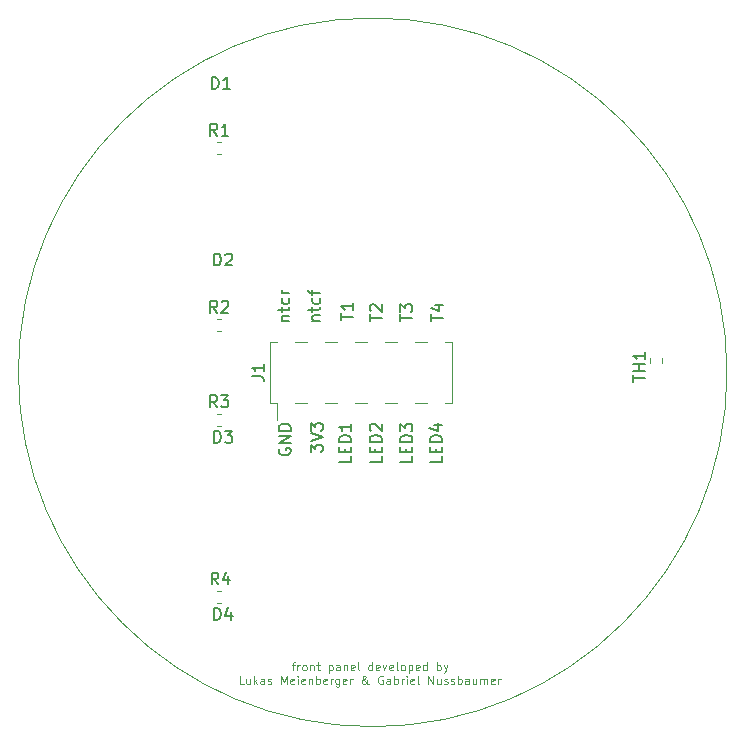
<source format=gbr>
G04 #@! TF.GenerationSoftware,KiCad,Pcbnew,(5.1.4)-1*
G04 #@! TF.CreationDate,2020-04-17T22:20:22+02:00*
G04 #@! TF.ProjectId,Frontplatte,46726f6e-7470-46c6-9174-74652e6b6963,rev?*
G04 #@! TF.SameCoordinates,Original*
G04 #@! TF.FileFunction,Legend,Top*
G04 #@! TF.FilePolarity,Positive*
%FSLAX46Y46*%
G04 Gerber Fmt 4.6, Leading zero omitted, Abs format (unit mm)*
G04 Created by KiCad (PCBNEW (5.1.4)-1) date 2020-04-17 22:20:22*
%MOMM*%
%LPD*%
G04 APERTURE LIST*
%ADD10C,0.100000*%
%ADD11C,0.150000*%
%ADD12C,0.120000*%
%ADD13C,2.402000*%
%ADD14C,0.500000*%
%ADD15R,1.102000X3.252000*%
%ADD16C,1.052000*%
G04 APERTURE END LIST*
D10*
X170000000Y-75000000D02*
G75*
G03X170000000Y-75000000I-30000000J0D01*
G01*
X133133333Y-99775000D02*
X133400000Y-99775000D01*
X133233333Y-100241666D02*
X133233333Y-99641666D01*
X133266666Y-99575000D01*
X133333333Y-99541666D01*
X133400000Y-99541666D01*
X133633333Y-100241666D02*
X133633333Y-99775000D01*
X133633333Y-99908333D02*
X133666666Y-99841666D01*
X133700000Y-99808333D01*
X133766666Y-99775000D01*
X133833333Y-99775000D01*
X134166666Y-100241666D02*
X134100000Y-100208333D01*
X134066666Y-100175000D01*
X134033333Y-100108333D01*
X134033333Y-99908333D01*
X134066666Y-99841666D01*
X134100000Y-99808333D01*
X134166666Y-99775000D01*
X134266666Y-99775000D01*
X134333333Y-99808333D01*
X134366666Y-99841666D01*
X134400000Y-99908333D01*
X134400000Y-100108333D01*
X134366666Y-100175000D01*
X134333333Y-100208333D01*
X134266666Y-100241666D01*
X134166666Y-100241666D01*
X134700000Y-99775000D02*
X134700000Y-100241666D01*
X134700000Y-99841666D02*
X134733333Y-99808333D01*
X134800000Y-99775000D01*
X134900000Y-99775000D01*
X134966666Y-99808333D01*
X135000000Y-99875000D01*
X135000000Y-100241666D01*
X135233333Y-99775000D02*
X135500000Y-99775000D01*
X135333333Y-99541666D02*
X135333333Y-100141666D01*
X135366666Y-100208333D01*
X135433333Y-100241666D01*
X135500000Y-100241666D01*
X136266666Y-99775000D02*
X136266666Y-100475000D01*
X136266666Y-99808333D02*
X136333333Y-99775000D01*
X136466666Y-99775000D01*
X136533333Y-99808333D01*
X136566666Y-99841666D01*
X136600000Y-99908333D01*
X136600000Y-100108333D01*
X136566666Y-100175000D01*
X136533333Y-100208333D01*
X136466666Y-100241666D01*
X136333333Y-100241666D01*
X136266666Y-100208333D01*
X137200000Y-100241666D02*
X137200000Y-99875000D01*
X137166666Y-99808333D01*
X137100000Y-99775000D01*
X136966666Y-99775000D01*
X136900000Y-99808333D01*
X137200000Y-100208333D02*
X137133333Y-100241666D01*
X136966666Y-100241666D01*
X136900000Y-100208333D01*
X136866666Y-100141666D01*
X136866666Y-100075000D01*
X136900000Y-100008333D01*
X136966666Y-99975000D01*
X137133333Y-99975000D01*
X137200000Y-99941666D01*
X137533333Y-99775000D02*
X137533333Y-100241666D01*
X137533333Y-99841666D02*
X137566666Y-99808333D01*
X137633333Y-99775000D01*
X137733333Y-99775000D01*
X137800000Y-99808333D01*
X137833333Y-99875000D01*
X137833333Y-100241666D01*
X138433333Y-100208333D02*
X138366666Y-100241666D01*
X138233333Y-100241666D01*
X138166666Y-100208333D01*
X138133333Y-100141666D01*
X138133333Y-99875000D01*
X138166666Y-99808333D01*
X138233333Y-99775000D01*
X138366666Y-99775000D01*
X138433333Y-99808333D01*
X138466666Y-99875000D01*
X138466666Y-99941666D01*
X138133333Y-100008333D01*
X138866666Y-100241666D02*
X138800000Y-100208333D01*
X138766666Y-100141666D01*
X138766666Y-99541666D01*
X139966666Y-100241666D02*
X139966666Y-99541666D01*
X139966666Y-100208333D02*
X139900000Y-100241666D01*
X139766666Y-100241666D01*
X139700000Y-100208333D01*
X139666666Y-100175000D01*
X139633333Y-100108333D01*
X139633333Y-99908333D01*
X139666666Y-99841666D01*
X139700000Y-99808333D01*
X139766666Y-99775000D01*
X139900000Y-99775000D01*
X139966666Y-99808333D01*
X140566666Y-100208333D02*
X140500000Y-100241666D01*
X140366666Y-100241666D01*
X140300000Y-100208333D01*
X140266666Y-100141666D01*
X140266666Y-99875000D01*
X140300000Y-99808333D01*
X140366666Y-99775000D01*
X140500000Y-99775000D01*
X140566666Y-99808333D01*
X140600000Y-99875000D01*
X140600000Y-99941666D01*
X140266666Y-100008333D01*
X140833333Y-99775000D02*
X141000000Y-100241666D01*
X141166666Y-99775000D01*
X141700000Y-100208333D02*
X141633333Y-100241666D01*
X141500000Y-100241666D01*
X141433333Y-100208333D01*
X141400000Y-100141666D01*
X141400000Y-99875000D01*
X141433333Y-99808333D01*
X141500000Y-99775000D01*
X141633333Y-99775000D01*
X141700000Y-99808333D01*
X141733333Y-99875000D01*
X141733333Y-99941666D01*
X141400000Y-100008333D01*
X142133333Y-100241666D02*
X142066666Y-100208333D01*
X142033333Y-100141666D01*
X142033333Y-99541666D01*
X142500000Y-100241666D02*
X142433333Y-100208333D01*
X142400000Y-100175000D01*
X142366666Y-100108333D01*
X142366666Y-99908333D01*
X142400000Y-99841666D01*
X142433333Y-99808333D01*
X142500000Y-99775000D01*
X142600000Y-99775000D01*
X142666666Y-99808333D01*
X142700000Y-99841666D01*
X142733333Y-99908333D01*
X142733333Y-100108333D01*
X142700000Y-100175000D01*
X142666666Y-100208333D01*
X142600000Y-100241666D01*
X142500000Y-100241666D01*
X143033333Y-99775000D02*
X143033333Y-100475000D01*
X143033333Y-99808333D02*
X143100000Y-99775000D01*
X143233333Y-99775000D01*
X143300000Y-99808333D01*
X143333333Y-99841666D01*
X143366666Y-99908333D01*
X143366666Y-100108333D01*
X143333333Y-100175000D01*
X143300000Y-100208333D01*
X143233333Y-100241666D01*
X143100000Y-100241666D01*
X143033333Y-100208333D01*
X143933333Y-100208333D02*
X143866666Y-100241666D01*
X143733333Y-100241666D01*
X143666666Y-100208333D01*
X143633333Y-100141666D01*
X143633333Y-99875000D01*
X143666666Y-99808333D01*
X143733333Y-99775000D01*
X143866666Y-99775000D01*
X143933333Y-99808333D01*
X143966666Y-99875000D01*
X143966666Y-99941666D01*
X143633333Y-100008333D01*
X144566666Y-100241666D02*
X144566666Y-99541666D01*
X144566666Y-100208333D02*
X144500000Y-100241666D01*
X144366666Y-100241666D01*
X144300000Y-100208333D01*
X144266666Y-100175000D01*
X144233333Y-100108333D01*
X144233333Y-99908333D01*
X144266666Y-99841666D01*
X144300000Y-99808333D01*
X144366666Y-99775000D01*
X144500000Y-99775000D01*
X144566666Y-99808333D01*
X145433333Y-100241666D02*
X145433333Y-99541666D01*
X145433333Y-99808333D02*
X145500000Y-99775000D01*
X145633333Y-99775000D01*
X145700000Y-99808333D01*
X145733333Y-99841666D01*
X145766666Y-99908333D01*
X145766666Y-100108333D01*
X145733333Y-100175000D01*
X145700000Y-100208333D01*
X145633333Y-100241666D01*
X145500000Y-100241666D01*
X145433333Y-100208333D01*
X146000000Y-99775000D02*
X146166666Y-100241666D01*
X146333333Y-99775000D02*
X146166666Y-100241666D01*
X146100000Y-100408333D01*
X146066666Y-100441666D01*
X146000000Y-100475000D01*
X129083333Y-101391666D02*
X128750000Y-101391666D01*
X128750000Y-100691666D01*
X129616666Y-100925000D02*
X129616666Y-101391666D01*
X129316666Y-100925000D02*
X129316666Y-101291666D01*
X129350000Y-101358333D01*
X129416666Y-101391666D01*
X129516666Y-101391666D01*
X129583333Y-101358333D01*
X129616666Y-101325000D01*
X129950000Y-101391666D02*
X129950000Y-100691666D01*
X130016666Y-101125000D02*
X130216666Y-101391666D01*
X130216666Y-100925000D02*
X129950000Y-101191666D01*
X130816666Y-101391666D02*
X130816666Y-101025000D01*
X130783333Y-100958333D01*
X130716666Y-100925000D01*
X130583333Y-100925000D01*
X130516666Y-100958333D01*
X130816666Y-101358333D02*
X130750000Y-101391666D01*
X130583333Y-101391666D01*
X130516666Y-101358333D01*
X130483333Y-101291666D01*
X130483333Y-101225000D01*
X130516666Y-101158333D01*
X130583333Y-101125000D01*
X130750000Y-101125000D01*
X130816666Y-101091666D01*
X131116666Y-101358333D02*
X131183333Y-101391666D01*
X131316666Y-101391666D01*
X131383333Y-101358333D01*
X131416666Y-101291666D01*
X131416666Y-101258333D01*
X131383333Y-101191666D01*
X131316666Y-101158333D01*
X131216666Y-101158333D01*
X131150000Y-101125000D01*
X131116666Y-101058333D01*
X131116666Y-101025000D01*
X131150000Y-100958333D01*
X131216666Y-100925000D01*
X131316666Y-100925000D01*
X131383333Y-100958333D01*
X132250000Y-101391666D02*
X132250000Y-100691666D01*
X132483333Y-101191666D01*
X132716666Y-100691666D01*
X132716666Y-101391666D01*
X133316666Y-101358333D02*
X133250000Y-101391666D01*
X133116666Y-101391666D01*
X133050000Y-101358333D01*
X133016666Y-101291666D01*
X133016666Y-101025000D01*
X133050000Y-100958333D01*
X133116666Y-100925000D01*
X133250000Y-100925000D01*
X133316666Y-100958333D01*
X133350000Y-101025000D01*
X133350000Y-101091666D01*
X133016666Y-101158333D01*
X133650000Y-101391666D02*
X133650000Y-100925000D01*
X133650000Y-100691666D02*
X133616666Y-100725000D01*
X133650000Y-100758333D01*
X133683333Y-100725000D01*
X133650000Y-100691666D01*
X133650000Y-100758333D01*
X134250000Y-101358333D02*
X134183333Y-101391666D01*
X134050000Y-101391666D01*
X133983333Y-101358333D01*
X133950000Y-101291666D01*
X133950000Y-101025000D01*
X133983333Y-100958333D01*
X134050000Y-100925000D01*
X134183333Y-100925000D01*
X134250000Y-100958333D01*
X134283333Y-101025000D01*
X134283333Y-101091666D01*
X133950000Y-101158333D01*
X134583333Y-100925000D02*
X134583333Y-101391666D01*
X134583333Y-100991666D02*
X134616666Y-100958333D01*
X134683333Y-100925000D01*
X134783333Y-100925000D01*
X134850000Y-100958333D01*
X134883333Y-101025000D01*
X134883333Y-101391666D01*
X135216666Y-101391666D02*
X135216666Y-100691666D01*
X135216666Y-100958333D02*
X135283333Y-100925000D01*
X135416666Y-100925000D01*
X135483333Y-100958333D01*
X135516666Y-100991666D01*
X135550000Y-101058333D01*
X135550000Y-101258333D01*
X135516666Y-101325000D01*
X135483333Y-101358333D01*
X135416666Y-101391666D01*
X135283333Y-101391666D01*
X135216666Y-101358333D01*
X136116666Y-101358333D02*
X136050000Y-101391666D01*
X135916666Y-101391666D01*
X135850000Y-101358333D01*
X135816666Y-101291666D01*
X135816666Y-101025000D01*
X135850000Y-100958333D01*
X135916666Y-100925000D01*
X136050000Y-100925000D01*
X136116666Y-100958333D01*
X136150000Y-101025000D01*
X136150000Y-101091666D01*
X135816666Y-101158333D01*
X136450000Y-101391666D02*
X136450000Y-100925000D01*
X136450000Y-101058333D02*
X136483333Y-100991666D01*
X136516666Y-100958333D01*
X136583333Y-100925000D01*
X136650000Y-100925000D01*
X137183333Y-100925000D02*
X137183333Y-101491666D01*
X137150000Y-101558333D01*
X137116666Y-101591666D01*
X137050000Y-101625000D01*
X136950000Y-101625000D01*
X136883333Y-101591666D01*
X137183333Y-101358333D02*
X137116666Y-101391666D01*
X136983333Y-101391666D01*
X136916666Y-101358333D01*
X136883333Y-101325000D01*
X136850000Y-101258333D01*
X136850000Y-101058333D01*
X136883333Y-100991666D01*
X136916666Y-100958333D01*
X136983333Y-100925000D01*
X137116666Y-100925000D01*
X137183333Y-100958333D01*
X137783333Y-101358333D02*
X137716666Y-101391666D01*
X137583333Y-101391666D01*
X137516666Y-101358333D01*
X137483333Y-101291666D01*
X137483333Y-101025000D01*
X137516666Y-100958333D01*
X137583333Y-100925000D01*
X137716666Y-100925000D01*
X137783333Y-100958333D01*
X137816666Y-101025000D01*
X137816666Y-101091666D01*
X137483333Y-101158333D01*
X138116666Y-101391666D02*
X138116666Y-100925000D01*
X138116666Y-101058333D02*
X138150000Y-100991666D01*
X138183333Y-100958333D01*
X138250000Y-100925000D01*
X138316666Y-100925000D01*
X139650000Y-101391666D02*
X139616666Y-101391666D01*
X139550000Y-101358333D01*
X139450000Y-101258333D01*
X139283333Y-101058333D01*
X139216666Y-100958333D01*
X139183333Y-100858333D01*
X139183333Y-100791666D01*
X139216666Y-100725000D01*
X139283333Y-100691666D01*
X139316666Y-100691666D01*
X139383333Y-100725000D01*
X139416666Y-100791666D01*
X139416666Y-100825000D01*
X139383333Y-100891666D01*
X139350000Y-100925000D01*
X139150000Y-101058333D01*
X139116666Y-101091666D01*
X139083333Y-101158333D01*
X139083333Y-101258333D01*
X139116666Y-101325000D01*
X139150000Y-101358333D01*
X139216666Y-101391666D01*
X139316666Y-101391666D01*
X139383333Y-101358333D01*
X139416666Y-101325000D01*
X139516666Y-101191666D01*
X139550000Y-101091666D01*
X139550000Y-101025000D01*
X140850000Y-100725000D02*
X140783333Y-100691666D01*
X140683333Y-100691666D01*
X140583333Y-100725000D01*
X140516666Y-100791666D01*
X140483333Y-100858333D01*
X140450000Y-100991666D01*
X140450000Y-101091666D01*
X140483333Y-101225000D01*
X140516666Y-101291666D01*
X140583333Y-101358333D01*
X140683333Y-101391666D01*
X140750000Y-101391666D01*
X140850000Y-101358333D01*
X140883333Y-101325000D01*
X140883333Y-101091666D01*
X140750000Y-101091666D01*
X141483333Y-101391666D02*
X141483333Y-101025000D01*
X141450000Y-100958333D01*
X141383333Y-100925000D01*
X141250000Y-100925000D01*
X141183333Y-100958333D01*
X141483333Y-101358333D02*
X141416666Y-101391666D01*
X141250000Y-101391666D01*
X141183333Y-101358333D01*
X141150000Y-101291666D01*
X141150000Y-101225000D01*
X141183333Y-101158333D01*
X141250000Y-101125000D01*
X141416666Y-101125000D01*
X141483333Y-101091666D01*
X141816666Y-101391666D02*
X141816666Y-100691666D01*
X141816666Y-100958333D02*
X141883333Y-100925000D01*
X142016666Y-100925000D01*
X142083333Y-100958333D01*
X142116666Y-100991666D01*
X142150000Y-101058333D01*
X142150000Y-101258333D01*
X142116666Y-101325000D01*
X142083333Y-101358333D01*
X142016666Y-101391666D01*
X141883333Y-101391666D01*
X141816666Y-101358333D01*
X142450000Y-101391666D02*
X142450000Y-100925000D01*
X142450000Y-101058333D02*
X142483333Y-100991666D01*
X142516666Y-100958333D01*
X142583333Y-100925000D01*
X142650000Y-100925000D01*
X142883333Y-101391666D02*
X142883333Y-100925000D01*
X142883333Y-100691666D02*
X142850000Y-100725000D01*
X142883333Y-100758333D01*
X142916666Y-100725000D01*
X142883333Y-100691666D01*
X142883333Y-100758333D01*
X143483333Y-101358333D02*
X143416666Y-101391666D01*
X143283333Y-101391666D01*
X143216666Y-101358333D01*
X143183333Y-101291666D01*
X143183333Y-101025000D01*
X143216666Y-100958333D01*
X143283333Y-100925000D01*
X143416666Y-100925000D01*
X143483333Y-100958333D01*
X143516666Y-101025000D01*
X143516666Y-101091666D01*
X143183333Y-101158333D01*
X143916666Y-101391666D02*
X143850000Y-101358333D01*
X143816666Y-101291666D01*
X143816666Y-100691666D01*
X144716666Y-101391666D02*
X144716666Y-100691666D01*
X145116666Y-101391666D01*
X145116666Y-100691666D01*
X145750000Y-100925000D02*
X145750000Y-101391666D01*
X145450000Y-100925000D02*
X145450000Y-101291666D01*
X145483333Y-101358333D01*
X145550000Y-101391666D01*
X145650000Y-101391666D01*
X145716666Y-101358333D01*
X145750000Y-101325000D01*
X146050000Y-101358333D02*
X146116666Y-101391666D01*
X146250000Y-101391666D01*
X146316666Y-101358333D01*
X146350000Y-101291666D01*
X146350000Y-101258333D01*
X146316666Y-101191666D01*
X146250000Y-101158333D01*
X146150000Y-101158333D01*
X146083333Y-101125000D01*
X146050000Y-101058333D01*
X146050000Y-101025000D01*
X146083333Y-100958333D01*
X146150000Y-100925000D01*
X146250000Y-100925000D01*
X146316666Y-100958333D01*
X146616666Y-101358333D02*
X146683333Y-101391666D01*
X146816666Y-101391666D01*
X146883333Y-101358333D01*
X146916666Y-101291666D01*
X146916666Y-101258333D01*
X146883333Y-101191666D01*
X146816666Y-101158333D01*
X146716666Y-101158333D01*
X146650000Y-101125000D01*
X146616666Y-101058333D01*
X146616666Y-101025000D01*
X146650000Y-100958333D01*
X146716666Y-100925000D01*
X146816666Y-100925000D01*
X146883333Y-100958333D01*
X147216666Y-101391666D02*
X147216666Y-100691666D01*
X147216666Y-100958333D02*
X147283333Y-100925000D01*
X147416666Y-100925000D01*
X147483333Y-100958333D01*
X147516666Y-100991666D01*
X147550000Y-101058333D01*
X147550000Y-101258333D01*
X147516666Y-101325000D01*
X147483333Y-101358333D01*
X147416666Y-101391666D01*
X147283333Y-101391666D01*
X147216666Y-101358333D01*
X148150000Y-101391666D02*
X148150000Y-101025000D01*
X148116666Y-100958333D01*
X148050000Y-100925000D01*
X147916666Y-100925000D01*
X147850000Y-100958333D01*
X148150000Y-101358333D02*
X148083333Y-101391666D01*
X147916666Y-101391666D01*
X147850000Y-101358333D01*
X147816666Y-101291666D01*
X147816666Y-101225000D01*
X147850000Y-101158333D01*
X147916666Y-101125000D01*
X148083333Y-101125000D01*
X148150000Y-101091666D01*
X148783333Y-100925000D02*
X148783333Y-101391666D01*
X148483333Y-100925000D02*
X148483333Y-101291666D01*
X148516666Y-101358333D01*
X148583333Y-101391666D01*
X148683333Y-101391666D01*
X148750000Y-101358333D01*
X148783333Y-101325000D01*
X149116666Y-101391666D02*
X149116666Y-100925000D01*
X149116666Y-100991666D02*
X149150000Y-100958333D01*
X149216666Y-100925000D01*
X149316666Y-100925000D01*
X149383333Y-100958333D01*
X149416666Y-101025000D01*
X149416666Y-101391666D01*
X149416666Y-101025000D02*
X149450000Y-100958333D01*
X149516666Y-100925000D01*
X149616666Y-100925000D01*
X149683333Y-100958333D01*
X149716666Y-101025000D01*
X149716666Y-101391666D01*
X150316666Y-101358333D02*
X150250000Y-101391666D01*
X150116666Y-101391666D01*
X150050000Y-101358333D01*
X150016666Y-101291666D01*
X150016666Y-101025000D01*
X150050000Y-100958333D01*
X150116666Y-100925000D01*
X150250000Y-100925000D01*
X150316666Y-100958333D01*
X150350000Y-101025000D01*
X150350000Y-101091666D01*
X150016666Y-101158333D01*
X150650000Y-101391666D02*
X150650000Y-100925000D01*
X150650000Y-101058333D02*
X150683333Y-100991666D01*
X150716666Y-100958333D01*
X150783333Y-100925000D01*
X150850000Y-100925000D01*
D11*
X132285714Y-70638095D02*
X132952380Y-70638095D01*
X132380952Y-70638095D02*
X132333333Y-70590476D01*
X132285714Y-70495238D01*
X132285714Y-70352380D01*
X132333333Y-70257142D01*
X132428571Y-70209523D01*
X132952380Y-70209523D01*
X132285714Y-69876190D02*
X132285714Y-69495238D01*
X131952380Y-69733333D02*
X132809523Y-69733333D01*
X132904761Y-69685714D01*
X132952380Y-69590476D01*
X132952380Y-69495238D01*
X132904761Y-68733333D02*
X132952380Y-68828571D01*
X132952380Y-69019047D01*
X132904761Y-69114285D01*
X132857142Y-69161904D01*
X132761904Y-69209523D01*
X132476190Y-69209523D01*
X132380952Y-69161904D01*
X132333333Y-69114285D01*
X132285714Y-69019047D01*
X132285714Y-68828571D01*
X132333333Y-68733333D01*
X132952380Y-68304761D02*
X132285714Y-68304761D01*
X132476190Y-68304761D02*
X132380952Y-68257142D01*
X132333333Y-68209523D01*
X132285714Y-68114285D01*
X132285714Y-68019047D01*
X134885714Y-70614285D02*
X135552380Y-70614285D01*
X134980952Y-70614285D02*
X134933333Y-70566666D01*
X134885714Y-70471428D01*
X134885714Y-70328571D01*
X134933333Y-70233333D01*
X135028571Y-70185714D01*
X135552380Y-70185714D01*
X134885714Y-69852380D02*
X134885714Y-69471428D01*
X134552380Y-69709523D02*
X135409523Y-69709523D01*
X135504761Y-69661904D01*
X135552380Y-69566666D01*
X135552380Y-69471428D01*
X135504761Y-68709523D02*
X135552380Y-68804761D01*
X135552380Y-68995238D01*
X135504761Y-69090476D01*
X135457142Y-69138095D01*
X135361904Y-69185714D01*
X135076190Y-69185714D01*
X134980952Y-69138095D01*
X134933333Y-69090476D01*
X134885714Y-68995238D01*
X134885714Y-68804761D01*
X134933333Y-68709523D01*
X134885714Y-68423809D02*
X134885714Y-68042857D01*
X135552380Y-68280952D02*
X134695238Y-68280952D01*
X134600000Y-68233333D01*
X134552380Y-68138095D01*
X134552380Y-68042857D01*
X137352380Y-70561904D02*
X137352380Y-69990476D01*
X138352380Y-70276190D02*
X137352380Y-70276190D01*
X138352380Y-69133333D02*
X138352380Y-69704761D01*
X138352380Y-69419047D02*
X137352380Y-69419047D01*
X137495238Y-69514285D01*
X137590476Y-69609523D01*
X137638095Y-69704761D01*
X139752380Y-70661904D02*
X139752380Y-70090476D01*
X140752380Y-70376190D02*
X139752380Y-70376190D01*
X139847619Y-69804761D02*
X139800000Y-69757142D01*
X139752380Y-69661904D01*
X139752380Y-69423809D01*
X139800000Y-69328571D01*
X139847619Y-69280952D01*
X139942857Y-69233333D01*
X140038095Y-69233333D01*
X140180952Y-69280952D01*
X140752380Y-69852380D01*
X140752380Y-69233333D01*
X142352380Y-70661904D02*
X142352380Y-70090476D01*
X143352380Y-70376190D02*
X142352380Y-70376190D01*
X142352380Y-69852380D02*
X142352380Y-69233333D01*
X142733333Y-69566666D01*
X142733333Y-69423809D01*
X142780952Y-69328571D01*
X142828571Y-69280952D01*
X142923809Y-69233333D01*
X143161904Y-69233333D01*
X143257142Y-69280952D01*
X143304761Y-69328571D01*
X143352380Y-69423809D01*
X143352380Y-69709523D01*
X143304761Y-69804761D01*
X143257142Y-69852380D01*
X144952380Y-70661904D02*
X144952380Y-70090476D01*
X145952380Y-70376190D02*
X144952380Y-70376190D01*
X145285714Y-69328571D02*
X145952380Y-69328571D01*
X144904761Y-69566666D02*
X145619047Y-69804761D01*
X145619047Y-69185714D01*
X132100000Y-81461904D02*
X132052380Y-81557142D01*
X132052380Y-81700000D01*
X132100000Y-81842857D01*
X132195238Y-81938095D01*
X132290476Y-81985714D01*
X132480952Y-82033333D01*
X132623809Y-82033333D01*
X132814285Y-81985714D01*
X132909523Y-81938095D01*
X133004761Y-81842857D01*
X133052380Y-81700000D01*
X133052380Y-81604761D01*
X133004761Y-81461904D01*
X132957142Y-81414285D01*
X132623809Y-81414285D01*
X132623809Y-81604761D01*
X133052380Y-80985714D02*
X132052380Y-80985714D01*
X133052380Y-80414285D01*
X132052380Y-80414285D01*
X133052380Y-79938095D02*
X132052380Y-79938095D01*
X132052380Y-79700000D01*
X132100000Y-79557142D01*
X132195238Y-79461904D01*
X132290476Y-79414285D01*
X132480952Y-79366666D01*
X132623809Y-79366666D01*
X132814285Y-79414285D01*
X132909523Y-79461904D01*
X133004761Y-79557142D01*
X133052380Y-79700000D01*
X133052380Y-79938095D01*
X134752380Y-81738095D02*
X134752380Y-81119047D01*
X135133333Y-81452380D01*
X135133333Y-81309523D01*
X135180952Y-81214285D01*
X135228571Y-81166666D01*
X135323809Y-81119047D01*
X135561904Y-81119047D01*
X135657142Y-81166666D01*
X135704761Y-81214285D01*
X135752380Y-81309523D01*
X135752380Y-81595238D01*
X135704761Y-81690476D01*
X135657142Y-81738095D01*
X134752380Y-80833333D02*
X135752380Y-80500000D01*
X134752380Y-80166666D01*
X134752380Y-79928571D02*
X134752380Y-79309523D01*
X135133333Y-79642857D01*
X135133333Y-79500000D01*
X135180952Y-79404761D01*
X135228571Y-79357142D01*
X135323809Y-79309523D01*
X135561904Y-79309523D01*
X135657142Y-79357142D01*
X135704761Y-79404761D01*
X135752380Y-79500000D01*
X135752380Y-79785714D01*
X135704761Y-79880952D01*
X135657142Y-79928571D01*
X145852380Y-82119047D02*
X145852380Y-82595238D01*
X144852380Y-82595238D01*
X145328571Y-81785714D02*
X145328571Y-81452380D01*
X145852380Y-81309523D02*
X145852380Y-81785714D01*
X144852380Y-81785714D01*
X144852380Y-81309523D01*
X145852380Y-80880952D02*
X144852380Y-80880952D01*
X144852380Y-80642857D01*
X144900000Y-80500000D01*
X144995238Y-80404761D01*
X145090476Y-80357142D01*
X145280952Y-80309523D01*
X145423809Y-80309523D01*
X145614285Y-80357142D01*
X145709523Y-80404761D01*
X145804761Y-80500000D01*
X145852380Y-80642857D01*
X145852380Y-80880952D01*
X145185714Y-79452380D02*
X145852380Y-79452380D01*
X144804761Y-79690476D02*
X145519047Y-79928571D01*
X145519047Y-79309523D01*
X143352380Y-82119047D02*
X143352380Y-82595238D01*
X142352380Y-82595238D01*
X142828571Y-81785714D02*
X142828571Y-81452380D01*
X143352380Y-81309523D02*
X143352380Y-81785714D01*
X142352380Y-81785714D01*
X142352380Y-81309523D01*
X143352380Y-80880952D02*
X142352380Y-80880952D01*
X142352380Y-80642857D01*
X142400000Y-80500000D01*
X142495238Y-80404761D01*
X142590476Y-80357142D01*
X142780952Y-80309523D01*
X142923809Y-80309523D01*
X143114285Y-80357142D01*
X143209523Y-80404761D01*
X143304761Y-80500000D01*
X143352380Y-80642857D01*
X143352380Y-80880952D01*
X142352380Y-79976190D02*
X142352380Y-79357142D01*
X142733333Y-79690476D01*
X142733333Y-79547619D01*
X142780952Y-79452380D01*
X142828571Y-79404761D01*
X142923809Y-79357142D01*
X143161904Y-79357142D01*
X143257142Y-79404761D01*
X143304761Y-79452380D01*
X143352380Y-79547619D01*
X143352380Y-79833333D01*
X143304761Y-79928571D01*
X143257142Y-79976190D01*
X140752380Y-82119047D02*
X140752380Y-82595238D01*
X139752380Y-82595238D01*
X140228571Y-81785714D02*
X140228571Y-81452380D01*
X140752380Y-81309523D02*
X140752380Y-81785714D01*
X139752380Y-81785714D01*
X139752380Y-81309523D01*
X140752380Y-80880952D02*
X139752380Y-80880952D01*
X139752380Y-80642857D01*
X139800000Y-80500000D01*
X139895238Y-80404761D01*
X139990476Y-80357142D01*
X140180952Y-80309523D01*
X140323809Y-80309523D01*
X140514285Y-80357142D01*
X140609523Y-80404761D01*
X140704761Y-80500000D01*
X140752380Y-80642857D01*
X140752380Y-80880952D01*
X139847619Y-79928571D02*
X139800000Y-79880952D01*
X139752380Y-79785714D01*
X139752380Y-79547619D01*
X139800000Y-79452380D01*
X139847619Y-79404761D01*
X139942857Y-79357142D01*
X140038095Y-79357142D01*
X140180952Y-79404761D01*
X140752380Y-79976190D01*
X140752380Y-79357142D01*
X138152380Y-82119047D02*
X138152380Y-82595238D01*
X137152380Y-82595238D01*
X137628571Y-81785714D02*
X137628571Y-81452380D01*
X138152380Y-81309523D02*
X138152380Y-81785714D01*
X137152380Y-81785714D01*
X137152380Y-81309523D01*
X138152380Y-80880952D02*
X137152380Y-80880952D01*
X137152380Y-80642857D01*
X137200000Y-80500000D01*
X137295238Y-80404761D01*
X137390476Y-80357142D01*
X137580952Y-80309523D01*
X137723809Y-80309523D01*
X137914285Y-80357142D01*
X138009523Y-80404761D01*
X138104761Y-80500000D01*
X138152380Y-80642857D01*
X138152380Y-80880952D01*
X138152380Y-79357142D02*
X138152380Y-79928571D01*
X138152380Y-79642857D02*
X137152380Y-79642857D01*
X137295238Y-79738095D01*
X137390476Y-79833333D01*
X137438095Y-79928571D01*
D12*
X131320000Y-77600000D02*
X131320000Y-72400000D01*
X146680000Y-77600000D02*
X146680000Y-72400000D01*
X131890000Y-79040000D02*
X131890000Y-77600000D01*
X131320000Y-77600000D02*
X131890000Y-77600000D01*
X131320000Y-72400000D02*
X131890000Y-72400000D01*
X146110000Y-77600000D02*
X146680000Y-77600000D01*
X146110000Y-72400000D02*
X146680000Y-72400000D01*
X133410000Y-77600000D02*
X134430000Y-77600000D01*
X133410000Y-72400000D02*
X134430000Y-72400000D01*
X135950000Y-77600000D02*
X136970000Y-77600000D01*
X135950000Y-72400000D02*
X136970000Y-72400000D01*
X138490000Y-77600000D02*
X139510000Y-77600000D01*
X138490000Y-72400000D02*
X139510000Y-72400000D01*
X141030000Y-77600000D02*
X142050000Y-77600000D01*
X141030000Y-72400000D02*
X142050000Y-72400000D01*
X143570000Y-77600000D02*
X144590000Y-77600000D01*
X143570000Y-72400000D02*
X144590000Y-72400000D01*
X127171267Y-55490000D02*
X126828733Y-55490000D01*
X127171267Y-56510000D02*
X126828733Y-56510000D01*
X127171267Y-70490000D02*
X126828733Y-70490000D01*
X127171267Y-71510000D02*
X126828733Y-71510000D01*
X126828733Y-78490000D02*
X127171267Y-78490000D01*
X126828733Y-79510000D02*
X127171267Y-79510000D01*
X126828733Y-93490000D02*
X127171267Y-93490000D01*
X126828733Y-94510000D02*
X127171267Y-94510000D01*
X163490000Y-74171267D02*
X163490000Y-73828733D01*
X164510000Y-74171267D02*
X164510000Y-73828733D01*
D11*
X126391904Y-51002380D02*
X126391904Y-50002380D01*
X126630000Y-50002380D01*
X126772857Y-50050000D01*
X126868095Y-50145238D01*
X126915714Y-50240476D01*
X126963333Y-50430952D01*
X126963333Y-50573809D01*
X126915714Y-50764285D01*
X126868095Y-50859523D01*
X126772857Y-50954761D01*
X126630000Y-51002380D01*
X126391904Y-51002380D01*
X127915714Y-51002380D02*
X127344285Y-51002380D01*
X127630000Y-51002380D02*
X127630000Y-50002380D01*
X127534761Y-50145238D01*
X127439523Y-50240476D01*
X127344285Y-50288095D01*
X126581904Y-65952380D02*
X126581904Y-64952380D01*
X126820000Y-64952380D01*
X126962857Y-65000000D01*
X127058095Y-65095238D01*
X127105714Y-65190476D01*
X127153333Y-65380952D01*
X127153333Y-65523809D01*
X127105714Y-65714285D01*
X127058095Y-65809523D01*
X126962857Y-65904761D01*
X126820000Y-65952380D01*
X126581904Y-65952380D01*
X127534285Y-65047619D02*
X127581904Y-65000000D01*
X127677142Y-64952380D01*
X127915238Y-64952380D01*
X128010476Y-65000000D01*
X128058095Y-65047619D01*
X128105714Y-65142857D01*
X128105714Y-65238095D01*
X128058095Y-65380952D01*
X127486666Y-65952380D01*
X128105714Y-65952380D01*
X126581904Y-80952380D02*
X126581904Y-79952380D01*
X126820000Y-79952380D01*
X126962857Y-80000000D01*
X127058095Y-80095238D01*
X127105714Y-80190476D01*
X127153333Y-80380952D01*
X127153333Y-80523809D01*
X127105714Y-80714285D01*
X127058095Y-80809523D01*
X126962857Y-80904761D01*
X126820000Y-80952380D01*
X126581904Y-80952380D01*
X127486666Y-79952380D02*
X128105714Y-79952380D01*
X127772380Y-80333333D01*
X127915238Y-80333333D01*
X128010476Y-80380952D01*
X128058095Y-80428571D01*
X128105714Y-80523809D01*
X128105714Y-80761904D01*
X128058095Y-80857142D01*
X128010476Y-80904761D01*
X127915238Y-80952380D01*
X127629523Y-80952380D01*
X127534285Y-80904761D01*
X127486666Y-80857142D01*
X126581904Y-95952380D02*
X126581904Y-94952380D01*
X126820000Y-94952380D01*
X126962857Y-95000000D01*
X127058095Y-95095238D01*
X127105714Y-95190476D01*
X127153333Y-95380952D01*
X127153333Y-95523809D01*
X127105714Y-95714285D01*
X127058095Y-95809523D01*
X126962857Y-95904761D01*
X126820000Y-95952380D01*
X126581904Y-95952380D01*
X128010476Y-95285714D02*
X128010476Y-95952380D01*
X127772380Y-94904761D02*
X127534285Y-95619047D01*
X128153333Y-95619047D01*
X129772380Y-75333333D02*
X130486666Y-75333333D01*
X130629523Y-75380952D01*
X130724761Y-75476190D01*
X130772380Y-75619047D01*
X130772380Y-75714285D01*
X130772380Y-74333333D02*
X130772380Y-74904761D01*
X130772380Y-74619047D02*
X129772380Y-74619047D01*
X129915238Y-74714285D01*
X130010476Y-74809523D01*
X130058095Y-74904761D01*
X126833333Y-54952380D02*
X126500000Y-54476190D01*
X126261904Y-54952380D02*
X126261904Y-53952380D01*
X126642857Y-53952380D01*
X126738095Y-54000000D01*
X126785714Y-54047619D01*
X126833333Y-54142857D01*
X126833333Y-54285714D01*
X126785714Y-54380952D01*
X126738095Y-54428571D01*
X126642857Y-54476190D01*
X126261904Y-54476190D01*
X127785714Y-54952380D02*
X127214285Y-54952380D01*
X127500000Y-54952380D02*
X127500000Y-53952380D01*
X127404761Y-54095238D01*
X127309523Y-54190476D01*
X127214285Y-54238095D01*
X126833333Y-69952380D02*
X126500000Y-69476190D01*
X126261904Y-69952380D02*
X126261904Y-68952380D01*
X126642857Y-68952380D01*
X126738095Y-69000000D01*
X126785714Y-69047619D01*
X126833333Y-69142857D01*
X126833333Y-69285714D01*
X126785714Y-69380952D01*
X126738095Y-69428571D01*
X126642857Y-69476190D01*
X126261904Y-69476190D01*
X127214285Y-69047619D02*
X127261904Y-69000000D01*
X127357142Y-68952380D01*
X127595238Y-68952380D01*
X127690476Y-69000000D01*
X127738095Y-69047619D01*
X127785714Y-69142857D01*
X127785714Y-69238095D01*
X127738095Y-69380952D01*
X127166666Y-69952380D01*
X127785714Y-69952380D01*
X126833333Y-77952380D02*
X126500000Y-77476190D01*
X126261904Y-77952380D02*
X126261904Y-76952380D01*
X126642857Y-76952380D01*
X126738095Y-77000000D01*
X126785714Y-77047619D01*
X126833333Y-77142857D01*
X126833333Y-77285714D01*
X126785714Y-77380952D01*
X126738095Y-77428571D01*
X126642857Y-77476190D01*
X126261904Y-77476190D01*
X127166666Y-76952380D02*
X127785714Y-76952380D01*
X127452380Y-77333333D01*
X127595238Y-77333333D01*
X127690476Y-77380952D01*
X127738095Y-77428571D01*
X127785714Y-77523809D01*
X127785714Y-77761904D01*
X127738095Y-77857142D01*
X127690476Y-77904761D01*
X127595238Y-77952380D01*
X127309523Y-77952380D01*
X127214285Y-77904761D01*
X127166666Y-77857142D01*
X126933333Y-92952380D02*
X126600000Y-92476190D01*
X126361904Y-92952380D02*
X126361904Y-91952380D01*
X126742857Y-91952380D01*
X126838095Y-92000000D01*
X126885714Y-92047619D01*
X126933333Y-92142857D01*
X126933333Y-92285714D01*
X126885714Y-92380952D01*
X126838095Y-92428571D01*
X126742857Y-92476190D01*
X126361904Y-92476190D01*
X127790476Y-92285714D02*
X127790476Y-92952380D01*
X127552380Y-91904761D02*
X127314285Y-92619047D01*
X127933333Y-92619047D01*
X162052380Y-75785714D02*
X162052380Y-75214285D01*
X163052380Y-75500000D02*
X162052380Y-75500000D01*
X163052380Y-74880952D02*
X162052380Y-74880952D01*
X162528571Y-74880952D02*
X162528571Y-74309523D01*
X163052380Y-74309523D02*
X162052380Y-74309523D01*
X163052380Y-73309523D02*
X163052380Y-73880952D01*
X163052380Y-73595238D02*
X162052380Y-73595238D01*
X162195238Y-73690476D01*
X162290476Y-73785714D01*
X162338095Y-73880952D01*
%LPC*%
D13*
X126810000Y-52550000D03*
D14*
X128620000Y-53100000D03*
D10*
G36*
X128870090Y-51689001D02*
G01*
X128870140Y-51689001D01*
X128873328Y-51689101D01*
X128873644Y-51689121D01*
X128873914Y-51689136D01*
X128874794Y-51689221D01*
X128874796Y-51689195D01*
X128874837Y-51689198D01*
X128876137Y-51689351D01*
X128878014Y-51689533D01*
X128878043Y-51689537D01*
X128878038Y-51689575D01*
X128879333Y-51689728D01*
X128879586Y-51689769D01*
X128879766Y-51689797D01*
X128884932Y-51690868D01*
X128884974Y-51690879D01*
X128885039Y-51690893D01*
X128885285Y-51690958D01*
X128885671Y-51691057D01*
X128886037Y-51691171D01*
X128886041Y-51691157D01*
X128886075Y-51691166D01*
X128888211Y-51691844D01*
X128890386Y-51692518D01*
X128890419Y-51692530D01*
X128890414Y-51692543D01*
X128890794Y-51692664D01*
X128890949Y-51692722D01*
X128891345Y-51692866D01*
X128896211Y-51694933D01*
X128896221Y-51694938D01*
X128896290Y-51694967D01*
X128896674Y-51695154D01*
X128896807Y-51695218D01*
X128897576Y-51695626D01*
X128897588Y-51695602D01*
X128897626Y-51695621D01*
X128898826Y-51696288D01*
X128900453Y-51697151D01*
X128900477Y-51697165D01*
X128900459Y-51697196D01*
X128901542Y-51697799D01*
X128901834Y-51697979D01*
X128902008Y-51698084D01*
X128902069Y-51698126D01*
X128902083Y-51698134D01*
X128906509Y-51701145D01*
X128906684Y-51701278D01*
X128906918Y-51701453D01*
X128906999Y-51701520D01*
X128907000Y-51701519D01*
X128907028Y-51701540D01*
X128909265Y-51703405D01*
X128910966Y-51704820D01*
X128910992Y-51704844D01*
X128911055Y-51704897D01*
X128911277Y-51705102D01*
X128911475Y-51705283D01*
X128911855Y-51705663D01*
X128911868Y-51705649D01*
X128911897Y-51705676D01*
X128913223Y-51707035D01*
X128914833Y-51708648D01*
X128914853Y-51708670D01*
X128914835Y-51708686D01*
X128915310Y-51709173D01*
X128915517Y-51709406D01*
X128915681Y-51709589D01*
X128915806Y-51709743D01*
X128915811Y-51709739D01*
X128915836Y-51709767D01*
X128917531Y-51711869D01*
X128918926Y-51713589D01*
X128918945Y-51713615D01*
X128918941Y-51713618D01*
X128919056Y-51713761D01*
X128919216Y-51713981D01*
X128919329Y-51714134D01*
X128919984Y-51715096D01*
X128920009Y-51715079D01*
X128920033Y-51715113D01*
X128920690Y-51716133D01*
X128921577Y-51717436D01*
X128921592Y-51717460D01*
X128921558Y-51717481D01*
X128922385Y-51718765D01*
X128922534Y-51719020D01*
X128922619Y-51719162D01*
X128922638Y-51719198D01*
X128922646Y-51719211D01*
X128923017Y-51719901D01*
X128923041Y-51719887D01*
X128923060Y-51719920D01*
X128923866Y-51721479D01*
X128924757Y-51723133D01*
X128924771Y-51723162D01*
X128924744Y-51723175D01*
X128925168Y-51723995D01*
X128925321Y-51724327D01*
X128925382Y-51724456D01*
X128925886Y-51725694D01*
X128927459Y-51729551D01*
X128927506Y-51729688D01*
X128927619Y-51730004D01*
X128928397Y-51732646D01*
X128929158Y-51735165D01*
X128929221Y-51735427D01*
X128929287Y-51735689D01*
X128929300Y-51735757D01*
X128930326Y-51741021D01*
X128930383Y-51741429D01*
X128930411Y-51741617D01*
X128930512Y-51742574D01*
X128930540Y-51742570D01*
X128930545Y-51742609D01*
X128930665Y-51744021D01*
X128930846Y-51745741D01*
X128930848Y-51745772D01*
X128930813Y-51745774D01*
X128930916Y-51746990D01*
X128930928Y-51747291D01*
X128930939Y-51747507D01*
X128931000Y-51750000D01*
X128931000Y-53350000D01*
X128930999Y-53350364D01*
X128930998Y-53350504D01*
X128930897Y-53353366D01*
X128930878Y-53353659D01*
X128930864Y-53353915D01*
X128930779Y-53354794D01*
X128930805Y-53354796D01*
X128930802Y-53354837D01*
X128930649Y-53356135D01*
X128930467Y-53358014D01*
X128930463Y-53358043D01*
X128930425Y-53358038D01*
X128930272Y-53359333D01*
X128930231Y-53359586D01*
X128930203Y-53359766D01*
X128929132Y-53364932D01*
X128929121Y-53364974D01*
X128929107Y-53365039D01*
X128929043Y-53365282D01*
X128928943Y-53365671D01*
X128928829Y-53366037D01*
X128928843Y-53366041D01*
X128928834Y-53366075D01*
X128928156Y-53368211D01*
X128927482Y-53370386D01*
X128927470Y-53370419D01*
X128927457Y-53370414D01*
X128927336Y-53370794D01*
X128927278Y-53370949D01*
X128927134Y-53371345D01*
X128926862Y-53371987D01*
X128926887Y-53371997D01*
X128926876Y-53372026D01*
X128925274Y-53375733D01*
X128925094Y-53376157D01*
X128925077Y-53376192D01*
X128925076Y-53376191D01*
X128925033Y-53376290D01*
X128924837Y-53376692D01*
X128924782Y-53376807D01*
X128924374Y-53377576D01*
X128924398Y-53377588D01*
X128924379Y-53377626D01*
X128923712Y-53378826D01*
X128922849Y-53380453D01*
X128922835Y-53380477D01*
X128922804Y-53380459D01*
X128922201Y-53381542D01*
X128922021Y-53381834D01*
X128921916Y-53382008D01*
X128921874Y-53382069D01*
X128921866Y-53382083D01*
X128918896Y-53386455D01*
X128918763Y-53386630D01*
X128918505Y-53386974D01*
X128915180Y-53390966D01*
X128915156Y-53390992D01*
X128915103Y-53391055D01*
X128914898Y-53391277D01*
X128914717Y-53391475D01*
X128914337Y-53391855D01*
X128914351Y-53391868D01*
X128914324Y-53391897D01*
X128912979Y-53393209D01*
X128911352Y-53394833D01*
X128911330Y-53394853D01*
X128911313Y-53394835D01*
X128910819Y-53395317D01*
X128910528Y-53395574D01*
X128910411Y-53395680D01*
X128910256Y-53395806D01*
X128910261Y-53395811D01*
X128910233Y-53395836D01*
X128908049Y-53397596D01*
X128906411Y-53398926D01*
X128906385Y-53398945D01*
X128906382Y-53398941D01*
X128906239Y-53399056D01*
X128906019Y-53399216D01*
X128905866Y-53399329D01*
X128904904Y-53399984D01*
X128904921Y-53400009D01*
X128904887Y-53400033D01*
X128903867Y-53400690D01*
X128902564Y-53401577D01*
X128902540Y-53401592D01*
X128902519Y-53401558D01*
X128901235Y-53402385D01*
X128900980Y-53402534D01*
X128900838Y-53402619D01*
X128900802Y-53402638D01*
X128900789Y-53402646D01*
X128900099Y-53403017D01*
X128900113Y-53403041D01*
X128900080Y-53403060D01*
X128898476Y-53403890D01*
X128896867Y-53404757D01*
X128896838Y-53404771D01*
X128896826Y-53404745D01*
X128896056Y-53405144D01*
X128895755Y-53405283D01*
X128895496Y-53405405D01*
X128893332Y-53406284D01*
X128890468Y-53407453D01*
X128890209Y-53407543D01*
X128890035Y-53407605D01*
X128887537Y-53408342D01*
X128884835Y-53409158D01*
X128884573Y-53409221D01*
X128884311Y-53409287D01*
X128884057Y-53409336D01*
X128878979Y-53410326D01*
X128878571Y-53410383D01*
X128878383Y-53410411D01*
X128877426Y-53410512D01*
X128877430Y-53410540D01*
X128877391Y-53410545D01*
X128875955Y-53410667D01*
X128874259Y-53410846D01*
X128874228Y-53410848D01*
X128874226Y-53410814D01*
X128873063Y-53410913D01*
X128872722Y-53410927D01*
X128872485Y-53410939D01*
X128870000Y-53411000D01*
X128080087Y-53411000D01*
X128078201Y-53411359D01*
X128077233Y-53411494D01*
X128072330Y-53411938D01*
X128071354Y-53411979D01*
X128066344Y-53411943D01*
X128065368Y-53411888D01*
X128060404Y-53411364D01*
X128059439Y-53411214D01*
X128054547Y-53410206D01*
X128053600Y-53409962D01*
X128048871Y-53408495D01*
X128047954Y-53408161D01*
X128043334Y-53406216D01*
X128042453Y-53405793D01*
X128038119Y-53403449D01*
X128037283Y-53402943D01*
X128033083Y-53400106D01*
X128032302Y-53399520D01*
X128028528Y-53396394D01*
X128027806Y-53395735D01*
X128024270Y-53392173D01*
X128023617Y-53391447D01*
X128020498Y-53387623D01*
X128019918Y-53386837D01*
X128017108Y-53382602D01*
X128016609Y-53381762D01*
X128014301Y-53377411D01*
X128013885Y-53376526D01*
X128011985Y-53371910D01*
X128011658Y-53370990D01*
X128010223Y-53366230D01*
X128009987Y-53365282D01*
X128009018Y-53360372D01*
X128008876Y-53359405D01*
X128008397Y-53354503D01*
X128008349Y-53353528D01*
X128008349Y-53348515D01*
X128008397Y-53347539D01*
X128008892Y-53342525D01*
X128009036Y-53341559D01*
X128009986Y-53336770D01*
X128010222Y-53335821D01*
X128011677Y-53331002D01*
X128012005Y-53330082D01*
X128013927Y-53325430D01*
X128014344Y-53324547D01*
X128016636Y-53320240D01*
X128017136Y-53319400D01*
X128018494Y-53317244D01*
X128051146Y-53268145D01*
X128116165Y-53153580D01*
X128169353Y-53033978D01*
X128210621Y-52909740D01*
X128239562Y-52782100D01*
X128255916Y-52652211D01*
X128259000Y-52540056D01*
X128259000Y-52514055D01*
X128250327Y-52390792D01*
X128228442Y-52261737D01*
X128194067Y-52135429D01*
X128147534Y-52013085D01*
X128089280Y-51895858D01*
X128018283Y-51782348D01*
X128018213Y-51782235D01*
X128018139Y-51782116D01*
X128017293Y-51780660D01*
X128017282Y-51780666D01*
X128017128Y-51780403D01*
X128016982Y-51780125D01*
X128016604Y-51779474D01*
X128016448Y-51779186D01*
X128016481Y-51779168D01*
X128016187Y-51778609D01*
X128016147Y-51778631D01*
X128016061Y-51778471D01*
X128015522Y-51777340D01*
X128014915Y-51776183D01*
X128014846Y-51776035D01*
X128014890Y-51776015D01*
X128014614Y-51775436D01*
X128014577Y-51775453D01*
X128014446Y-51775170D01*
X128014211Y-51774590D01*
X128013944Y-51774031D01*
X128013820Y-51773735D01*
X128013857Y-51773719D01*
X128013618Y-51773132D01*
X128013574Y-51773150D01*
X128013510Y-51772996D01*
X128013060Y-51771756D01*
X128012609Y-51770645D01*
X128012550Y-51770477D01*
X128012591Y-51770463D01*
X128012355Y-51769814D01*
X128012323Y-51769825D01*
X128012218Y-51769522D01*
X128012081Y-51769059D01*
X128011921Y-51768617D01*
X128011828Y-51768319D01*
X128011860Y-51768309D01*
X128011664Y-51767645D01*
X128011622Y-51767658D01*
X128011570Y-51767489D01*
X128011258Y-51766267D01*
X128010877Y-51764978D01*
X128010837Y-51764815D01*
X128010883Y-51764804D01*
X128010720Y-51764168D01*
X128010682Y-51764177D01*
X128010607Y-51763867D01*
X128010503Y-51763317D01*
X128010356Y-51762743D01*
X128010293Y-51762436D01*
X128010334Y-51762428D01*
X128010262Y-51762047D01*
X128010216Y-51762057D01*
X128010183Y-51761898D01*
X128009947Y-51760382D01*
X128009657Y-51758852D01*
X128009632Y-51758671D01*
X128009679Y-51758664D01*
X128009635Y-51758381D01*
X128009591Y-51758387D01*
X128009544Y-51758055D01*
X128009485Y-51757415D01*
X128009396Y-51756846D01*
X128009365Y-51756550D01*
X128009404Y-51756546D01*
X128009349Y-51755949D01*
X128009302Y-51755954D01*
X128009285Y-51755789D01*
X128009215Y-51754504D01*
X128009092Y-51753183D01*
X128009084Y-51753004D01*
X128009132Y-51753002D01*
X128009101Y-51752425D01*
X128009060Y-51752427D01*
X128009046Y-51752098D01*
X128009050Y-51751500D01*
X128009017Y-51750899D01*
X128009015Y-51750596D01*
X128009056Y-51750596D01*
X128009059Y-51750059D01*
X128009011Y-51750059D01*
X128009010Y-51749894D01*
X128009070Y-51748486D01*
X128009079Y-51747101D01*
X128009089Y-51746921D01*
X128009136Y-51746924D01*
X128009157Y-51746442D01*
X128009116Y-51746440D01*
X128009134Y-51746117D01*
X128009195Y-51745543D01*
X128009220Y-51744953D01*
X128009248Y-51744646D01*
X128009290Y-51744650D01*
X128009324Y-51744330D01*
X128009277Y-51744326D01*
X128009292Y-51744155D01*
X128009508Y-51742588D01*
X128009672Y-51741046D01*
X128009699Y-51740874D01*
X128009744Y-51740881D01*
X128009797Y-51740496D01*
X128009757Y-51740490D01*
X128009806Y-51740174D01*
X128009915Y-51739646D01*
X128009984Y-51739144D01*
X128010042Y-51738837D01*
X128010080Y-51738844D01*
X128010183Y-51738343D01*
X128010137Y-51738334D01*
X128010169Y-51738165D01*
X128010517Y-51736720D01*
X128010815Y-51735272D01*
X128010858Y-51735105D01*
X128010903Y-51735117D01*
X128011023Y-51734619D01*
X128010985Y-51734609D01*
X128011065Y-51734299D01*
X128011224Y-51733784D01*
X128011341Y-51733298D01*
X128011429Y-51732998D01*
X128011463Y-51733008D01*
X128011668Y-51732346D01*
X128011625Y-51732333D01*
X128011672Y-51732175D01*
X128012091Y-51730975D01*
X128012476Y-51729728D01*
X128012537Y-51729559D01*
X128012580Y-51729575D01*
X128012768Y-51729038D01*
X128012732Y-51729025D01*
X128012842Y-51728722D01*
X128013054Y-51728219D01*
X128013248Y-51727662D01*
X128013364Y-51727374D01*
X128013402Y-51727389D01*
X128013587Y-51726951D01*
X128013542Y-51726933D01*
X128013608Y-51726769D01*
X128014227Y-51725429D01*
X128014808Y-51724046D01*
X128014881Y-51723894D01*
X128014925Y-51723915D01*
X128015127Y-51723478D01*
X128015089Y-51723460D01*
X128015218Y-51723191D01*
X128015504Y-51722661D01*
X128015740Y-51722150D01*
X128015895Y-51721854D01*
X128015930Y-51721872D01*
X128016175Y-51721418D01*
X128016134Y-51721396D01*
X128016218Y-51721236D01*
X128016904Y-51720069D01*
X128017527Y-51718914D01*
X128017612Y-51718773D01*
X128017651Y-51718796D01*
X128017944Y-51718297D01*
X128017912Y-51718278D01*
X128018068Y-51718020D01*
X128018377Y-51717560D01*
X128018679Y-51717046D01*
X128018860Y-51716769D01*
X128018894Y-51716791D01*
X128019200Y-51716336D01*
X128019160Y-51716310D01*
X128019261Y-51716156D01*
X128020039Y-51715087D01*
X128020796Y-51713960D01*
X128020892Y-51713831D01*
X128020931Y-51713860D01*
X128021325Y-51713320D01*
X128021293Y-51713296D01*
X128021475Y-51713053D01*
X128021832Y-51712623D01*
X128022174Y-51712152D01*
X128022380Y-51711896D01*
X128022412Y-51711922D01*
X128022685Y-51711592D01*
X128022649Y-51711563D01*
X128022755Y-51711431D01*
X128023743Y-51710316D01*
X128024676Y-51709190D01*
X128024795Y-51709060D01*
X128024829Y-51709091D01*
X128025092Y-51708794D01*
X128025062Y-51708767D01*
X128025281Y-51708527D01*
X128025671Y-51708141D01*
X128026045Y-51707718D01*
X128026260Y-51707498D01*
X128026289Y-51707527D01*
X128026611Y-51707207D01*
X128026577Y-51707174D01*
X128026697Y-51707051D01*
X128027817Y-51706011D01*
X128028870Y-51704967D01*
X128028998Y-51704852D01*
X128029029Y-51704887D01*
X128029380Y-51704561D01*
X128029353Y-51704531D01*
X128029581Y-51704326D01*
X128030006Y-51703980D01*
X128030399Y-51703615D01*
X128030649Y-51703405D01*
X128030674Y-51703435D01*
X128031027Y-51703148D01*
X128030997Y-51703113D01*
X128031135Y-51702997D01*
X128032293Y-51702117D01*
X128033427Y-51701193D01*
X128033560Y-51701095D01*
X128033588Y-51701133D01*
X128033980Y-51700834D01*
X128033956Y-51700802D01*
X128034207Y-51700617D01*
X128034669Y-51700311D01*
X128035112Y-51699974D01*
X128035376Y-51699793D01*
X128035399Y-51699827D01*
X128035736Y-51699603D01*
X128035710Y-51699565D01*
X128035851Y-51699468D01*
X128037173Y-51698651D01*
X128038442Y-51697810D01*
X128038592Y-51697721D01*
X128038615Y-51697760D01*
X128038984Y-51697532D01*
X128038965Y-51697499D01*
X128039234Y-51697339D01*
X128039678Y-51697103D01*
X128040112Y-51696835D01*
X128040391Y-51696681D01*
X128040410Y-51696715D01*
X128040856Y-51696477D01*
X128040834Y-51696437D01*
X128040990Y-51696351D01*
X128042283Y-51695720D01*
X128043604Y-51695018D01*
X128043755Y-51694947D01*
X128043776Y-51694991D01*
X128044165Y-51694801D01*
X128044147Y-51694763D01*
X128044416Y-51694636D01*
X128044973Y-51694406D01*
X128045522Y-51694138D01*
X128045830Y-51694006D01*
X128045847Y-51694045D01*
X128046201Y-51693899D01*
X128046182Y-51693854D01*
X128046354Y-51693780D01*
X128047733Y-51693267D01*
X128049097Y-51692704D01*
X128049246Y-51692651D01*
X128049263Y-51692698D01*
X128049683Y-51692541D01*
X128049669Y-51692501D01*
X128049946Y-51692402D01*
X128050555Y-51692217D01*
X128051152Y-51691995D01*
X128051475Y-51691893D01*
X128051488Y-51691934D01*
X128051944Y-51691795D01*
X128051929Y-51691749D01*
X128052097Y-51691696D01*
X128053455Y-51691337D01*
X128054669Y-51690968D01*
X128054832Y-51690927D01*
X128054843Y-51690969D01*
X128055463Y-51690805D01*
X128055454Y-51690771D01*
X128055764Y-51690694D01*
X128056230Y-51690602D01*
X128056722Y-51690472D01*
X128057029Y-51690406D01*
X128057037Y-51690443D01*
X128057553Y-51690342D01*
X128057543Y-51690297D01*
X128057711Y-51690261D01*
X128059164Y-51690024D01*
X128060680Y-51689726D01*
X128060851Y-51689701D01*
X128060858Y-51689749D01*
X128061346Y-51689669D01*
X128061340Y-51689629D01*
X128061655Y-51689583D01*
X128062207Y-51689529D01*
X128062712Y-51689447D01*
X128063024Y-51689412D01*
X128063028Y-51689449D01*
X128063579Y-51689395D01*
X128063574Y-51689351D01*
X128063736Y-51689333D01*
X128065134Y-51689244D01*
X128066505Y-51689110D01*
X128066687Y-51689101D01*
X128066689Y-51689144D01*
X128067228Y-51689110D01*
X128067226Y-51689074D01*
X128067560Y-51689058D01*
X128068328Y-51689040D01*
X128068512Y-51689028D01*
X128068810Y-51689023D01*
X128068810Y-51689028D01*
X128070000Y-51689000D01*
X128870070Y-51689000D01*
X128870090Y-51689001D01*
X128870090Y-51689001D01*
G37*
D14*
X125000000Y-52000000D03*
D10*
G36*
X124749910Y-53410999D02*
G01*
X124749860Y-53410999D01*
X124746672Y-53410899D01*
X124746356Y-53410879D01*
X124746086Y-53410864D01*
X124745206Y-53410779D01*
X124745204Y-53410805D01*
X124745163Y-53410802D01*
X124743863Y-53410649D01*
X124741986Y-53410467D01*
X124741957Y-53410463D01*
X124741962Y-53410425D01*
X124740667Y-53410272D01*
X124740414Y-53410231D01*
X124740234Y-53410203D01*
X124735068Y-53409132D01*
X124735026Y-53409121D01*
X124734961Y-53409107D01*
X124734715Y-53409042D01*
X124734329Y-53408943D01*
X124733963Y-53408829D01*
X124733959Y-53408843D01*
X124733925Y-53408834D01*
X124731789Y-53408156D01*
X124729614Y-53407482D01*
X124729581Y-53407470D01*
X124729586Y-53407457D01*
X124729206Y-53407336D01*
X124729051Y-53407278D01*
X124728655Y-53407134D01*
X124723789Y-53405067D01*
X124723779Y-53405062D01*
X124723710Y-53405033D01*
X124723326Y-53404846D01*
X124723193Y-53404782D01*
X124722424Y-53404374D01*
X124722412Y-53404398D01*
X124722374Y-53404379D01*
X124721174Y-53403712D01*
X124719547Y-53402849D01*
X124719523Y-53402835D01*
X124719541Y-53402804D01*
X124718458Y-53402201D01*
X124718166Y-53402021D01*
X124717992Y-53401916D01*
X124717931Y-53401874D01*
X124717917Y-53401866D01*
X124713491Y-53398855D01*
X124713316Y-53398722D01*
X124713082Y-53398547D01*
X124713001Y-53398480D01*
X124713000Y-53398481D01*
X124712972Y-53398460D01*
X124710735Y-53396595D01*
X124709034Y-53395180D01*
X124709008Y-53395156D01*
X124708945Y-53395103D01*
X124708723Y-53394898D01*
X124708525Y-53394717D01*
X124708145Y-53394337D01*
X124708132Y-53394351D01*
X124708103Y-53394324D01*
X124706777Y-53392965D01*
X124705167Y-53391352D01*
X124705147Y-53391330D01*
X124705165Y-53391314D01*
X124704690Y-53390827D01*
X124704483Y-53390594D01*
X124704319Y-53390411D01*
X124704194Y-53390257D01*
X124704189Y-53390261D01*
X124704164Y-53390233D01*
X124702469Y-53388131D01*
X124701074Y-53386411D01*
X124701055Y-53386385D01*
X124701059Y-53386382D01*
X124700944Y-53386239D01*
X124700784Y-53386019D01*
X124700671Y-53385866D01*
X124700016Y-53384904D01*
X124699991Y-53384921D01*
X124699967Y-53384887D01*
X124699310Y-53383867D01*
X124698423Y-53382564D01*
X124698408Y-53382540D01*
X124698442Y-53382519D01*
X124697615Y-53381235D01*
X124697466Y-53380980D01*
X124697381Y-53380838D01*
X124697362Y-53380802D01*
X124697354Y-53380789D01*
X124696983Y-53380099D01*
X124696959Y-53380113D01*
X124696940Y-53380080D01*
X124696134Y-53378521D01*
X124695243Y-53376867D01*
X124695229Y-53376838D01*
X124695256Y-53376825D01*
X124694832Y-53376005D01*
X124694679Y-53375673D01*
X124694618Y-53375544D01*
X124694114Y-53374306D01*
X124692541Y-53370449D01*
X124692494Y-53370312D01*
X124692381Y-53369996D01*
X124691603Y-53367354D01*
X124690842Y-53364835D01*
X124690779Y-53364573D01*
X124690713Y-53364311D01*
X124690700Y-53364243D01*
X124689674Y-53358979D01*
X124689617Y-53358571D01*
X124689589Y-53358383D01*
X124689488Y-53357426D01*
X124689460Y-53357430D01*
X124689455Y-53357391D01*
X124689335Y-53355979D01*
X124689154Y-53354259D01*
X124689152Y-53354228D01*
X124689187Y-53354226D01*
X124689084Y-53353010D01*
X124689072Y-53352709D01*
X124689061Y-53352493D01*
X124689000Y-53350000D01*
X124689000Y-51750000D01*
X124689001Y-51749636D01*
X124689002Y-51749496D01*
X124689103Y-51746634D01*
X124689122Y-51746341D01*
X124689136Y-51746085D01*
X124689221Y-51745206D01*
X124689195Y-51745204D01*
X124689198Y-51745163D01*
X124689351Y-51743865D01*
X124689533Y-51741986D01*
X124689537Y-51741957D01*
X124689575Y-51741962D01*
X124689728Y-51740667D01*
X124689769Y-51740414D01*
X124689797Y-51740234D01*
X124690868Y-51735068D01*
X124690879Y-51735026D01*
X124690893Y-51734961D01*
X124690957Y-51734718D01*
X124691057Y-51734329D01*
X124691171Y-51733963D01*
X124691157Y-51733959D01*
X124691166Y-51733925D01*
X124691844Y-51731789D01*
X124692518Y-51729614D01*
X124692530Y-51729581D01*
X124692543Y-51729586D01*
X124692664Y-51729206D01*
X124692722Y-51729051D01*
X124692866Y-51728655D01*
X124693138Y-51728013D01*
X124693113Y-51728003D01*
X124693124Y-51727974D01*
X124694726Y-51724267D01*
X124694906Y-51723843D01*
X124694923Y-51723808D01*
X124694924Y-51723809D01*
X124694967Y-51723710D01*
X124695163Y-51723308D01*
X124695218Y-51723193D01*
X124695626Y-51722424D01*
X124695602Y-51722412D01*
X124695621Y-51722374D01*
X124696288Y-51721174D01*
X124697151Y-51719547D01*
X124697165Y-51719523D01*
X124697196Y-51719541D01*
X124697799Y-51718458D01*
X124697979Y-51718166D01*
X124698084Y-51717992D01*
X124698126Y-51717931D01*
X124698134Y-51717917D01*
X124701104Y-51713545D01*
X124701237Y-51713370D01*
X124701495Y-51713026D01*
X124704820Y-51709034D01*
X124704844Y-51709008D01*
X124704897Y-51708945D01*
X124705102Y-51708723D01*
X124705283Y-51708525D01*
X124705663Y-51708145D01*
X124705649Y-51708132D01*
X124705676Y-51708103D01*
X124707021Y-51706791D01*
X124708648Y-51705167D01*
X124708670Y-51705147D01*
X124708687Y-51705165D01*
X124709181Y-51704683D01*
X124709472Y-51704426D01*
X124709589Y-51704320D01*
X124709744Y-51704194D01*
X124709739Y-51704189D01*
X124709767Y-51704164D01*
X124711951Y-51702404D01*
X124713589Y-51701074D01*
X124713615Y-51701055D01*
X124713618Y-51701059D01*
X124713761Y-51700944D01*
X124713981Y-51700784D01*
X124714134Y-51700671D01*
X124715096Y-51700016D01*
X124715079Y-51699991D01*
X124715113Y-51699967D01*
X124716133Y-51699310D01*
X124717436Y-51698423D01*
X124717460Y-51698408D01*
X124717481Y-51698442D01*
X124718765Y-51697615D01*
X124719020Y-51697466D01*
X124719162Y-51697381D01*
X124719198Y-51697362D01*
X124719211Y-51697354D01*
X124719901Y-51696983D01*
X124719887Y-51696959D01*
X124719920Y-51696940D01*
X124721524Y-51696110D01*
X124723133Y-51695243D01*
X124723162Y-51695229D01*
X124723174Y-51695255D01*
X124723944Y-51694856D01*
X124724245Y-51694717D01*
X124724504Y-51694595D01*
X124726668Y-51693716D01*
X124729532Y-51692547D01*
X124729791Y-51692457D01*
X124729965Y-51692395D01*
X124732463Y-51691658D01*
X124735165Y-51690842D01*
X124735427Y-51690779D01*
X124735689Y-51690713D01*
X124735943Y-51690664D01*
X124741021Y-51689674D01*
X124741429Y-51689617D01*
X124741617Y-51689589D01*
X124742574Y-51689488D01*
X124742570Y-51689460D01*
X124742609Y-51689455D01*
X124744045Y-51689333D01*
X124745741Y-51689154D01*
X124745772Y-51689152D01*
X124745774Y-51689186D01*
X124746937Y-51689087D01*
X124747278Y-51689073D01*
X124747515Y-51689061D01*
X124750000Y-51689000D01*
X125539913Y-51689000D01*
X125541799Y-51688641D01*
X125542767Y-51688506D01*
X125547670Y-51688062D01*
X125548646Y-51688021D01*
X125553656Y-51688057D01*
X125554632Y-51688112D01*
X125559596Y-51688636D01*
X125560561Y-51688786D01*
X125565453Y-51689794D01*
X125566400Y-51690038D01*
X125571129Y-51691505D01*
X125572046Y-51691839D01*
X125576666Y-51693784D01*
X125577547Y-51694207D01*
X125581881Y-51696551D01*
X125582717Y-51697057D01*
X125586917Y-51699894D01*
X125587698Y-51700480D01*
X125591472Y-51703606D01*
X125592194Y-51704265D01*
X125595730Y-51707827D01*
X125596383Y-51708553D01*
X125599502Y-51712377D01*
X125600082Y-51713163D01*
X125602892Y-51717398D01*
X125603391Y-51718238D01*
X125605699Y-51722589D01*
X125606115Y-51723474D01*
X125608015Y-51728090D01*
X125608342Y-51729010D01*
X125609777Y-51733770D01*
X125610013Y-51734718D01*
X125610982Y-51739628D01*
X125611124Y-51740595D01*
X125611603Y-51745497D01*
X125611651Y-51746472D01*
X125611651Y-51751485D01*
X125611603Y-51752461D01*
X125611108Y-51757475D01*
X125610964Y-51758441D01*
X125610014Y-51763230D01*
X125609778Y-51764179D01*
X125608323Y-51768998D01*
X125607995Y-51769918D01*
X125606073Y-51774570D01*
X125605656Y-51775453D01*
X125603364Y-51779760D01*
X125602864Y-51780600D01*
X125601506Y-51782756D01*
X125568854Y-51831855D01*
X125503835Y-51946420D01*
X125450647Y-52066022D01*
X125409379Y-52190260D01*
X125380438Y-52317900D01*
X125364084Y-52447789D01*
X125361000Y-52559944D01*
X125361000Y-52585945D01*
X125369673Y-52709208D01*
X125391558Y-52838263D01*
X125425933Y-52964571D01*
X125472466Y-53086915D01*
X125530720Y-53204142D01*
X125601717Y-53317652D01*
X125601787Y-53317765D01*
X125601861Y-53317884D01*
X125602707Y-53319340D01*
X125602718Y-53319334D01*
X125602872Y-53319597D01*
X125603018Y-53319875D01*
X125603396Y-53320526D01*
X125603552Y-53320814D01*
X125603519Y-53320832D01*
X125603813Y-53321391D01*
X125603853Y-53321369D01*
X125603939Y-53321529D01*
X125604478Y-53322660D01*
X125605085Y-53323817D01*
X125605154Y-53323965D01*
X125605110Y-53323985D01*
X125605386Y-53324564D01*
X125605423Y-53324547D01*
X125605554Y-53324830D01*
X125605789Y-53325410D01*
X125606056Y-53325969D01*
X125606180Y-53326265D01*
X125606143Y-53326281D01*
X125606382Y-53326868D01*
X125606426Y-53326850D01*
X125606490Y-53327004D01*
X125606940Y-53328244D01*
X125607391Y-53329355D01*
X125607450Y-53329523D01*
X125607409Y-53329537D01*
X125607645Y-53330186D01*
X125607677Y-53330175D01*
X125607782Y-53330478D01*
X125607919Y-53330941D01*
X125608079Y-53331383D01*
X125608172Y-53331681D01*
X125608140Y-53331691D01*
X125608336Y-53332355D01*
X125608378Y-53332342D01*
X125608430Y-53332511D01*
X125608742Y-53333733D01*
X125609123Y-53335022D01*
X125609163Y-53335185D01*
X125609117Y-53335196D01*
X125609280Y-53335832D01*
X125609318Y-53335823D01*
X125609393Y-53336133D01*
X125609497Y-53336683D01*
X125609644Y-53337257D01*
X125609707Y-53337564D01*
X125609666Y-53337572D01*
X125609738Y-53337953D01*
X125609784Y-53337943D01*
X125609817Y-53338102D01*
X125610053Y-53339618D01*
X125610343Y-53341148D01*
X125610368Y-53341329D01*
X125610321Y-53341336D01*
X125610365Y-53341619D01*
X125610409Y-53341613D01*
X125610456Y-53341945D01*
X125610515Y-53342585D01*
X125610604Y-53343154D01*
X125610635Y-53343450D01*
X125610596Y-53343454D01*
X125610651Y-53344051D01*
X125610698Y-53344046D01*
X125610715Y-53344211D01*
X125610785Y-53345496D01*
X125610908Y-53346817D01*
X125610916Y-53346996D01*
X125610868Y-53346998D01*
X125610899Y-53347575D01*
X125610940Y-53347573D01*
X125610954Y-53347902D01*
X125610950Y-53348500D01*
X125610983Y-53349101D01*
X125610985Y-53349404D01*
X125610944Y-53349404D01*
X125610941Y-53349941D01*
X125610989Y-53349941D01*
X125610990Y-53350106D01*
X125610930Y-53351514D01*
X125610921Y-53352899D01*
X125610911Y-53353079D01*
X125610864Y-53353076D01*
X125610843Y-53353558D01*
X125610884Y-53353560D01*
X125610866Y-53353883D01*
X125610805Y-53354457D01*
X125610780Y-53355047D01*
X125610752Y-53355354D01*
X125610710Y-53355350D01*
X125610676Y-53355670D01*
X125610723Y-53355674D01*
X125610708Y-53355845D01*
X125610492Y-53357412D01*
X125610328Y-53358954D01*
X125610301Y-53359126D01*
X125610256Y-53359119D01*
X125610203Y-53359504D01*
X125610243Y-53359510D01*
X125610194Y-53359826D01*
X125610085Y-53360354D01*
X125610016Y-53360856D01*
X125609958Y-53361163D01*
X125609920Y-53361156D01*
X125609817Y-53361657D01*
X125609863Y-53361666D01*
X125609831Y-53361835D01*
X125609483Y-53363280D01*
X125609185Y-53364728D01*
X125609142Y-53364895D01*
X125609097Y-53364883D01*
X125608977Y-53365381D01*
X125609015Y-53365391D01*
X125608935Y-53365701D01*
X125608776Y-53366216D01*
X125608659Y-53366702D01*
X125608571Y-53367002D01*
X125608537Y-53366992D01*
X125608332Y-53367654D01*
X125608375Y-53367667D01*
X125608328Y-53367825D01*
X125607909Y-53369025D01*
X125607524Y-53370272D01*
X125607463Y-53370441D01*
X125607420Y-53370425D01*
X125607232Y-53370962D01*
X125607268Y-53370975D01*
X125607158Y-53371278D01*
X125606946Y-53371781D01*
X125606752Y-53372338D01*
X125606636Y-53372626D01*
X125606598Y-53372611D01*
X125606413Y-53373049D01*
X125606458Y-53373067D01*
X125606392Y-53373231D01*
X125605773Y-53374571D01*
X125605192Y-53375954D01*
X125605119Y-53376106D01*
X125605075Y-53376085D01*
X125604873Y-53376522D01*
X125604911Y-53376540D01*
X125604782Y-53376809D01*
X125604496Y-53377339D01*
X125604260Y-53377850D01*
X125604105Y-53378146D01*
X125604070Y-53378128D01*
X125603825Y-53378582D01*
X125603866Y-53378604D01*
X125603782Y-53378764D01*
X125603096Y-53379931D01*
X125602473Y-53381086D01*
X125602388Y-53381227D01*
X125602349Y-53381204D01*
X125602056Y-53381703D01*
X125602088Y-53381722D01*
X125601932Y-53381980D01*
X125601623Y-53382440D01*
X125601321Y-53382954D01*
X125601140Y-53383231D01*
X125601106Y-53383209D01*
X125600800Y-53383664D01*
X125600840Y-53383690D01*
X125600739Y-53383844D01*
X125599961Y-53384913D01*
X125599204Y-53386040D01*
X125599108Y-53386169D01*
X125599069Y-53386140D01*
X125598675Y-53386680D01*
X125598707Y-53386704D01*
X125598525Y-53386947D01*
X125598168Y-53387377D01*
X125597826Y-53387848D01*
X125597620Y-53388104D01*
X125597588Y-53388078D01*
X125597315Y-53388408D01*
X125597351Y-53388437D01*
X125597245Y-53388569D01*
X125596257Y-53389684D01*
X125595324Y-53390810D01*
X125595205Y-53390940D01*
X125595171Y-53390909D01*
X125594908Y-53391206D01*
X125594938Y-53391233D01*
X125594719Y-53391473D01*
X125594329Y-53391859D01*
X125593955Y-53392282D01*
X125593740Y-53392502D01*
X125593711Y-53392473D01*
X125593389Y-53392793D01*
X125593423Y-53392826D01*
X125593303Y-53392949D01*
X125592183Y-53393989D01*
X125591130Y-53395033D01*
X125591002Y-53395148D01*
X125590971Y-53395113D01*
X125590620Y-53395439D01*
X125590647Y-53395469D01*
X125590419Y-53395674D01*
X125589994Y-53396020D01*
X125589601Y-53396385D01*
X125589351Y-53396595D01*
X125589326Y-53396565D01*
X125588973Y-53396852D01*
X125589003Y-53396887D01*
X125588865Y-53397003D01*
X125587707Y-53397883D01*
X125586573Y-53398807D01*
X125586440Y-53398905D01*
X125586412Y-53398867D01*
X125586020Y-53399166D01*
X125586044Y-53399198D01*
X125585793Y-53399383D01*
X125585331Y-53399689D01*
X125584888Y-53400026D01*
X125584624Y-53400207D01*
X125584601Y-53400173D01*
X125584264Y-53400397D01*
X125584290Y-53400435D01*
X125584149Y-53400532D01*
X125582827Y-53401349D01*
X125581558Y-53402190D01*
X125581408Y-53402279D01*
X125581385Y-53402240D01*
X125581016Y-53402468D01*
X125581035Y-53402501D01*
X125580766Y-53402661D01*
X125580322Y-53402897D01*
X125579888Y-53403165D01*
X125579609Y-53403319D01*
X125579590Y-53403285D01*
X125579144Y-53403523D01*
X125579166Y-53403563D01*
X125579010Y-53403649D01*
X125577717Y-53404280D01*
X125576396Y-53404982D01*
X125576245Y-53405053D01*
X125576224Y-53405009D01*
X125575835Y-53405199D01*
X125575853Y-53405237D01*
X125575584Y-53405364D01*
X125575027Y-53405594D01*
X125574478Y-53405862D01*
X125574170Y-53405994D01*
X125574153Y-53405955D01*
X125573799Y-53406101D01*
X125573818Y-53406146D01*
X125573646Y-53406220D01*
X125572267Y-53406733D01*
X125570903Y-53407296D01*
X125570754Y-53407349D01*
X125570737Y-53407302D01*
X125570317Y-53407459D01*
X125570331Y-53407499D01*
X125570054Y-53407598D01*
X125569445Y-53407783D01*
X125568848Y-53408005D01*
X125568525Y-53408107D01*
X125568512Y-53408066D01*
X125568056Y-53408205D01*
X125568071Y-53408251D01*
X125567903Y-53408304D01*
X125566545Y-53408663D01*
X125565331Y-53409032D01*
X125565168Y-53409073D01*
X125565157Y-53409031D01*
X125564537Y-53409195D01*
X125564546Y-53409229D01*
X125564236Y-53409306D01*
X125563770Y-53409398D01*
X125563278Y-53409528D01*
X125562971Y-53409594D01*
X125562963Y-53409557D01*
X125562447Y-53409658D01*
X125562457Y-53409703D01*
X125562289Y-53409739D01*
X125560836Y-53409976D01*
X125559320Y-53410274D01*
X125559149Y-53410299D01*
X125559142Y-53410251D01*
X125558654Y-53410331D01*
X125558660Y-53410371D01*
X125558345Y-53410417D01*
X125557793Y-53410471D01*
X125557288Y-53410553D01*
X125556976Y-53410588D01*
X125556972Y-53410551D01*
X125556421Y-53410605D01*
X125556426Y-53410649D01*
X125556264Y-53410667D01*
X125554866Y-53410756D01*
X125553495Y-53410890D01*
X125553313Y-53410899D01*
X125553311Y-53410856D01*
X125552772Y-53410890D01*
X125552774Y-53410926D01*
X125552440Y-53410942D01*
X125551672Y-53410960D01*
X125551488Y-53410972D01*
X125551190Y-53410977D01*
X125551190Y-53410972D01*
X125550000Y-53411000D01*
X124749930Y-53411000D01*
X124749910Y-53410999D01*
X124749910Y-53410999D01*
G37*
D14*
X125190000Y-66950000D03*
D10*
G36*
X124939910Y-68360999D02*
G01*
X124939860Y-68360999D01*
X124936672Y-68360899D01*
X124936356Y-68360879D01*
X124936086Y-68360864D01*
X124935206Y-68360779D01*
X124935204Y-68360805D01*
X124935163Y-68360802D01*
X124933863Y-68360649D01*
X124931986Y-68360467D01*
X124931957Y-68360463D01*
X124931962Y-68360425D01*
X124930667Y-68360272D01*
X124930414Y-68360231D01*
X124930234Y-68360203D01*
X124925068Y-68359132D01*
X124925026Y-68359121D01*
X124924961Y-68359107D01*
X124924715Y-68359042D01*
X124924329Y-68358943D01*
X124923963Y-68358829D01*
X124923959Y-68358843D01*
X124923925Y-68358834D01*
X124921789Y-68358156D01*
X124919614Y-68357482D01*
X124919581Y-68357470D01*
X124919586Y-68357457D01*
X124919206Y-68357336D01*
X124919051Y-68357278D01*
X124918655Y-68357134D01*
X124913789Y-68355067D01*
X124913779Y-68355062D01*
X124913710Y-68355033D01*
X124913326Y-68354846D01*
X124913193Y-68354782D01*
X124912424Y-68354374D01*
X124912412Y-68354398D01*
X124912374Y-68354379D01*
X124911174Y-68353712D01*
X124909547Y-68352849D01*
X124909523Y-68352835D01*
X124909541Y-68352804D01*
X124908458Y-68352201D01*
X124908166Y-68352021D01*
X124907992Y-68351916D01*
X124907931Y-68351874D01*
X124907917Y-68351866D01*
X124903491Y-68348855D01*
X124903316Y-68348722D01*
X124903082Y-68348547D01*
X124903001Y-68348480D01*
X124903000Y-68348481D01*
X124902972Y-68348460D01*
X124900735Y-68346595D01*
X124899034Y-68345180D01*
X124899008Y-68345156D01*
X124898945Y-68345103D01*
X124898723Y-68344898D01*
X124898525Y-68344717D01*
X124898145Y-68344337D01*
X124898132Y-68344351D01*
X124898103Y-68344324D01*
X124896777Y-68342965D01*
X124895167Y-68341352D01*
X124895147Y-68341330D01*
X124895165Y-68341314D01*
X124894690Y-68340827D01*
X124894483Y-68340594D01*
X124894319Y-68340411D01*
X124894194Y-68340257D01*
X124894189Y-68340261D01*
X124894164Y-68340233D01*
X124892469Y-68338131D01*
X124891074Y-68336411D01*
X124891055Y-68336385D01*
X124891059Y-68336382D01*
X124890944Y-68336239D01*
X124890784Y-68336019D01*
X124890671Y-68335866D01*
X124890016Y-68334904D01*
X124889991Y-68334921D01*
X124889967Y-68334887D01*
X124889310Y-68333867D01*
X124888423Y-68332564D01*
X124888408Y-68332540D01*
X124888442Y-68332519D01*
X124887615Y-68331235D01*
X124887466Y-68330980D01*
X124887381Y-68330838D01*
X124887362Y-68330802D01*
X124887354Y-68330789D01*
X124886983Y-68330099D01*
X124886959Y-68330113D01*
X124886940Y-68330080D01*
X124886134Y-68328521D01*
X124885243Y-68326867D01*
X124885229Y-68326838D01*
X124885256Y-68326825D01*
X124884832Y-68326005D01*
X124884679Y-68325673D01*
X124884618Y-68325544D01*
X124884114Y-68324306D01*
X124882541Y-68320449D01*
X124882494Y-68320312D01*
X124882381Y-68319996D01*
X124881603Y-68317354D01*
X124880842Y-68314835D01*
X124880779Y-68314573D01*
X124880713Y-68314311D01*
X124880700Y-68314243D01*
X124879674Y-68308979D01*
X124879617Y-68308571D01*
X124879589Y-68308383D01*
X124879488Y-68307426D01*
X124879460Y-68307430D01*
X124879455Y-68307391D01*
X124879335Y-68305979D01*
X124879154Y-68304259D01*
X124879152Y-68304228D01*
X124879187Y-68304226D01*
X124879084Y-68303010D01*
X124879072Y-68302709D01*
X124879061Y-68302493D01*
X124879000Y-68300000D01*
X124879000Y-66700000D01*
X124879001Y-66699636D01*
X124879002Y-66699496D01*
X124879103Y-66696634D01*
X124879122Y-66696341D01*
X124879136Y-66696085D01*
X124879221Y-66695206D01*
X124879195Y-66695204D01*
X124879198Y-66695163D01*
X124879351Y-66693865D01*
X124879533Y-66691986D01*
X124879537Y-66691957D01*
X124879575Y-66691962D01*
X124879728Y-66690667D01*
X124879769Y-66690414D01*
X124879797Y-66690234D01*
X124880868Y-66685068D01*
X124880879Y-66685026D01*
X124880893Y-66684961D01*
X124880957Y-66684718D01*
X124881057Y-66684329D01*
X124881171Y-66683963D01*
X124881157Y-66683959D01*
X124881166Y-66683925D01*
X124881844Y-66681789D01*
X124882518Y-66679614D01*
X124882530Y-66679581D01*
X124882543Y-66679586D01*
X124882664Y-66679206D01*
X124882722Y-66679051D01*
X124882866Y-66678655D01*
X124883138Y-66678013D01*
X124883113Y-66678003D01*
X124883124Y-66677974D01*
X124884726Y-66674267D01*
X124884906Y-66673843D01*
X124884923Y-66673808D01*
X124884924Y-66673809D01*
X124884967Y-66673710D01*
X124885163Y-66673308D01*
X124885218Y-66673193D01*
X124885626Y-66672424D01*
X124885602Y-66672412D01*
X124885621Y-66672374D01*
X124886288Y-66671174D01*
X124887151Y-66669547D01*
X124887165Y-66669523D01*
X124887196Y-66669541D01*
X124887799Y-66668458D01*
X124887979Y-66668166D01*
X124888084Y-66667992D01*
X124888126Y-66667931D01*
X124888134Y-66667917D01*
X124891104Y-66663545D01*
X124891237Y-66663370D01*
X124891495Y-66663026D01*
X124894820Y-66659034D01*
X124894844Y-66659008D01*
X124894897Y-66658945D01*
X124895102Y-66658723D01*
X124895283Y-66658525D01*
X124895663Y-66658145D01*
X124895649Y-66658132D01*
X124895676Y-66658103D01*
X124897021Y-66656791D01*
X124898648Y-66655167D01*
X124898670Y-66655147D01*
X124898687Y-66655165D01*
X124899181Y-66654683D01*
X124899472Y-66654426D01*
X124899589Y-66654320D01*
X124899744Y-66654194D01*
X124899739Y-66654189D01*
X124899767Y-66654164D01*
X124901951Y-66652404D01*
X124903589Y-66651074D01*
X124903615Y-66651055D01*
X124903618Y-66651059D01*
X124903761Y-66650944D01*
X124903981Y-66650784D01*
X124904134Y-66650671D01*
X124905096Y-66650016D01*
X124905079Y-66649991D01*
X124905113Y-66649967D01*
X124906133Y-66649310D01*
X124907436Y-66648423D01*
X124907460Y-66648408D01*
X124907481Y-66648442D01*
X124908765Y-66647615D01*
X124909020Y-66647466D01*
X124909162Y-66647381D01*
X124909198Y-66647362D01*
X124909211Y-66647354D01*
X124909901Y-66646983D01*
X124909887Y-66646959D01*
X124909920Y-66646940D01*
X124911524Y-66646110D01*
X124913133Y-66645243D01*
X124913162Y-66645229D01*
X124913174Y-66645255D01*
X124913944Y-66644856D01*
X124914245Y-66644717D01*
X124914504Y-66644595D01*
X124916668Y-66643716D01*
X124919532Y-66642547D01*
X124919791Y-66642457D01*
X124919965Y-66642395D01*
X124922463Y-66641658D01*
X124925165Y-66640842D01*
X124925427Y-66640779D01*
X124925689Y-66640713D01*
X124925943Y-66640664D01*
X124931021Y-66639674D01*
X124931429Y-66639617D01*
X124931617Y-66639589D01*
X124932574Y-66639488D01*
X124932570Y-66639460D01*
X124932609Y-66639455D01*
X124934045Y-66639333D01*
X124935741Y-66639154D01*
X124935772Y-66639152D01*
X124935774Y-66639186D01*
X124936937Y-66639087D01*
X124937278Y-66639073D01*
X124937515Y-66639061D01*
X124940000Y-66639000D01*
X125729913Y-66639000D01*
X125731799Y-66638641D01*
X125732767Y-66638506D01*
X125737670Y-66638062D01*
X125738646Y-66638021D01*
X125743656Y-66638057D01*
X125744632Y-66638112D01*
X125749596Y-66638636D01*
X125750561Y-66638786D01*
X125755453Y-66639794D01*
X125756400Y-66640038D01*
X125761129Y-66641505D01*
X125762046Y-66641839D01*
X125766666Y-66643784D01*
X125767547Y-66644207D01*
X125771881Y-66646551D01*
X125772717Y-66647057D01*
X125776917Y-66649894D01*
X125777698Y-66650480D01*
X125781472Y-66653606D01*
X125782194Y-66654265D01*
X125785730Y-66657827D01*
X125786383Y-66658553D01*
X125789502Y-66662377D01*
X125790082Y-66663163D01*
X125792892Y-66667398D01*
X125793391Y-66668238D01*
X125795699Y-66672589D01*
X125796115Y-66673474D01*
X125798015Y-66678090D01*
X125798342Y-66679010D01*
X125799777Y-66683770D01*
X125800013Y-66684718D01*
X125800982Y-66689628D01*
X125801124Y-66690595D01*
X125801603Y-66695497D01*
X125801651Y-66696472D01*
X125801651Y-66701485D01*
X125801603Y-66702461D01*
X125801108Y-66707475D01*
X125800964Y-66708441D01*
X125800014Y-66713230D01*
X125799778Y-66714179D01*
X125798323Y-66718998D01*
X125797995Y-66719918D01*
X125796073Y-66724570D01*
X125795656Y-66725453D01*
X125793364Y-66729760D01*
X125792864Y-66730600D01*
X125791506Y-66732756D01*
X125758854Y-66781855D01*
X125693835Y-66896420D01*
X125640647Y-67016022D01*
X125599379Y-67140260D01*
X125570438Y-67267900D01*
X125554084Y-67397789D01*
X125551000Y-67509944D01*
X125551000Y-67535945D01*
X125559673Y-67659208D01*
X125581558Y-67788263D01*
X125615933Y-67914571D01*
X125662466Y-68036915D01*
X125720720Y-68154142D01*
X125791717Y-68267652D01*
X125791787Y-68267765D01*
X125791861Y-68267884D01*
X125792707Y-68269340D01*
X125792718Y-68269334D01*
X125792872Y-68269597D01*
X125793018Y-68269875D01*
X125793396Y-68270526D01*
X125793552Y-68270814D01*
X125793519Y-68270832D01*
X125793813Y-68271391D01*
X125793853Y-68271369D01*
X125793939Y-68271529D01*
X125794478Y-68272660D01*
X125795085Y-68273817D01*
X125795154Y-68273965D01*
X125795110Y-68273985D01*
X125795386Y-68274564D01*
X125795423Y-68274547D01*
X125795554Y-68274830D01*
X125795789Y-68275410D01*
X125796056Y-68275969D01*
X125796180Y-68276265D01*
X125796143Y-68276281D01*
X125796382Y-68276868D01*
X125796426Y-68276850D01*
X125796490Y-68277004D01*
X125796940Y-68278244D01*
X125797391Y-68279355D01*
X125797450Y-68279523D01*
X125797409Y-68279537D01*
X125797645Y-68280186D01*
X125797677Y-68280175D01*
X125797782Y-68280478D01*
X125797919Y-68280941D01*
X125798079Y-68281383D01*
X125798172Y-68281681D01*
X125798140Y-68281691D01*
X125798336Y-68282355D01*
X125798378Y-68282342D01*
X125798430Y-68282511D01*
X125798742Y-68283733D01*
X125799123Y-68285022D01*
X125799163Y-68285185D01*
X125799117Y-68285196D01*
X125799280Y-68285832D01*
X125799318Y-68285823D01*
X125799393Y-68286133D01*
X125799497Y-68286683D01*
X125799644Y-68287257D01*
X125799707Y-68287564D01*
X125799666Y-68287572D01*
X125799738Y-68287953D01*
X125799784Y-68287943D01*
X125799817Y-68288102D01*
X125800053Y-68289618D01*
X125800343Y-68291148D01*
X125800368Y-68291329D01*
X125800321Y-68291336D01*
X125800365Y-68291619D01*
X125800409Y-68291613D01*
X125800456Y-68291945D01*
X125800515Y-68292585D01*
X125800604Y-68293154D01*
X125800635Y-68293450D01*
X125800596Y-68293454D01*
X125800651Y-68294051D01*
X125800698Y-68294046D01*
X125800715Y-68294211D01*
X125800785Y-68295496D01*
X125800908Y-68296817D01*
X125800916Y-68296996D01*
X125800868Y-68296998D01*
X125800899Y-68297575D01*
X125800940Y-68297573D01*
X125800954Y-68297902D01*
X125800950Y-68298500D01*
X125800983Y-68299101D01*
X125800985Y-68299404D01*
X125800944Y-68299404D01*
X125800941Y-68299941D01*
X125800989Y-68299941D01*
X125800990Y-68300106D01*
X125800930Y-68301514D01*
X125800921Y-68302899D01*
X125800911Y-68303079D01*
X125800864Y-68303076D01*
X125800843Y-68303558D01*
X125800884Y-68303560D01*
X125800866Y-68303883D01*
X125800805Y-68304457D01*
X125800780Y-68305047D01*
X125800752Y-68305354D01*
X125800710Y-68305350D01*
X125800676Y-68305670D01*
X125800723Y-68305674D01*
X125800708Y-68305845D01*
X125800492Y-68307412D01*
X125800328Y-68308954D01*
X125800301Y-68309126D01*
X125800256Y-68309119D01*
X125800203Y-68309504D01*
X125800243Y-68309510D01*
X125800194Y-68309826D01*
X125800085Y-68310354D01*
X125800016Y-68310856D01*
X125799958Y-68311163D01*
X125799920Y-68311156D01*
X125799817Y-68311657D01*
X125799863Y-68311666D01*
X125799831Y-68311835D01*
X125799483Y-68313280D01*
X125799185Y-68314728D01*
X125799142Y-68314895D01*
X125799097Y-68314883D01*
X125798977Y-68315381D01*
X125799015Y-68315391D01*
X125798935Y-68315701D01*
X125798776Y-68316216D01*
X125798659Y-68316702D01*
X125798571Y-68317002D01*
X125798537Y-68316992D01*
X125798332Y-68317654D01*
X125798375Y-68317667D01*
X125798328Y-68317825D01*
X125797909Y-68319025D01*
X125797524Y-68320272D01*
X125797463Y-68320441D01*
X125797420Y-68320425D01*
X125797232Y-68320962D01*
X125797268Y-68320975D01*
X125797158Y-68321278D01*
X125796946Y-68321781D01*
X125796752Y-68322338D01*
X125796636Y-68322626D01*
X125796598Y-68322611D01*
X125796413Y-68323049D01*
X125796458Y-68323067D01*
X125796392Y-68323231D01*
X125795773Y-68324571D01*
X125795192Y-68325954D01*
X125795119Y-68326106D01*
X125795075Y-68326085D01*
X125794873Y-68326522D01*
X125794911Y-68326540D01*
X125794782Y-68326809D01*
X125794496Y-68327339D01*
X125794260Y-68327850D01*
X125794105Y-68328146D01*
X125794070Y-68328128D01*
X125793825Y-68328582D01*
X125793866Y-68328604D01*
X125793782Y-68328764D01*
X125793096Y-68329931D01*
X125792473Y-68331086D01*
X125792388Y-68331227D01*
X125792349Y-68331204D01*
X125792056Y-68331703D01*
X125792088Y-68331722D01*
X125791932Y-68331980D01*
X125791623Y-68332440D01*
X125791321Y-68332954D01*
X125791140Y-68333231D01*
X125791106Y-68333209D01*
X125790800Y-68333664D01*
X125790840Y-68333690D01*
X125790739Y-68333844D01*
X125789961Y-68334913D01*
X125789204Y-68336040D01*
X125789108Y-68336169D01*
X125789069Y-68336140D01*
X125788675Y-68336680D01*
X125788707Y-68336704D01*
X125788525Y-68336947D01*
X125788168Y-68337377D01*
X125787826Y-68337848D01*
X125787620Y-68338104D01*
X125787588Y-68338078D01*
X125787315Y-68338408D01*
X125787351Y-68338437D01*
X125787245Y-68338569D01*
X125786257Y-68339684D01*
X125785324Y-68340810D01*
X125785205Y-68340940D01*
X125785171Y-68340909D01*
X125784908Y-68341206D01*
X125784938Y-68341233D01*
X125784719Y-68341473D01*
X125784329Y-68341859D01*
X125783955Y-68342282D01*
X125783740Y-68342502D01*
X125783711Y-68342473D01*
X125783389Y-68342793D01*
X125783423Y-68342826D01*
X125783303Y-68342949D01*
X125782183Y-68343989D01*
X125781130Y-68345033D01*
X125781002Y-68345148D01*
X125780971Y-68345113D01*
X125780620Y-68345439D01*
X125780647Y-68345469D01*
X125780419Y-68345674D01*
X125779994Y-68346020D01*
X125779601Y-68346385D01*
X125779351Y-68346595D01*
X125779326Y-68346565D01*
X125778973Y-68346852D01*
X125779003Y-68346887D01*
X125778865Y-68347003D01*
X125777707Y-68347883D01*
X125776573Y-68348807D01*
X125776440Y-68348905D01*
X125776412Y-68348867D01*
X125776020Y-68349166D01*
X125776044Y-68349198D01*
X125775793Y-68349383D01*
X125775331Y-68349689D01*
X125774888Y-68350026D01*
X125774624Y-68350207D01*
X125774601Y-68350173D01*
X125774264Y-68350397D01*
X125774290Y-68350435D01*
X125774149Y-68350532D01*
X125772827Y-68351349D01*
X125771558Y-68352190D01*
X125771408Y-68352279D01*
X125771385Y-68352240D01*
X125771016Y-68352468D01*
X125771035Y-68352501D01*
X125770766Y-68352661D01*
X125770322Y-68352897D01*
X125769888Y-68353165D01*
X125769609Y-68353319D01*
X125769590Y-68353285D01*
X125769144Y-68353523D01*
X125769166Y-68353563D01*
X125769010Y-68353649D01*
X125767717Y-68354280D01*
X125766396Y-68354982D01*
X125766245Y-68355053D01*
X125766224Y-68355009D01*
X125765835Y-68355199D01*
X125765853Y-68355237D01*
X125765584Y-68355364D01*
X125765027Y-68355594D01*
X125764478Y-68355862D01*
X125764170Y-68355994D01*
X125764153Y-68355955D01*
X125763799Y-68356101D01*
X125763818Y-68356146D01*
X125763646Y-68356220D01*
X125762267Y-68356733D01*
X125760903Y-68357296D01*
X125760754Y-68357349D01*
X125760737Y-68357302D01*
X125760317Y-68357459D01*
X125760331Y-68357499D01*
X125760054Y-68357598D01*
X125759445Y-68357783D01*
X125758848Y-68358005D01*
X125758525Y-68358107D01*
X125758512Y-68358066D01*
X125758056Y-68358205D01*
X125758071Y-68358251D01*
X125757903Y-68358304D01*
X125756545Y-68358663D01*
X125755331Y-68359032D01*
X125755168Y-68359073D01*
X125755157Y-68359031D01*
X125754537Y-68359195D01*
X125754546Y-68359229D01*
X125754236Y-68359306D01*
X125753770Y-68359398D01*
X125753278Y-68359528D01*
X125752971Y-68359594D01*
X125752963Y-68359557D01*
X125752447Y-68359658D01*
X125752457Y-68359703D01*
X125752289Y-68359739D01*
X125750836Y-68359976D01*
X125749320Y-68360274D01*
X125749149Y-68360299D01*
X125749142Y-68360251D01*
X125748654Y-68360331D01*
X125748660Y-68360371D01*
X125748345Y-68360417D01*
X125747793Y-68360471D01*
X125747288Y-68360553D01*
X125746976Y-68360588D01*
X125746972Y-68360551D01*
X125746421Y-68360605D01*
X125746426Y-68360649D01*
X125746264Y-68360667D01*
X125744866Y-68360756D01*
X125743495Y-68360890D01*
X125743313Y-68360899D01*
X125743311Y-68360856D01*
X125742772Y-68360890D01*
X125742774Y-68360926D01*
X125742440Y-68360942D01*
X125741672Y-68360960D01*
X125741488Y-68360972D01*
X125741190Y-68360977D01*
X125741190Y-68360972D01*
X125740000Y-68361000D01*
X124939930Y-68361000D01*
X124939910Y-68360999D01*
X124939910Y-68360999D01*
G37*
D14*
X128810000Y-68050000D03*
D10*
G36*
X129060090Y-66639001D02*
G01*
X129060140Y-66639001D01*
X129063328Y-66639101D01*
X129063644Y-66639121D01*
X129063914Y-66639136D01*
X129064794Y-66639221D01*
X129064796Y-66639195D01*
X129064837Y-66639198D01*
X129066137Y-66639351D01*
X129068014Y-66639533D01*
X129068043Y-66639537D01*
X129068038Y-66639575D01*
X129069333Y-66639728D01*
X129069586Y-66639769D01*
X129069766Y-66639797D01*
X129074932Y-66640868D01*
X129074974Y-66640879D01*
X129075039Y-66640893D01*
X129075285Y-66640958D01*
X129075671Y-66641057D01*
X129076037Y-66641171D01*
X129076041Y-66641157D01*
X129076075Y-66641166D01*
X129078211Y-66641844D01*
X129080386Y-66642518D01*
X129080419Y-66642530D01*
X129080414Y-66642543D01*
X129080794Y-66642664D01*
X129080949Y-66642722D01*
X129081345Y-66642866D01*
X129086211Y-66644933D01*
X129086221Y-66644938D01*
X129086290Y-66644967D01*
X129086674Y-66645154D01*
X129086807Y-66645218D01*
X129087576Y-66645626D01*
X129087588Y-66645602D01*
X129087626Y-66645621D01*
X129088826Y-66646288D01*
X129090453Y-66647151D01*
X129090477Y-66647165D01*
X129090459Y-66647196D01*
X129091542Y-66647799D01*
X129091834Y-66647979D01*
X129092008Y-66648084D01*
X129092069Y-66648126D01*
X129092083Y-66648134D01*
X129096509Y-66651145D01*
X129096684Y-66651278D01*
X129096918Y-66651453D01*
X129096999Y-66651520D01*
X129097000Y-66651519D01*
X129097028Y-66651540D01*
X129099265Y-66653405D01*
X129100966Y-66654820D01*
X129100992Y-66654844D01*
X129101055Y-66654897D01*
X129101277Y-66655102D01*
X129101475Y-66655283D01*
X129101855Y-66655663D01*
X129101868Y-66655649D01*
X129101897Y-66655676D01*
X129103223Y-66657035D01*
X129104833Y-66658648D01*
X129104853Y-66658670D01*
X129104835Y-66658686D01*
X129105310Y-66659173D01*
X129105517Y-66659406D01*
X129105681Y-66659589D01*
X129105806Y-66659743D01*
X129105811Y-66659739D01*
X129105836Y-66659767D01*
X129107531Y-66661869D01*
X129108926Y-66663589D01*
X129108945Y-66663615D01*
X129108941Y-66663618D01*
X129109056Y-66663761D01*
X129109216Y-66663981D01*
X129109329Y-66664134D01*
X129109984Y-66665096D01*
X129110009Y-66665079D01*
X129110033Y-66665113D01*
X129110690Y-66666133D01*
X129111577Y-66667436D01*
X129111592Y-66667460D01*
X129111558Y-66667481D01*
X129112385Y-66668765D01*
X129112534Y-66669020D01*
X129112619Y-66669162D01*
X129112638Y-66669198D01*
X129112646Y-66669211D01*
X129113017Y-66669901D01*
X129113041Y-66669887D01*
X129113060Y-66669920D01*
X129113866Y-66671479D01*
X129114757Y-66673133D01*
X129114771Y-66673162D01*
X129114744Y-66673175D01*
X129115168Y-66673995D01*
X129115321Y-66674327D01*
X129115382Y-66674456D01*
X129115886Y-66675694D01*
X129117459Y-66679551D01*
X129117506Y-66679688D01*
X129117619Y-66680004D01*
X129118397Y-66682646D01*
X129119158Y-66685165D01*
X129119221Y-66685427D01*
X129119287Y-66685689D01*
X129119300Y-66685757D01*
X129120326Y-66691021D01*
X129120383Y-66691429D01*
X129120411Y-66691617D01*
X129120512Y-66692574D01*
X129120540Y-66692570D01*
X129120545Y-66692609D01*
X129120665Y-66694021D01*
X129120846Y-66695741D01*
X129120848Y-66695772D01*
X129120813Y-66695774D01*
X129120916Y-66696990D01*
X129120928Y-66697291D01*
X129120939Y-66697507D01*
X129121000Y-66700000D01*
X129121000Y-68300000D01*
X129120999Y-68300364D01*
X129120998Y-68300504D01*
X129120897Y-68303366D01*
X129120878Y-68303659D01*
X129120864Y-68303915D01*
X129120779Y-68304794D01*
X129120805Y-68304796D01*
X129120802Y-68304837D01*
X129120649Y-68306135D01*
X129120467Y-68308014D01*
X129120463Y-68308043D01*
X129120425Y-68308038D01*
X129120272Y-68309333D01*
X129120231Y-68309586D01*
X129120203Y-68309766D01*
X129119132Y-68314932D01*
X129119121Y-68314974D01*
X129119107Y-68315039D01*
X129119043Y-68315282D01*
X129118943Y-68315671D01*
X129118829Y-68316037D01*
X129118843Y-68316041D01*
X129118834Y-68316075D01*
X129118156Y-68318211D01*
X129117482Y-68320386D01*
X129117470Y-68320419D01*
X129117457Y-68320414D01*
X129117336Y-68320794D01*
X129117278Y-68320949D01*
X129117134Y-68321345D01*
X129116862Y-68321987D01*
X129116887Y-68321997D01*
X129116876Y-68322026D01*
X129115274Y-68325733D01*
X129115094Y-68326157D01*
X129115077Y-68326192D01*
X129115076Y-68326191D01*
X129115033Y-68326290D01*
X129114837Y-68326692D01*
X129114782Y-68326807D01*
X129114374Y-68327576D01*
X129114398Y-68327588D01*
X129114379Y-68327626D01*
X129113712Y-68328826D01*
X129112849Y-68330453D01*
X129112835Y-68330477D01*
X129112804Y-68330459D01*
X129112201Y-68331542D01*
X129112021Y-68331834D01*
X129111916Y-68332008D01*
X129111874Y-68332069D01*
X129111866Y-68332083D01*
X129108896Y-68336455D01*
X129108763Y-68336630D01*
X129108505Y-68336974D01*
X129105180Y-68340966D01*
X129105156Y-68340992D01*
X129105103Y-68341055D01*
X129104898Y-68341277D01*
X129104717Y-68341475D01*
X129104337Y-68341855D01*
X129104351Y-68341868D01*
X129104324Y-68341897D01*
X129102979Y-68343209D01*
X129101352Y-68344833D01*
X129101330Y-68344853D01*
X129101313Y-68344835D01*
X129100819Y-68345317D01*
X129100528Y-68345574D01*
X129100411Y-68345680D01*
X129100256Y-68345806D01*
X129100261Y-68345811D01*
X129100233Y-68345836D01*
X129098049Y-68347596D01*
X129096411Y-68348926D01*
X129096385Y-68348945D01*
X129096382Y-68348941D01*
X129096239Y-68349056D01*
X129096019Y-68349216D01*
X129095866Y-68349329D01*
X129094904Y-68349984D01*
X129094921Y-68350009D01*
X129094887Y-68350033D01*
X129093867Y-68350690D01*
X129092564Y-68351577D01*
X129092540Y-68351592D01*
X129092519Y-68351558D01*
X129091235Y-68352385D01*
X129090980Y-68352534D01*
X129090838Y-68352619D01*
X129090802Y-68352638D01*
X129090789Y-68352646D01*
X129090099Y-68353017D01*
X129090113Y-68353041D01*
X129090080Y-68353060D01*
X129088476Y-68353890D01*
X129086867Y-68354757D01*
X129086838Y-68354771D01*
X129086826Y-68354745D01*
X129086056Y-68355144D01*
X129085755Y-68355283D01*
X129085496Y-68355405D01*
X129083332Y-68356284D01*
X129080468Y-68357453D01*
X129080209Y-68357543D01*
X129080035Y-68357605D01*
X129077537Y-68358342D01*
X129074835Y-68359158D01*
X129074573Y-68359221D01*
X129074311Y-68359287D01*
X129074057Y-68359336D01*
X129068979Y-68360326D01*
X129068571Y-68360383D01*
X129068383Y-68360411D01*
X129067426Y-68360512D01*
X129067430Y-68360540D01*
X129067391Y-68360545D01*
X129065955Y-68360667D01*
X129064259Y-68360846D01*
X129064228Y-68360848D01*
X129064226Y-68360814D01*
X129063063Y-68360913D01*
X129062722Y-68360927D01*
X129062485Y-68360939D01*
X129060000Y-68361000D01*
X128270087Y-68361000D01*
X128268201Y-68361359D01*
X128267233Y-68361494D01*
X128262330Y-68361938D01*
X128261354Y-68361979D01*
X128256344Y-68361943D01*
X128255368Y-68361888D01*
X128250404Y-68361364D01*
X128249439Y-68361214D01*
X128244547Y-68360206D01*
X128243600Y-68359962D01*
X128238871Y-68358495D01*
X128237954Y-68358161D01*
X128233334Y-68356216D01*
X128232453Y-68355793D01*
X128228119Y-68353449D01*
X128227283Y-68352943D01*
X128223083Y-68350106D01*
X128222302Y-68349520D01*
X128218528Y-68346394D01*
X128217806Y-68345735D01*
X128214270Y-68342173D01*
X128213617Y-68341447D01*
X128210498Y-68337623D01*
X128209918Y-68336837D01*
X128207108Y-68332602D01*
X128206609Y-68331762D01*
X128204301Y-68327411D01*
X128203885Y-68326526D01*
X128201985Y-68321910D01*
X128201658Y-68320990D01*
X128200223Y-68316230D01*
X128199987Y-68315282D01*
X128199018Y-68310372D01*
X128198876Y-68309405D01*
X128198397Y-68304503D01*
X128198349Y-68303528D01*
X128198349Y-68298515D01*
X128198397Y-68297539D01*
X128198892Y-68292525D01*
X128199036Y-68291559D01*
X128199986Y-68286770D01*
X128200222Y-68285821D01*
X128201677Y-68281002D01*
X128202005Y-68280082D01*
X128203927Y-68275430D01*
X128204344Y-68274547D01*
X128206636Y-68270240D01*
X128207136Y-68269400D01*
X128208494Y-68267244D01*
X128241146Y-68218145D01*
X128306165Y-68103580D01*
X128359353Y-67983978D01*
X128400621Y-67859740D01*
X128429562Y-67732100D01*
X128445916Y-67602211D01*
X128449000Y-67490056D01*
X128449000Y-67464055D01*
X128440327Y-67340792D01*
X128418442Y-67211737D01*
X128384067Y-67085429D01*
X128337534Y-66963085D01*
X128279280Y-66845858D01*
X128208283Y-66732348D01*
X128208213Y-66732235D01*
X128208139Y-66732116D01*
X128207293Y-66730660D01*
X128207282Y-66730666D01*
X128207128Y-66730403D01*
X128206982Y-66730125D01*
X128206604Y-66729474D01*
X128206448Y-66729186D01*
X128206481Y-66729168D01*
X128206187Y-66728609D01*
X128206147Y-66728631D01*
X128206061Y-66728471D01*
X128205522Y-66727340D01*
X128204915Y-66726183D01*
X128204846Y-66726035D01*
X128204890Y-66726015D01*
X128204614Y-66725436D01*
X128204577Y-66725453D01*
X128204446Y-66725170D01*
X128204211Y-66724590D01*
X128203944Y-66724031D01*
X128203820Y-66723735D01*
X128203857Y-66723719D01*
X128203618Y-66723132D01*
X128203574Y-66723150D01*
X128203510Y-66722996D01*
X128203060Y-66721756D01*
X128202609Y-66720645D01*
X128202550Y-66720477D01*
X128202591Y-66720463D01*
X128202355Y-66719814D01*
X128202323Y-66719825D01*
X128202218Y-66719522D01*
X128202081Y-66719059D01*
X128201921Y-66718617D01*
X128201828Y-66718319D01*
X128201860Y-66718309D01*
X128201664Y-66717645D01*
X128201622Y-66717658D01*
X128201570Y-66717489D01*
X128201258Y-66716267D01*
X128200877Y-66714978D01*
X128200837Y-66714815D01*
X128200883Y-66714804D01*
X128200720Y-66714168D01*
X128200682Y-66714177D01*
X128200607Y-66713867D01*
X128200503Y-66713317D01*
X128200356Y-66712743D01*
X128200293Y-66712436D01*
X128200334Y-66712428D01*
X128200262Y-66712047D01*
X128200216Y-66712057D01*
X128200183Y-66711898D01*
X128199947Y-66710382D01*
X128199657Y-66708852D01*
X128199632Y-66708671D01*
X128199679Y-66708664D01*
X128199635Y-66708381D01*
X128199591Y-66708387D01*
X128199544Y-66708055D01*
X128199485Y-66707415D01*
X128199396Y-66706846D01*
X128199365Y-66706550D01*
X128199404Y-66706546D01*
X128199349Y-66705949D01*
X128199302Y-66705954D01*
X128199285Y-66705789D01*
X128199215Y-66704504D01*
X128199092Y-66703183D01*
X128199084Y-66703004D01*
X128199132Y-66703002D01*
X128199101Y-66702425D01*
X128199060Y-66702427D01*
X128199046Y-66702098D01*
X128199050Y-66701500D01*
X128199017Y-66700899D01*
X128199015Y-66700596D01*
X128199056Y-66700596D01*
X128199059Y-66700059D01*
X128199011Y-66700059D01*
X128199010Y-66699894D01*
X128199070Y-66698486D01*
X128199079Y-66697101D01*
X128199089Y-66696921D01*
X128199136Y-66696924D01*
X128199157Y-66696442D01*
X128199116Y-66696440D01*
X128199134Y-66696117D01*
X128199195Y-66695543D01*
X128199220Y-66694953D01*
X128199248Y-66694646D01*
X128199290Y-66694650D01*
X128199324Y-66694330D01*
X128199277Y-66694326D01*
X128199292Y-66694155D01*
X128199508Y-66692588D01*
X128199672Y-66691046D01*
X128199699Y-66690874D01*
X128199744Y-66690881D01*
X128199797Y-66690496D01*
X128199757Y-66690490D01*
X128199806Y-66690174D01*
X128199915Y-66689646D01*
X128199984Y-66689144D01*
X128200042Y-66688837D01*
X128200080Y-66688844D01*
X128200183Y-66688343D01*
X128200137Y-66688334D01*
X128200169Y-66688165D01*
X128200517Y-66686720D01*
X128200815Y-66685272D01*
X128200858Y-66685105D01*
X128200903Y-66685117D01*
X128201023Y-66684619D01*
X128200985Y-66684609D01*
X128201065Y-66684299D01*
X128201224Y-66683784D01*
X128201341Y-66683298D01*
X128201429Y-66682998D01*
X128201463Y-66683008D01*
X128201668Y-66682346D01*
X128201625Y-66682333D01*
X128201672Y-66682175D01*
X128202091Y-66680975D01*
X128202476Y-66679728D01*
X128202537Y-66679559D01*
X128202580Y-66679575D01*
X128202768Y-66679038D01*
X128202732Y-66679025D01*
X128202842Y-66678722D01*
X128203054Y-66678219D01*
X128203248Y-66677662D01*
X128203364Y-66677374D01*
X128203402Y-66677389D01*
X128203587Y-66676951D01*
X128203542Y-66676933D01*
X128203608Y-66676769D01*
X128204227Y-66675429D01*
X128204808Y-66674046D01*
X128204881Y-66673894D01*
X128204925Y-66673915D01*
X128205127Y-66673478D01*
X128205089Y-66673460D01*
X128205218Y-66673191D01*
X128205504Y-66672661D01*
X128205740Y-66672150D01*
X128205895Y-66671854D01*
X128205930Y-66671872D01*
X128206175Y-66671418D01*
X128206134Y-66671396D01*
X128206218Y-66671236D01*
X128206904Y-66670069D01*
X128207527Y-66668914D01*
X128207612Y-66668773D01*
X128207651Y-66668796D01*
X128207944Y-66668297D01*
X128207912Y-66668278D01*
X128208068Y-66668020D01*
X128208377Y-66667560D01*
X128208679Y-66667046D01*
X128208860Y-66666769D01*
X128208894Y-66666791D01*
X128209200Y-66666336D01*
X128209160Y-66666310D01*
X128209261Y-66666156D01*
X128210039Y-66665087D01*
X128210796Y-66663960D01*
X128210892Y-66663831D01*
X128210931Y-66663860D01*
X128211325Y-66663320D01*
X128211293Y-66663296D01*
X128211475Y-66663053D01*
X128211832Y-66662623D01*
X128212174Y-66662152D01*
X128212380Y-66661896D01*
X128212412Y-66661922D01*
X128212685Y-66661592D01*
X128212649Y-66661563D01*
X128212755Y-66661431D01*
X128213743Y-66660316D01*
X128214676Y-66659190D01*
X128214795Y-66659060D01*
X128214829Y-66659091D01*
X128215092Y-66658794D01*
X128215062Y-66658767D01*
X128215281Y-66658527D01*
X128215671Y-66658141D01*
X128216045Y-66657718D01*
X128216260Y-66657498D01*
X128216289Y-66657527D01*
X128216611Y-66657207D01*
X128216577Y-66657174D01*
X128216697Y-66657051D01*
X128217817Y-66656011D01*
X128218870Y-66654967D01*
X128218998Y-66654852D01*
X128219029Y-66654887D01*
X128219380Y-66654561D01*
X128219353Y-66654531D01*
X128219581Y-66654326D01*
X128220006Y-66653980D01*
X128220399Y-66653615D01*
X128220649Y-66653405D01*
X128220674Y-66653435D01*
X128221027Y-66653148D01*
X128220997Y-66653113D01*
X128221135Y-66652997D01*
X128222293Y-66652117D01*
X128223427Y-66651193D01*
X128223560Y-66651095D01*
X128223588Y-66651133D01*
X128223980Y-66650834D01*
X128223956Y-66650802D01*
X128224207Y-66650617D01*
X128224669Y-66650311D01*
X128225112Y-66649974D01*
X128225376Y-66649793D01*
X128225399Y-66649827D01*
X128225736Y-66649603D01*
X128225710Y-66649565D01*
X128225851Y-66649468D01*
X128227173Y-66648651D01*
X128228442Y-66647810D01*
X128228592Y-66647721D01*
X128228615Y-66647760D01*
X128228984Y-66647532D01*
X128228965Y-66647499D01*
X128229234Y-66647339D01*
X128229678Y-66647103D01*
X128230112Y-66646835D01*
X128230391Y-66646681D01*
X128230410Y-66646715D01*
X128230856Y-66646477D01*
X128230834Y-66646437D01*
X128230990Y-66646351D01*
X128232283Y-66645720D01*
X128233604Y-66645018D01*
X128233755Y-66644947D01*
X128233776Y-66644991D01*
X128234165Y-66644801D01*
X128234147Y-66644763D01*
X128234416Y-66644636D01*
X128234973Y-66644406D01*
X128235522Y-66644138D01*
X128235830Y-66644006D01*
X128235847Y-66644045D01*
X128236201Y-66643899D01*
X128236182Y-66643854D01*
X128236354Y-66643780D01*
X128237733Y-66643267D01*
X128239097Y-66642704D01*
X128239246Y-66642651D01*
X128239263Y-66642698D01*
X128239683Y-66642541D01*
X128239669Y-66642501D01*
X128239946Y-66642402D01*
X128240555Y-66642217D01*
X128241152Y-66641995D01*
X128241475Y-66641893D01*
X128241488Y-66641934D01*
X128241944Y-66641795D01*
X128241929Y-66641749D01*
X128242097Y-66641696D01*
X128243455Y-66641337D01*
X128244669Y-66640968D01*
X128244832Y-66640927D01*
X128244843Y-66640969D01*
X128245463Y-66640805D01*
X128245454Y-66640771D01*
X128245764Y-66640694D01*
X128246230Y-66640602D01*
X128246722Y-66640472D01*
X128247029Y-66640406D01*
X128247037Y-66640443D01*
X128247553Y-66640342D01*
X128247543Y-66640297D01*
X128247711Y-66640261D01*
X128249164Y-66640024D01*
X128250680Y-66639726D01*
X128250851Y-66639701D01*
X128250858Y-66639749D01*
X128251346Y-66639669D01*
X128251340Y-66639629D01*
X128251655Y-66639583D01*
X128252207Y-66639529D01*
X128252712Y-66639447D01*
X128253024Y-66639412D01*
X128253028Y-66639449D01*
X128253579Y-66639395D01*
X128253574Y-66639351D01*
X128253736Y-66639333D01*
X128255134Y-66639244D01*
X128256505Y-66639110D01*
X128256687Y-66639101D01*
X128256689Y-66639144D01*
X128257228Y-66639110D01*
X128257226Y-66639074D01*
X128257560Y-66639058D01*
X128258328Y-66639040D01*
X128258512Y-66639028D01*
X128258810Y-66639023D01*
X128258810Y-66639028D01*
X128260000Y-66639000D01*
X129060070Y-66639000D01*
X129060090Y-66639001D01*
X129060090Y-66639001D01*
G37*
D13*
X127000000Y-67500000D03*
X127000000Y-82500000D03*
D14*
X128810000Y-83050000D03*
D10*
G36*
X129060090Y-81639001D02*
G01*
X129060140Y-81639001D01*
X129063328Y-81639101D01*
X129063644Y-81639121D01*
X129063914Y-81639136D01*
X129064794Y-81639221D01*
X129064796Y-81639195D01*
X129064837Y-81639198D01*
X129066137Y-81639351D01*
X129068014Y-81639533D01*
X129068043Y-81639537D01*
X129068038Y-81639575D01*
X129069333Y-81639728D01*
X129069586Y-81639769D01*
X129069766Y-81639797D01*
X129074932Y-81640868D01*
X129074974Y-81640879D01*
X129075039Y-81640893D01*
X129075285Y-81640958D01*
X129075671Y-81641057D01*
X129076037Y-81641171D01*
X129076041Y-81641157D01*
X129076075Y-81641166D01*
X129078211Y-81641844D01*
X129080386Y-81642518D01*
X129080419Y-81642530D01*
X129080414Y-81642543D01*
X129080794Y-81642664D01*
X129080949Y-81642722D01*
X129081345Y-81642866D01*
X129086211Y-81644933D01*
X129086221Y-81644938D01*
X129086290Y-81644967D01*
X129086674Y-81645154D01*
X129086807Y-81645218D01*
X129087576Y-81645626D01*
X129087588Y-81645602D01*
X129087626Y-81645621D01*
X129088826Y-81646288D01*
X129090453Y-81647151D01*
X129090477Y-81647165D01*
X129090459Y-81647196D01*
X129091542Y-81647799D01*
X129091834Y-81647979D01*
X129092008Y-81648084D01*
X129092069Y-81648126D01*
X129092083Y-81648134D01*
X129096509Y-81651145D01*
X129096684Y-81651278D01*
X129096918Y-81651453D01*
X129096999Y-81651520D01*
X129097000Y-81651519D01*
X129097028Y-81651540D01*
X129099265Y-81653405D01*
X129100966Y-81654820D01*
X129100992Y-81654844D01*
X129101055Y-81654897D01*
X129101277Y-81655102D01*
X129101475Y-81655283D01*
X129101855Y-81655663D01*
X129101868Y-81655649D01*
X129101897Y-81655676D01*
X129103223Y-81657035D01*
X129104833Y-81658648D01*
X129104853Y-81658670D01*
X129104835Y-81658686D01*
X129105310Y-81659173D01*
X129105517Y-81659406D01*
X129105681Y-81659589D01*
X129105806Y-81659743D01*
X129105811Y-81659739D01*
X129105836Y-81659767D01*
X129107531Y-81661869D01*
X129108926Y-81663589D01*
X129108945Y-81663615D01*
X129108941Y-81663618D01*
X129109056Y-81663761D01*
X129109216Y-81663981D01*
X129109329Y-81664134D01*
X129109984Y-81665096D01*
X129110009Y-81665079D01*
X129110033Y-81665113D01*
X129110690Y-81666133D01*
X129111577Y-81667436D01*
X129111592Y-81667460D01*
X129111558Y-81667481D01*
X129112385Y-81668765D01*
X129112534Y-81669020D01*
X129112619Y-81669162D01*
X129112638Y-81669198D01*
X129112646Y-81669211D01*
X129113017Y-81669901D01*
X129113041Y-81669887D01*
X129113060Y-81669920D01*
X129113866Y-81671479D01*
X129114757Y-81673133D01*
X129114771Y-81673162D01*
X129114744Y-81673175D01*
X129115168Y-81673995D01*
X129115321Y-81674327D01*
X129115382Y-81674456D01*
X129115886Y-81675694D01*
X129117459Y-81679551D01*
X129117506Y-81679688D01*
X129117619Y-81680004D01*
X129118397Y-81682646D01*
X129119158Y-81685165D01*
X129119221Y-81685427D01*
X129119287Y-81685689D01*
X129119300Y-81685757D01*
X129120326Y-81691021D01*
X129120383Y-81691429D01*
X129120411Y-81691617D01*
X129120512Y-81692574D01*
X129120540Y-81692570D01*
X129120545Y-81692609D01*
X129120665Y-81694021D01*
X129120846Y-81695741D01*
X129120848Y-81695772D01*
X129120813Y-81695774D01*
X129120916Y-81696990D01*
X129120928Y-81697291D01*
X129120939Y-81697507D01*
X129121000Y-81700000D01*
X129121000Y-83300000D01*
X129120999Y-83300364D01*
X129120998Y-83300504D01*
X129120897Y-83303366D01*
X129120878Y-83303659D01*
X129120864Y-83303915D01*
X129120779Y-83304794D01*
X129120805Y-83304796D01*
X129120802Y-83304837D01*
X129120649Y-83306135D01*
X129120467Y-83308014D01*
X129120463Y-83308043D01*
X129120425Y-83308038D01*
X129120272Y-83309333D01*
X129120231Y-83309586D01*
X129120203Y-83309766D01*
X129119132Y-83314932D01*
X129119121Y-83314974D01*
X129119107Y-83315039D01*
X129119043Y-83315282D01*
X129118943Y-83315671D01*
X129118829Y-83316037D01*
X129118843Y-83316041D01*
X129118834Y-83316075D01*
X129118156Y-83318211D01*
X129117482Y-83320386D01*
X129117470Y-83320419D01*
X129117457Y-83320414D01*
X129117336Y-83320794D01*
X129117278Y-83320949D01*
X129117134Y-83321345D01*
X129116862Y-83321987D01*
X129116887Y-83321997D01*
X129116876Y-83322026D01*
X129115274Y-83325733D01*
X129115094Y-83326157D01*
X129115077Y-83326192D01*
X129115076Y-83326191D01*
X129115033Y-83326290D01*
X129114837Y-83326692D01*
X129114782Y-83326807D01*
X129114374Y-83327576D01*
X129114398Y-83327588D01*
X129114379Y-83327626D01*
X129113712Y-83328826D01*
X129112849Y-83330453D01*
X129112835Y-83330477D01*
X129112804Y-83330459D01*
X129112201Y-83331542D01*
X129112021Y-83331834D01*
X129111916Y-83332008D01*
X129111874Y-83332069D01*
X129111866Y-83332083D01*
X129108896Y-83336455D01*
X129108763Y-83336630D01*
X129108505Y-83336974D01*
X129105180Y-83340966D01*
X129105156Y-83340992D01*
X129105103Y-83341055D01*
X129104898Y-83341277D01*
X129104717Y-83341475D01*
X129104337Y-83341855D01*
X129104351Y-83341868D01*
X129104324Y-83341897D01*
X129102979Y-83343209D01*
X129101352Y-83344833D01*
X129101330Y-83344853D01*
X129101313Y-83344835D01*
X129100819Y-83345317D01*
X129100528Y-83345574D01*
X129100411Y-83345680D01*
X129100256Y-83345806D01*
X129100261Y-83345811D01*
X129100233Y-83345836D01*
X129098049Y-83347596D01*
X129096411Y-83348926D01*
X129096385Y-83348945D01*
X129096382Y-83348941D01*
X129096239Y-83349056D01*
X129096019Y-83349216D01*
X129095866Y-83349329D01*
X129094904Y-83349984D01*
X129094921Y-83350009D01*
X129094887Y-83350033D01*
X129093867Y-83350690D01*
X129092564Y-83351577D01*
X129092540Y-83351592D01*
X129092519Y-83351558D01*
X129091235Y-83352385D01*
X129090980Y-83352534D01*
X129090838Y-83352619D01*
X129090802Y-83352638D01*
X129090789Y-83352646D01*
X129090099Y-83353017D01*
X129090113Y-83353041D01*
X129090080Y-83353060D01*
X129088476Y-83353890D01*
X129086867Y-83354757D01*
X129086838Y-83354771D01*
X129086826Y-83354745D01*
X129086056Y-83355144D01*
X129085755Y-83355283D01*
X129085496Y-83355405D01*
X129083332Y-83356284D01*
X129080468Y-83357453D01*
X129080209Y-83357543D01*
X129080035Y-83357605D01*
X129077537Y-83358342D01*
X129074835Y-83359158D01*
X129074573Y-83359221D01*
X129074311Y-83359287D01*
X129074057Y-83359336D01*
X129068979Y-83360326D01*
X129068571Y-83360383D01*
X129068383Y-83360411D01*
X129067426Y-83360512D01*
X129067430Y-83360540D01*
X129067391Y-83360545D01*
X129065955Y-83360667D01*
X129064259Y-83360846D01*
X129064228Y-83360848D01*
X129064226Y-83360814D01*
X129063063Y-83360913D01*
X129062722Y-83360927D01*
X129062485Y-83360939D01*
X129060000Y-83361000D01*
X128270087Y-83361000D01*
X128268201Y-83361359D01*
X128267233Y-83361494D01*
X128262330Y-83361938D01*
X128261354Y-83361979D01*
X128256344Y-83361943D01*
X128255368Y-83361888D01*
X128250404Y-83361364D01*
X128249439Y-83361214D01*
X128244547Y-83360206D01*
X128243600Y-83359962D01*
X128238871Y-83358495D01*
X128237954Y-83358161D01*
X128233334Y-83356216D01*
X128232453Y-83355793D01*
X128228119Y-83353449D01*
X128227283Y-83352943D01*
X128223083Y-83350106D01*
X128222302Y-83349520D01*
X128218528Y-83346394D01*
X128217806Y-83345735D01*
X128214270Y-83342173D01*
X128213617Y-83341447D01*
X128210498Y-83337623D01*
X128209918Y-83336837D01*
X128207108Y-83332602D01*
X128206609Y-83331762D01*
X128204301Y-83327411D01*
X128203885Y-83326526D01*
X128201985Y-83321910D01*
X128201658Y-83320990D01*
X128200223Y-83316230D01*
X128199987Y-83315282D01*
X128199018Y-83310372D01*
X128198876Y-83309405D01*
X128198397Y-83304503D01*
X128198349Y-83303528D01*
X128198349Y-83298515D01*
X128198397Y-83297539D01*
X128198892Y-83292525D01*
X128199036Y-83291559D01*
X128199986Y-83286770D01*
X128200222Y-83285821D01*
X128201677Y-83281002D01*
X128202005Y-83280082D01*
X128203927Y-83275430D01*
X128204344Y-83274547D01*
X128206636Y-83270240D01*
X128207136Y-83269400D01*
X128208494Y-83267244D01*
X128241146Y-83218145D01*
X128306165Y-83103580D01*
X128359353Y-82983978D01*
X128400621Y-82859740D01*
X128429562Y-82732100D01*
X128445916Y-82602211D01*
X128449000Y-82490056D01*
X128449000Y-82464055D01*
X128440327Y-82340792D01*
X128418442Y-82211737D01*
X128384067Y-82085429D01*
X128337534Y-81963085D01*
X128279280Y-81845858D01*
X128208283Y-81732348D01*
X128208213Y-81732235D01*
X128208139Y-81732116D01*
X128207293Y-81730660D01*
X128207282Y-81730666D01*
X128207128Y-81730403D01*
X128206982Y-81730125D01*
X128206604Y-81729474D01*
X128206448Y-81729186D01*
X128206481Y-81729168D01*
X128206187Y-81728609D01*
X128206147Y-81728631D01*
X128206061Y-81728471D01*
X128205522Y-81727340D01*
X128204915Y-81726183D01*
X128204846Y-81726035D01*
X128204890Y-81726015D01*
X128204614Y-81725436D01*
X128204577Y-81725453D01*
X128204446Y-81725170D01*
X128204211Y-81724590D01*
X128203944Y-81724031D01*
X128203820Y-81723735D01*
X128203857Y-81723719D01*
X128203618Y-81723132D01*
X128203574Y-81723150D01*
X128203510Y-81722996D01*
X128203060Y-81721756D01*
X128202609Y-81720645D01*
X128202550Y-81720477D01*
X128202591Y-81720463D01*
X128202355Y-81719814D01*
X128202323Y-81719825D01*
X128202218Y-81719522D01*
X128202081Y-81719059D01*
X128201921Y-81718617D01*
X128201828Y-81718319D01*
X128201860Y-81718309D01*
X128201664Y-81717645D01*
X128201622Y-81717658D01*
X128201570Y-81717489D01*
X128201258Y-81716267D01*
X128200877Y-81714978D01*
X128200837Y-81714815D01*
X128200883Y-81714804D01*
X128200720Y-81714168D01*
X128200682Y-81714177D01*
X128200607Y-81713867D01*
X128200503Y-81713317D01*
X128200356Y-81712743D01*
X128200293Y-81712436D01*
X128200334Y-81712428D01*
X128200262Y-81712047D01*
X128200216Y-81712057D01*
X128200183Y-81711898D01*
X128199947Y-81710382D01*
X128199657Y-81708852D01*
X128199632Y-81708671D01*
X128199679Y-81708664D01*
X128199635Y-81708381D01*
X128199591Y-81708387D01*
X128199544Y-81708055D01*
X128199485Y-81707415D01*
X128199396Y-81706846D01*
X128199365Y-81706550D01*
X128199404Y-81706546D01*
X128199349Y-81705949D01*
X128199302Y-81705954D01*
X128199285Y-81705789D01*
X128199215Y-81704504D01*
X128199092Y-81703183D01*
X128199084Y-81703004D01*
X128199132Y-81703002D01*
X128199101Y-81702425D01*
X128199060Y-81702427D01*
X128199046Y-81702098D01*
X128199050Y-81701500D01*
X128199017Y-81700899D01*
X128199015Y-81700596D01*
X128199056Y-81700596D01*
X128199059Y-81700059D01*
X128199011Y-81700059D01*
X128199010Y-81699894D01*
X128199070Y-81698486D01*
X128199079Y-81697101D01*
X128199089Y-81696921D01*
X128199136Y-81696924D01*
X128199157Y-81696442D01*
X128199116Y-81696440D01*
X128199134Y-81696117D01*
X128199195Y-81695543D01*
X128199220Y-81694953D01*
X128199248Y-81694646D01*
X128199290Y-81694650D01*
X128199324Y-81694330D01*
X128199277Y-81694326D01*
X128199292Y-81694155D01*
X128199508Y-81692588D01*
X128199672Y-81691046D01*
X128199699Y-81690874D01*
X128199744Y-81690881D01*
X128199797Y-81690496D01*
X128199757Y-81690490D01*
X128199806Y-81690174D01*
X128199915Y-81689646D01*
X128199984Y-81689144D01*
X128200042Y-81688837D01*
X128200080Y-81688844D01*
X128200183Y-81688343D01*
X128200137Y-81688334D01*
X128200169Y-81688165D01*
X128200517Y-81686720D01*
X128200815Y-81685272D01*
X128200858Y-81685105D01*
X128200903Y-81685117D01*
X128201023Y-81684619D01*
X128200985Y-81684609D01*
X128201065Y-81684299D01*
X128201224Y-81683784D01*
X128201341Y-81683298D01*
X128201429Y-81682998D01*
X128201463Y-81683008D01*
X128201668Y-81682346D01*
X128201625Y-81682333D01*
X128201672Y-81682175D01*
X128202091Y-81680975D01*
X128202476Y-81679728D01*
X128202537Y-81679559D01*
X128202580Y-81679575D01*
X128202768Y-81679038D01*
X128202732Y-81679025D01*
X128202842Y-81678722D01*
X128203054Y-81678219D01*
X128203248Y-81677662D01*
X128203364Y-81677374D01*
X128203402Y-81677389D01*
X128203587Y-81676951D01*
X128203542Y-81676933D01*
X128203608Y-81676769D01*
X128204227Y-81675429D01*
X128204808Y-81674046D01*
X128204881Y-81673894D01*
X128204925Y-81673915D01*
X128205127Y-81673478D01*
X128205089Y-81673460D01*
X128205218Y-81673191D01*
X128205504Y-81672661D01*
X128205740Y-81672150D01*
X128205895Y-81671854D01*
X128205930Y-81671872D01*
X128206175Y-81671418D01*
X128206134Y-81671396D01*
X128206218Y-81671236D01*
X128206904Y-81670069D01*
X128207527Y-81668914D01*
X128207612Y-81668773D01*
X128207651Y-81668796D01*
X128207944Y-81668297D01*
X128207912Y-81668278D01*
X128208068Y-81668020D01*
X128208377Y-81667560D01*
X128208679Y-81667046D01*
X128208860Y-81666769D01*
X128208894Y-81666791D01*
X128209200Y-81666336D01*
X128209160Y-81666310D01*
X128209261Y-81666156D01*
X128210039Y-81665087D01*
X128210796Y-81663960D01*
X128210892Y-81663831D01*
X128210931Y-81663860D01*
X128211325Y-81663320D01*
X128211293Y-81663296D01*
X128211475Y-81663053D01*
X128211832Y-81662623D01*
X128212174Y-81662152D01*
X128212380Y-81661896D01*
X128212412Y-81661922D01*
X128212685Y-81661592D01*
X128212649Y-81661563D01*
X128212755Y-81661431D01*
X128213743Y-81660316D01*
X128214676Y-81659190D01*
X128214795Y-81659060D01*
X128214829Y-81659091D01*
X128215092Y-81658794D01*
X128215062Y-81658767D01*
X128215281Y-81658527D01*
X128215671Y-81658141D01*
X128216045Y-81657718D01*
X128216260Y-81657498D01*
X128216289Y-81657527D01*
X128216611Y-81657207D01*
X128216577Y-81657174D01*
X128216697Y-81657051D01*
X128217817Y-81656011D01*
X128218870Y-81654967D01*
X128218998Y-81654852D01*
X128219029Y-81654887D01*
X128219380Y-81654561D01*
X128219353Y-81654531D01*
X128219581Y-81654326D01*
X128220006Y-81653980D01*
X128220399Y-81653615D01*
X128220649Y-81653405D01*
X128220674Y-81653435D01*
X128221027Y-81653148D01*
X128220997Y-81653113D01*
X128221135Y-81652997D01*
X128222293Y-81652117D01*
X128223427Y-81651193D01*
X128223560Y-81651095D01*
X128223588Y-81651133D01*
X128223980Y-81650834D01*
X128223956Y-81650802D01*
X128224207Y-81650617D01*
X128224669Y-81650311D01*
X128225112Y-81649974D01*
X128225376Y-81649793D01*
X128225399Y-81649827D01*
X128225736Y-81649603D01*
X128225710Y-81649565D01*
X128225851Y-81649468D01*
X128227173Y-81648651D01*
X128228442Y-81647810D01*
X128228592Y-81647721D01*
X128228615Y-81647760D01*
X128228984Y-81647532D01*
X128228965Y-81647499D01*
X128229234Y-81647339D01*
X128229678Y-81647103D01*
X128230112Y-81646835D01*
X128230391Y-81646681D01*
X128230410Y-81646715D01*
X128230856Y-81646477D01*
X128230834Y-81646437D01*
X128230990Y-81646351D01*
X128232283Y-81645720D01*
X128233604Y-81645018D01*
X128233755Y-81644947D01*
X128233776Y-81644991D01*
X128234165Y-81644801D01*
X128234147Y-81644763D01*
X128234416Y-81644636D01*
X128234973Y-81644406D01*
X128235522Y-81644138D01*
X128235830Y-81644006D01*
X128235847Y-81644045D01*
X128236201Y-81643899D01*
X128236182Y-81643854D01*
X128236354Y-81643780D01*
X128237733Y-81643267D01*
X128239097Y-81642704D01*
X128239246Y-81642651D01*
X128239263Y-81642698D01*
X128239683Y-81642541D01*
X128239669Y-81642501D01*
X128239946Y-81642402D01*
X128240555Y-81642217D01*
X128241152Y-81641995D01*
X128241475Y-81641893D01*
X128241488Y-81641934D01*
X128241944Y-81641795D01*
X128241929Y-81641749D01*
X128242097Y-81641696D01*
X128243455Y-81641337D01*
X128244669Y-81640968D01*
X128244832Y-81640927D01*
X128244843Y-81640969D01*
X128245463Y-81640805D01*
X128245454Y-81640771D01*
X128245764Y-81640694D01*
X128246230Y-81640602D01*
X128246722Y-81640472D01*
X128247029Y-81640406D01*
X128247037Y-81640443D01*
X128247553Y-81640342D01*
X128247543Y-81640297D01*
X128247711Y-81640261D01*
X128249164Y-81640024D01*
X128250680Y-81639726D01*
X128250851Y-81639701D01*
X128250858Y-81639749D01*
X128251346Y-81639669D01*
X128251340Y-81639629D01*
X128251655Y-81639583D01*
X128252207Y-81639529D01*
X128252712Y-81639447D01*
X128253024Y-81639412D01*
X128253028Y-81639449D01*
X128253579Y-81639395D01*
X128253574Y-81639351D01*
X128253736Y-81639333D01*
X128255134Y-81639244D01*
X128256505Y-81639110D01*
X128256687Y-81639101D01*
X128256689Y-81639144D01*
X128257228Y-81639110D01*
X128257226Y-81639074D01*
X128257560Y-81639058D01*
X128258328Y-81639040D01*
X128258512Y-81639028D01*
X128258810Y-81639023D01*
X128258810Y-81639028D01*
X128260000Y-81639000D01*
X129060070Y-81639000D01*
X129060090Y-81639001D01*
X129060090Y-81639001D01*
G37*
D14*
X125190000Y-81950000D03*
D10*
G36*
X124939910Y-83360999D02*
G01*
X124939860Y-83360999D01*
X124936672Y-83360899D01*
X124936356Y-83360879D01*
X124936086Y-83360864D01*
X124935206Y-83360779D01*
X124935204Y-83360805D01*
X124935163Y-83360802D01*
X124933863Y-83360649D01*
X124931986Y-83360467D01*
X124931957Y-83360463D01*
X124931962Y-83360425D01*
X124930667Y-83360272D01*
X124930414Y-83360231D01*
X124930234Y-83360203D01*
X124925068Y-83359132D01*
X124925026Y-83359121D01*
X124924961Y-83359107D01*
X124924715Y-83359042D01*
X124924329Y-83358943D01*
X124923963Y-83358829D01*
X124923959Y-83358843D01*
X124923925Y-83358834D01*
X124921789Y-83358156D01*
X124919614Y-83357482D01*
X124919581Y-83357470D01*
X124919586Y-83357457D01*
X124919206Y-83357336D01*
X124919051Y-83357278D01*
X124918655Y-83357134D01*
X124913789Y-83355067D01*
X124913779Y-83355062D01*
X124913710Y-83355033D01*
X124913326Y-83354846D01*
X124913193Y-83354782D01*
X124912424Y-83354374D01*
X124912412Y-83354398D01*
X124912374Y-83354379D01*
X124911174Y-83353712D01*
X124909547Y-83352849D01*
X124909523Y-83352835D01*
X124909541Y-83352804D01*
X124908458Y-83352201D01*
X124908166Y-83352021D01*
X124907992Y-83351916D01*
X124907931Y-83351874D01*
X124907917Y-83351866D01*
X124903491Y-83348855D01*
X124903316Y-83348722D01*
X124903082Y-83348547D01*
X124903001Y-83348480D01*
X124903000Y-83348481D01*
X124902972Y-83348460D01*
X124900735Y-83346595D01*
X124899034Y-83345180D01*
X124899008Y-83345156D01*
X124898945Y-83345103D01*
X124898723Y-83344898D01*
X124898525Y-83344717D01*
X124898145Y-83344337D01*
X124898132Y-83344351D01*
X124898103Y-83344324D01*
X124896777Y-83342965D01*
X124895167Y-83341352D01*
X124895147Y-83341330D01*
X124895165Y-83341314D01*
X124894690Y-83340827D01*
X124894483Y-83340594D01*
X124894319Y-83340411D01*
X124894194Y-83340257D01*
X124894189Y-83340261D01*
X124894164Y-83340233D01*
X124892469Y-83338131D01*
X124891074Y-83336411D01*
X124891055Y-83336385D01*
X124891059Y-83336382D01*
X124890944Y-83336239D01*
X124890784Y-83336019D01*
X124890671Y-83335866D01*
X124890016Y-83334904D01*
X124889991Y-83334921D01*
X124889967Y-83334887D01*
X124889310Y-83333867D01*
X124888423Y-83332564D01*
X124888408Y-83332540D01*
X124888442Y-83332519D01*
X124887615Y-83331235D01*
X124887466Y-83330980D01*
X124887381Y-83330838D01*
X124887362Y-83330802D01*
X124887354Y-83330789D01*
X124886983Y-83330099D01*
X124886959Y-83330113D01*
X124886940Y-83330080D01*
X124886134Y-83328521D01*
X124885243Y-83326867D01*
X124885229Y-83326838D01*
X124885256Y-83326825D01*
X124884832Y-83326005D01*
X124884679Y-83325673D01*
X124884618Y-83325544D01*
X124884114Y-83324306D01*
X124882541Y-83320449D01*
X124882494Y-83320312D01*
X124882381Y-83319996D01*
X124881603Y-83317354D01*
X124880842Y-83314835D01*
X124880779Y-83314573D01*
X124880713Y-83314311D01*
X124880700Y-83314243D01*
X124879674Y-83308979D01*
X124879617Y-83308571D01*
X124879589Y-83308383D01*
X124879488Y-83307426D01*
X124879460Y-83307430D01*
X124879455Y-83307391D01*
X124879335Y-83305979D01*
X124879154Y-83304259D01*
X124879152Y-83304228D01*
X124879187Y-83304226D01*
X124879084Y-83303010D01*
X124879072Y-83302709D01*
X124879061Y-83302493D01*
X124879000Y-83300000D01*
X124879000Y-81700000D01*
X124879001Y-81699636D01*
X124879002Y-81699496D01*
X124879103Y-81696634D01*
X124879122Y-81696341D01*
X124879136Y-81696085D01*
X124879221Y-81695206D01*
X124879195Y-81695204D01*
X124879198Y-81695163D01*
X124879351Y-81693865D01*
X124879533Y-81691986D01*
X124879537Y-81691957D01*
X124879575Y-81691962D01*
X124879728Y-81690667D01*
X124879769Y-81690414D01*
X124879797Y-81690234D01*
X124880868Y-81685068D01*
X124880879Y-81685026D01*
X124880893Y-81684961D01*
X124880957Y-81684718D01*
X124881057Y-81684329D01*
X124881171Y-81683963D01*
X124881157Y-81683959D01*
X124881166Y-81683925D01*
X124881844Y-81681789D01*
X124882518Y-81679614D01*
X124882530Y-81679581D01*
X124882543Y-81679586D01*
X124882664Y-81679206D01*
X124882722Y-81679051D01*
X124882866Y-81678655D01*
X124883138Y-81678013D01*
X124883113Y-81678003D01*
X124883124Y-81677974D01*
X124884726Y-81674267D01*
X124884906Y-81673843D01*
X124884923Y-81673808D01*
X124884924Y-81673809D01*
X124884967Y-81673710D01*
X124885163Y-81673308D01*
X124885218Y-81673193D01*
X124885626Y-81672424D01*
X124885602Y-81672412D01*
X124885621Y-81672374D01*
X124886288Y-81671174D01*
X124887151Y-81669547D01*
X124887165Y-81669523D01*
X124887196Y-81669541D01*
X124887799Y-81668458D01*
X124887979Y-81668166D01*
X124888084Y-81667992D01*
X124888126Y-81667931D01*
X124888134Y-81667917D01*
X124891104Y-81663545D01*
X124891237Y-81663370D01*
X124891495Y-81663026D01*
X124894820Y-81659034D01*
X124894844Y-81659008D01*
X124894897Y-81658945D01*
X124895102Y-81658723D01*
X124895283Y-81658525D01*
X124895663Y-81658145D01*
X124895649Y-81658132D01*
X124895676Y-81658103D01*
X124897021Y-81656791D01*
X124898648Y-81655167D01*
X124898670Y-81655147D01*
X124898687Y-81655165D01*
X124899181Y-81654683D01*
X124899472Y-81654426D01*
X124899589Y-81654320D01*
X124899744Y-81654194D01*
X124899739Y-81654189D01*
X124899767Y-81654164D01*
X124901951Y-81652404D01*
X124903589Y-81651074D01*
X124903615Y-81651055D01*
X124903618Y-81651059D01*
X124903761Y-81650944D01*
X124903981Y-81650784D01*
X124904134Y-81650671D01*
X124905096Y-81650016D01*
X124905079Y-81649991D01*
X124905113Y-81649967D01*
X124906133Y-81649310D01*
X124907436Y-81648423D01*
X124907460Y-81648408D01*
X124907481Y-81648442D01*
X124908765Y-81647615D01*
X124909020Y-81647466D01*
X124909162Y-81647381D01*
X124909198Y-81647362D01*
X124909211Y-81647354D01*
X124909901Y-81646983D01*
X124909887Y-81646959D01*
X124909920Y-81646940D01*
X124911524Y-81646110D01*
X124913133Y-81645243D01*
X124913162Y-81645229D01*
X124913174Y-81645255D01*
X124913944Y-81644856D01*
X124914245Y-81644717D01*
X124914504Y-81644595D01*
X124916668Y-81643716D01*
X124919532Y-81642547D01*
X124919791Y-81642457D01*
X124919965Y-81642395D01*
X124922463Y-81641658D01*
X124925165Y-81640842D01*
X124925427Y-81640779D01*
X124925689Y-81640713D01*
X124925943Y-81640664D01*
X124931021Y-81639674D01*
X124931429Y-81639617D01*
X124931617Y-81639589D01*
X124932574Y-81639488D01*
X124932570Y-81639460D01*
X124932609Y-81639455D01*
X124934045Y-81639333D01*
X124935741Y-81639154D01*
X124935772Y-81639152D01*
X124935774Y-81639186D01*
X124936937Y-81639087D01*
X124937278Y-81639073D01*
X124937515Y-81639061D01*
X124940000Y-81639000D01*
X125729913Y-81639000D01*
X125731799Y-81638641D01*
X125732767Y-81638506D01*
X125737670Y-81638062D01*
X125738646Y-81638021D01*
X125743656Y-81638057D01*
X125744632Y-81638112D01*
X125749596Y-81638636D01*
X125750561Y-81638786D01*
X125755453Y-81639794D01*
X125756400Y-81640038D01*
X125761129Y-81641505D01*
X125762046Y-81641839D01*
X125766666Y-81643784D01*
X125767547Y-81644207D01*
X125771881Y-81646551D01*
X125772717Y-81647057D01*
X125776917Y-81649894D01*
X125777698Y-81650480D01*
X125781472Y-81653606D01*
X125782194Y-81654265D01*
X125785730Y-81657827D01*
X125786383Y-81658553D01*
X125789502Y-81662377D01*
X125790082Y-81663163D01*
X125792892Y-81667398D01*
X125793391Y-81668238D01*
X125795699Y-81672589D01*
X125796115Y-81673474D01*
X125798015Y-81678090D01*
X125798342Y-81679010D01*
X125799777Y-81683770D01*
X125800013Y-81684718D01*
X125800982Y-81689628D01*
X125801124Y-81690595D01*
X125801603Y-81695497D01*
X125801651Y-81696472D01*
X125801651Y-81701485D01*
X125801603Y-81702461D01*
X125801108Y-81707475D01*
X125800964Y-81708441D01*
X125800014Y-81713230D01*
X125799778Y-81714179D01*
X125798323Y-81718998D01*
X125797995Y-81719918D01*
X125796073Y-81724570D01*
X125795656Y-81725453D01*
X125793364Y-81729760D01*
X125792864Y-81730600D01*
X125791506Y-81732756D01*
X125758854Y-81781855D01*
X125693835Y-81896420D01*
X125640647Y-82016022D01*
X125599379Y-82140260D01*
X125570438Y-82267900D01*
X125554084Y-82397789D01*
X125551000Y-82509944D01*
X125551000Y-82535945D01*
X125559673Y-82659208D01*
X125581558Y-82788263D01*
X125615933Y-82914571D01*
X125662466Y-83036915D01*
X125720720Y-83154142D01*
X125791717Y-83267652D01*
X125791787Y-83267765D01*
X125791861Y-83267884D01*
X125792707Y-83269340D01*
X125792718Y-83269334D01*
X125792872Y-83269597D01*
X125793018Y-83269875D01*
X125793396Y-83270526D01*
X125793552Y-83270814D01*
X125793519Y-83270832D01*
X125793813Y-83271391D01*
X125793853Y-83271369D01*
X125793939Y-83271529D01*
X125794478Y-83272660D01*
X125795085Y-83273817D01*
X125795154Y-83273965D01*
X125795110Y-83273985D01*
X125795386Y-83274564D01*
X125795423Y-83274547D01*
X125795554Y-83274830D01*
X125795789Y-83275410D01*
X125796056Y-83275969D01*
X125796180Y-83276265D01*
X125796143Y-83276281D01*
X125796382Y-83276868D01*
X125796426Y-83276850D01*
X125796490Y-83277004D01*
X125796940Y-83278244D01*
X125797391Y-83279355D01*
X125797450Y-83279523D01*
X125797409Y-83279537D01*
X125797645Y-83280186D01*
X125797677Y-83280175D01*
X125797782Y-83280478D01*
X125797919Y-83280941D01*
X125798079Y-83281383D01*
X125798172Y-83281681D01*
X125798140Y-83281691D01*
X125798336Y-83282355D01*
X125798378Y-83282342D01*
X125798430Y-83282511D01*
X125798742Y-83283733D01*
X125799123Y-83285022D01*
X125799163Y-83285185D01*
X125799117Y-83285196D01*
X125799280Y-83285832D01*
X125799318Y-83285823D01*
X125799393Y-83286133D01*
X125799497Y-83286683D01*
X125799644Y-83287257D01*
X125799707Y-83287564D01*
X125799666Y-83287572D01*
X125799738Y-83287953D01*
X125799784Y-83287943D01*
X125799817Y-83288102D01*
X125800053Y-83289618D01*
X125800343Y-83291148D01*
X125800368Y-83291329D01*
X125800321Y-83291336D01*
X125800365Y-83291619D01*
X125800409Y-83291613D01*
X125800456Y-83291945D01*
X125800515Y-83292585D01*
X125800604Y-83293154D01*
X125800635Y-83293450D01*
X125800596Y-83293454D01*
X125800651Y-83294051D01*
X125800698Y-83294046D01*
X125800715Y-83294211D01*
X125800785Y-83295496D01*
X125800908Y-83296817D01*
X125800916Y-83296996D01*
X125800868Y-83296998D01*
X125800899Y-83297575D01*
X125800940Y-83297573D01*
X125800954Y-83297902D01*
X125800950Y-83298500D01*
X125800983Y-83299101D01*
X125800985Y-83299404D01*
X125800944Y-83299404D01*
X125800941Y-83299941D01*
X125800989Y-83299941D01*
X125800990Y-83300106D01*
X125800930Y-83301514D01*
X125800921Y-83302899D01*
X125800911Y-83303079D01*
X125800864Y-83303076D01*
X125800843Y-83303558D01*
X125800884Y-83303560D01*
X125800866Y-83303883D01*
X125800805Y-83304457D01*
X125800780Y-83305047D01*
X125800752Y-83305354D01*
X125800710Y-83305350D01*
X125800676Y-83305670D01*
X125800723Y-83305674D01*
X125800708Y-83305845D01*
X125800492Y-83307412D01*
X125800328Y-83308954D01*
X125800301Y-83309126D01*
X125800256Y-83309119D01*
X125800203Y-83309504D01*
X125800243Y-83309510D01*
X125800194Y-83309826D01*
X125800085Y-83310354D01*
X125800016Y-83310856D01*
X125799958Y-83311163D01*
X125799920Y-83311156D01*
X125799817Y-83311657D01*
X125799863Y-83311666D01*
X125799831Y-83311835D01*
X125799483Y-83313280D01*
X125799185Y-83314728D01*
X125799142Y-83314895D01*
X125799097Y-83314883D01*
X125798977Y-83315381D01*
X125799015Y-83315391D01*
X125798935Y-83315701D01*
X125798776Y-83316216D01*
X125798659Y-83316702D01*
X125798571Y-83317002D01*
X125798537Y-83316992D01*
X125798332Y-83317654D01*
X125798375Y-83317667D01*
X125798328Y-83317825D01*
X125797909Y-83319025D01*
X125797524Y-83320272D01*
X125797463Y-83320441D01*
X125797420Y-83320425D01*
X125797232Y-83320962D01*
X125797268Y-83320975D01*
X125797158Y-83321278D01*
X125796946Y-83321781D01*
X125796752Y-83322338D01*
X125796636Y-83322626D01*
X125796598Y-83322611D01*
X125796413Y-83323049D01*
X125796458Y-83323067D01*
X125796392Y-83323231D01*
X125795773Y-83324571D01*
X125795192Y-83325954D01*
X125795119Y-83326106D01*
X125795075Y-83326085D01*
X125794873Y-83326522D01*
X125794911Y-83326540D01*
X125794782Y-83326809D01*
X125794496Y-83327339D01*
X125794260Y-83327850D01*
X125794105Y-83328146D01*
X125794070Y-83328128D01*
X125793825Y-83328582D01*
X125793866Y-83328604D01*
X125793782Y-83328764D01*
X125793096Y-83329931D01*
X125792473Y-83331086D01*
X125792388Y-83331227D01*
X125792349Y-83331204D01*
X125792056Y-83331703D01*
X125792088Y-83331722D01*
X125791932Y-83331980D01*
X125791623Y-83332440D01*
X125791321Y-83332954D01*
X125791140Y-83333231D01*
X125791106Y-83333209D01*
X125790800Y-83333664D01*
X125790840Y-83333690D01*
X125790739Y-83333844D01*
X125789961Y-83334913D01*
X125789204Y-83336040D01*
X125789108Y-83336169D01*
X125789069Y-83336140D01*
X125788675Y-83336680D01*
X125788707Y-83336704D01*
X125788525Y-83336947D01*
X125788168Y-83337377D01*
X125787826Y-83337848D01*
X125787620Y-83338104D01*
X125787588Y-83338078D01*
X125787315Y-83338408D01*
X125787351Y-83338437D01*
X125787245Y-83338569D01*
X125786257Y-83339684D01*
X125785324Y-83340810D01*
X125785205Y-83340940D01*
X125785171Y-83340909D01*
X125784908Y-83341206D01*
X125784938Y-83341233D01*
X125784719Y-83341473D01*
X125784329Y-83341859D01*
X125783955Y-83342282D01*
X125783740Y-83342502D01*
X125783711Y-83342473D01*
X125783389Y-83342793D01*
X125783423Y-83342826D01*
X125783303Y-83342949D01*
X125782183Y-83343989D01*
X125781130Y-83345033D01*
X125781002Y-83345148D01*
X125780971Y-83345113D01*
X125780620Y-83345439D01*
X125780647Y-83345469D01*
X125780419Y-83345674D01*
X125779994Y-83346020D01*
X125779601Y-83346385D01*
X125779351Y-83346595D01*
X125779326Y-83346565D01*
X125778973Y-83346852D01*
X125779003Y-83346887D01*
X125778865Y-83347003D01*
X125777707Y-83347883D01*
X125776573Y-83348807D01*
X125776440Y-83348905D01*
X125776412Y-83348867D01*
X125776020Y-83349166D01*
X125776044Y-83349198D01*
X125775793Y-83349383D01*
X125775331Y-83349689D01*
X125774888Y-83350026D01*
X125774624Y-83350207D01*
X125774601Y-83350173D01*
X125774264Y-83350397D01*
X125774290Y-83350435D01*
X125774149Y-83350532D01*
X125772827Y-83351349D01*
X125771558Y-83352190D01*
X125771408Y-83352279D01*
X125771385Y-83352240D01*
X125771016Y-83352468D01*
X125771035Y-83352501D01*
X125770766Y-83352661D01*
X125770322Y-83352897D01*
X125769888Y-83353165D01*
X125769609Y-83353319D01*
X125769590Y-83353285D01*
X125769144Y-83353523D01*
X125769166Y-83353563D01*
X125769010Y-83353649D01*
X125767717Y-83354280D01*
X125766396Y-83354982D01*
X125766245Y-83355053D01*
X125766224Y-83355009D01*
X125765835Y-83355199D01*
X125765853Y-83355237D01*
X125765584Y-83355364D01*
X125765027Y-83355594D01*
X125764478Y-83355862D01*
X125764170Y-83355994D01*
X125764153Y-83355955D01*
X125763799Y-83356101D01*
X125763818Y-83356146D01*
X125763646Y-83356220D01*
X125762267Y-83356733D01*
X125760903Y-83357296D01*
X125760754Y-83357349D01*
X125760737Y-83357302D01*
X125760317Y-83357459D01*
X125760331Y-83357499D01*
X125760054Y-83357598D01*
X125759445Y-83357783D01*
X125758848Y-83358005D01*
X125758525Y-83358107D01*
X125758512Y-83358066D01*
X125758056Y-83358205D01*
X125758071Y-83358251D01*
X125757903Y-83358304D01*
X125756545Y-83358663D01*
X125755331Y-83359032D01*
X125755168Y-83359073D01*
X125755157Y-83359031D01*
X125754537Y-83359195D01*
X125754546Y-83359229D01*
X125754236Y-83359306D01*
X125753770Y-83359398D01*
X125753278Y-83359528D01*
X125752971Y-83359594D01*
X125752963Y-83359557D01*
X125752447Y-83359658D01*
X125752457Y-83359703D01*
X125752289Y-83359739D01*
X125750836Y-83359976D01*
X125749320Y-83360274D01*
X125749149Y-83360299D01*
X125749142Y-83360251D01*
X125748654Y-83360331D01*
X125748660Y-83360371D01*
X125748345Y-83360417D01*
X125747793Y-83360471D01*
X125747288Y-83360553D01*
X125746976Y-83360588D01*
X125746972Y-83360551D01*
X125746421Y-83360605D01*
X125746426Y-83360649D01*
X125746264Y-83360667D01*
X125744866Y-83360756D01*
X125743495Y-83360890D01*
X125743313Y-83360899D01*
X125743311Y-83360856D01*
X125742772Y-83360890D01*
X125742774Y-83360926D01*
X125742440Y-83360942D01*
X125741672Y-83360960D01*
X125741488Y-83360972D01*
X125741190Y-83360977D01*
X125741190Y-83360972D01*
X125740000Y-83361000D01*
X124939930Y-83361000D01*
X124939910Y-83360999D01*
X124939910Y-83360999D01*
G37*
D14*
X125190000Y-96950000D03*
D10*
G36*
X124939910Y-98360999D02*
G01*
X124939860Y-98360999D01*
X124936672Y-98360899D01*
X124936356Y-98360879D01*
X124936086Y-98360864D01*
X124935206Y-98360779D01*
X124935204Y-98360805D01*
X124935163Y-98360802D01*
X124933863Y-98360649D01*
X124931986Y-98360467D01*
X124931957Y-98360463D01*
X124931962Y-98360425D01*
X124930667Y-98360272D01*
X124930414Y-98360231D01*
X124930234Y-98360203D01*
X124925068Y-98359132D01*
X124925026Y-98359121D01*
X124924961Y-98359107D01*
X124924715Y-98359042D01*
X124924329Y-98358943D01*
X124923963Y-98358829D01*
X124923959Y-98358843D01*
X124923925Y-98358834D01*
X124921789Y-98358156D01*
X124919614Y-98357482D01*
X124919581Y-98357470D01*
X124919586Y-98357457D01*
X124919206Y-98357336D01*
X124919051Y-98357278D01*
X124918655Y-98357134D01*
X124913789Y-98355067D01*
X124913779Y-98355062D01*
X124913710Y-98355033D01*
X124913326Y-98354846D01*
X124913193Y-98354782D01*
X124912424Y-98354374D01*
X124912412Y-98354398D01*
X124912374Y-98354379D01*
X124911174Y-98353712D01*
X124909547Y-98352849D01*
X124909523Y-98352835D01*
X124909541Y-98352804D01*
X124908458Y-98352201D01*
X124908166Y-98352021D01*
X124907992Y-98351916D01*
X124907931Y-98351874D01*
X124907917Y-98351866D01*
X124903491Y-98348855D01*
X124903316Y-98348722D01*
X124903082Y-98348547D01*
X124903001Y-98348480D01*
X124903000Y-98348481D01*
X124902972Y-98348460D01*
X124900735Y-98346595D01*
X124899034Y-98345180D01*
X124899008Y-98345156D01*
X124898945Y-98345103D01*
X124898723Y-98344898D01*
X124898525Y-98344717D01*
X124898145Y-98344337D01*
X124898132Y-98344351D01*
X124898103Y-98344324D01*
X124896777Y-98342965D01*
X124895167Y-98341352D01*
X124895147Y-98341330D01*
X124895165Y-98341314D01*
X124894690Y-98340827D01*
X124894483Y-98340594D01*
X124894319Y-98340411D01*
X124894194Y-98340257D01*
X124894189Y-98340261D01*
X124894164Y-98340233D01*
X124892469Y-98338131D01*
X124891074Y-98336411D01*
X124891055Y-98336385D01*
X124891059Y-98336382D01*
X124890944Y-98336239D01*
X124890784Y-98336019D01*
X124890671Y-98335866D01*
X124890016Y-98334904D01*
X124889991Y-98334921D01*
X124889967Y-98334887D01*
X124889310Y-98333867D01*
X124888423Y-98332564D01*
X124888408Y-98332540D01*
X124888442Y-98332519D01*
X124887615Y-98331235D01*
X124887466Y-98330980D01*
X124887381Y-98330838D01*
X124887362Y-98330802D01*
X124887354Y-98330789D01*
X124886983Y-98330099D01*
X124886959Y-98330113D01*
X124886940Y-98330080D01*
X124886134Y-98328521D01*
X124885243Y-98326867D01*
X124885229Y-98326838D01*
X124885256Y-98326825D01*
X124884832Y-98326005D01*
X124884679Y-98325673D01*
X124884618Y-98325544D01*
X124884114Y-98324306D01*
X124882541Y-98320449D01*
X124882494Y-98320312D01*
X124882381Y-98319996D01*
X124881603Y-98317354D01*
X124880842Y-98314835D01*
X124880779Y-98314573D01*
X124880713Y-98314311D01*
X124880700Y-98314243D01*
X124879674Y-98308979D01*
X124879617Y-98308571D01*
X124879589Y-98308383D01*
X124879488Y-98307426D01*
X124879460Y-98307430D01*
X124879455Y-98307391D01*
X124879335Y-98305979D01*
X124879154Y-98304259D01*
X124879152Y-98304228D01*
X124879187Y-98304226D01*
X124879084Y-98303010D01*
X124879072Y-98302709D01*
X124879061Y-98302493D01*
X124879000Y-98300000D01*
X124879000Y-96700000D01*
X124879001Y-96699636D01*
X124879002Y-96699496D01*
X124879103Y-96696634D01*
X124879122Y-96696341D01*
X124879136Y-96696085D01*
X124879221Y-96695206D01*
X124879195Y-96695204D01*
X124879198Y-96695163D01*
X124879351Y-96693865D01*
X124879533Y-96691986D01*
X124879537Y-96691957D01*
X124879575Y-96691962D01*
X124879728Y-96690667D01*
X124879769Y-96690414D01*
X124879797Y-96690234D01*
X124880868Y-96685068D01*
X124880879Y-96685026D01*
X124880893Y-96684961D01*
X124880957Y-96684718D01*
X124881057Y-96684329D01*
X124881171Y-96683963D01*
X124881157Y-96683959D01*
X124881166Y-96683925D01*
X124881844Y-96681789D01*
X124882518Y-96679614D01*
X124882530Y-96679581D01*
X124882543Y-96679586D01*
X124882664Y-96679206D01*
X124882722Y-96679051D01*
X124882866Y-96678655D01*
X124883138Y-96678013D01*
X124883113Y-96678003D01*
X124883124Y-96677974D01*
X124884726Y-96674267D01*
X124884906Y-96673843D01*
X124884923Y-96673808D01*
X124884924Y-96673809D01*
X124884967Y-96673710D01*
X124885163Y-96673308D01*
X124885218Y-96673193D01*
X124885626Y-96672424D01*
X124885602Y-96672412D01*
X124885621Y-96672374D01*
X124886288Y-96671174D01*
X124887151Y-96669547D01*
X124887165Y-96669523D01*
X124887196Y-96669541D01*
X124887799Y-96668458D01*
X124887979Y-96668166D01*
X124888084Y-96667992D01*
X124888126Y-96667931D01*
X124888134Y-96667917D01*
X124891104Y-96663545D01*
X124891237Y-96663370D01*
X124891495Y-96663026D01*
X124894820Y-96659034D01*
X124894844Y-96659008D01*
X124894897Y-96658945D01*
X124895102Y-96658723D01*
X124895283Y-96658525D01*
X124895663Y-96658145D01*
X124895649Y-96658132D01*
X124895676Y-96658103D01*
X124897021Y-96656791D01*
X124898648Y-96655167D01*
X124898670Y-96655147D01*
X124898687Y-96655165D01*
X124899181Y-96654683D01*
X124899472Y-96654426D01*
X124899589Y-96654320D01*
X124899744Y-96654194D01*
X124899739Y-96654189D01*
X124899767Y-96654164D01*
X124901951Y-96652404D01*
X124903589Y-96651074D01*
X124903615Y-96651055D01*
X124903618Y-96651059D01*
X124903761Y-96650944D01*
X124903981Y-96650784D01*
X124904134Y-96650671D01*
X124905096Y-96650016D01*
X124905079Y-96649991D01*
X124905113Y-96649967D01*
X124906133Y-96649310D01*
X124907436Y-96648423D01*
X124907460Y-96648408D01*
X124907481Y-96648442D01*
X124908765Y-96647615D01*
X124909020Y-96647466D01*
X124909162Y-96647381D01*
X124909198Y-96647362D01*
X124909211Y-96647354D01*
X124909901Y-96646983D01*
X124909887Y-96646959D01*
X124909920Y-96646940D01*
X124911524Y-96646110D01*
X124913133Y-96645243D01*
X124913162Y-96645229D01*
X124913174Y-96645255D01*
X124913944Y-96644856D01*
X124914245Y-96644717D01*
X124914504Y-96644595D01*
X124916668Y-96643716D01*
X124919532Y-96642547D01*
X124919791Y-96642457D01*
X124919965Y-96642395D01*
X124922463Y-96641658D01*
X124925165Y-96640842D01*
X124925427Y-96640779D01*
X124925689Y-96640713D01*
X124925943Y-96640664D01*
X124931021Y-96639674D01*
X124931429Y-96639617D01*
X124931617Y-96639589D01*
X124932574Y-96639488D01*
X124932570Y-96639460D01*
X124932609Y-96639455D01*
X124934045Y-96639333D01*
X124935741Y-96639154D01*
X124935772Y-96639152D01*
X124935774Y-96639186D01*
X124936937Y-96639087D01*
X124937278Y-96639073D01*
X124937515Y-96639061D01*
X124940000Y-96639000D01*
X125729913Y-96639000D01*
X125731799Y-96638641D01*
X125732767Y-96638506D01*
X125737670Y-96638062D01*
X125738646Y-96638021D01*
X125743656Y-96638057D01*
X125744632Y-96638112D01*
X125749596Y-96638636D01*
X125750561Y-96638786D01*
X125755453Y-96639794D01*
X125756400Y-96640038D01*
X125761129Y-96641505D01*
X125762046Y-96641839D01*
X125766666Y-96643784D01*
X125767547Y-96644207D01*
X125771881Y-96646551D01*
X125772717Y-96647057D01*
X125776917Y-96649894D01*
X125777698Y-96650480D01*
X125781472Y-96653606D01*
X125782194Y-96654265D01*
X125785730Y-96657827D01*
X125786383Y-96658553D01*
X125789502Y-96662377D01*
X125790082Y-96663163D01*
X125792892Y-96667398D01*
X125793391Y-96668238D01*
X125795699Y-96672589D01*
X125796115Y-96673474D01*
X125798015Y-96678090D01*
X125798342Y-96679010D01*
X125799777Y-96683770D01*
X125800013Y-96684718D01*
X125800982Y-96689628D01*
X125801124Y-96690595D01*
X125801603Y-96695497D01*
X125801651Y-96696472D01*
X125801651Y-96701485D01*
X125801603Y-96702461D01*
X125801108Y-96707475D01*
X125800964Y-96708441D01*
X125800014Y-96713230D01*
X125799778Y-96714179D01*
X125798323Y-96718998D01*
X125797995Y-96719918D01*
X125796073Y-96724570D01*
X125795656Y-96725453D01*
X125793364Y-96729760D01*
X125792864Y-96730600D01*
X125791506Y-96732756D01*
X125758854Y-96781855D01*
X125693835Y-96896420D01*
X125640647Y-97016022D01*
X125599379Y-97140260D01*
X125570438Y-97267900D01*
X125554084Y-97397789D01*
X125551000Y-97509944D01*
X125551000Y-97535945D01*
X125559673Y-97659208D01*
X125581558Y-97788263D01*
X125615933Y-97914571D01*
X125662466Y-98036915D01*
X125720720Y-98154142D01*
X125791717Y-98267652D01*
X125791787Y-98267765D01*
X125791861Y-98267884D01*
X125792707Y-98269340D01*
X125792718Y-98269334D01*
X125792872Y-98269597D01*
X125793018Y-98269875D01*
X125793396Y-98270526D01*
X125793552Y-98270814D01*
X125793519Y-98270832D01*
X125793813Y-98271391D01*
X125793853Y-98271369D01*
X125793939Y-98271529D01*
X125794478Y-98272660D01*
X125795085Y-98273817D01*
X125795154Y-98273965D01*
X125795110Y-98273985D01*
X125795386Y-98274564D01*
X125795423Y-98274547D01*
X125795554Y-98274830D01*
X125795789Y-98275410D01*
X125796056Y-98275969D01*
X125796180Y-98276265D01*
X125796143Y-98276281D01*
X125796382Y-98276868D01*
X125796426Y-98276850D01*
X125796490Y-98277004D01*
X125796940Y-98278244D01*
X125797391Y-98279355D01*
X125797450Y-98279523D01*
X125797409Y-98279537D01*
X125797645Y-98280186D01*
X125797677Y-98280175D01*
X125797782Y-98280478D01*
X125797919Y-98280941D01*
X125798079Y-98281383D01*
X125798172Y-98281681D01*
X125798140Y-98281691D01*
X125798336Y-98282355D01*
X125798378Y-98282342D01*
X125798430Y-98282511D01*
X125798742Y-98283733D01*
X125799123Y-98285022D01*
X125799163Y-98285185D01*
X125799117Y-98285196D01*
X125799280Y-98285832D01*
X125799318Y-98285823D01*
X125799393Y-98286133D01*
X125799497Y-98286683D01*
X125799644Y-98287257D01*
X125799707Y-98287564D01*
X125799666Y-98287572D01*
X125799738Y-98287953D01*
X125799784Y-98287943D01*
X125799817Y-98288102D01*
X125800053Y-98289618D01*
X125800343Y-98291148D01*
X125800368Y-98291329D01*
X125800321Y-98291336D01*
X125800365Y-98291619D01*
X125800409Y-98291613D01*
X125800456Y-98291945D01*
X125800515Y-98292585D01*
X125800604Y-98293154D01*
X125800635Y-98293450D01*
X125800596Y-98293454D01*
X125800651Y-98294051D01*
X125800698Y-98294046D01*
X125800715Y-98294211D01*
X125800785Y-98295496D01*
X125800908Y-98296817D01*
X125800916Y-98296996D01*
X125800868Y-98296998D01*
X125800899Y-98297575D01*
X125800940Y-98297573D01*
X125800954Y-98297902D01*
X125800950Y-98298500D01*
X125800983Y-98299101D01*
X125800985Y-98299404D01*
X125800944Y-98299404D01*
X125800941Y-98299941D01*
X125800989Y-98299941D01*
X125800990Y-98300106D01*
X125800930Y-98301514D01*
X125800921Y-98302899D01*
X125800911Y-98303079D01*
X125800864Y-98303076D01*
X125800843Y-98303558D01*
X125800884Y-98303560D01*
X125800866Y-98303883D01*
X125800805Y-98304457D01*
X125800780Y-98305047D01*
X125800752Y-98305354D01*
X125800710Y-98305350D01*
X125800676Y-98305670D01*
X125800723Y-98305674D01*
X125800708Y-98305845D01*
X125800492Y-98307412D01*
X125800328Y-98308954D01*
X125800301Y-98309126D01*
X125800256Y-98309119D01*
X125800203Y-98309504D01*
X125800243Y-98309510D01*
X125800194Y-98309826D01*
X125800085Y-98310354D01*
X125800016Y-98310856D01*
X125799958Y-98311163D01*
X125799920Y-98311156D01*
X125799817Y-98311657D01*
X125799863Y-98311666D01*
X125799831Y-98311835D01*
X125799483Y-98313280D01*
X125799185Y-98314728D01*
X125799142Y-98314895D01*
X125799097Y-98314883D01*
X125798977Y-98315381D01*
X125799015Y-98315391D01*
X125798935Y-98315701D01*
X125798776Y-98316216D01*
X125798659Y-98316702D01*
X125798571Y-98317002D01*
X125798537Y-98316992D01*
X125798332Y-98317654D01*
X125798375Y-98317667D01*
X125798328Y-98317825D01*
X125797909Y-98319025D01*
X125797524Y-98320272D01*
X125797463Y-98320441D01*
X125797420Y-98320425D01*
X125797232Y-98320962D01*
X125797268Y-98320975D01*
X125797158Y-98321278D01*
X125796946Y-98321781D01*
X125796752Y-98322338D01*
X125796636Y-98322626D01*
X125796598Y-98322611D01*
X125796413Y-98323049D01*
X125796458Y-98323067D01*
X125796392Y-98323231D01*
X125795773Y-98324571D01*
X125795192Y-98325954D01*
X125795119Y-98326106D01*
X125795075Y-98326085D01*
X125794873Y-98326522D01*
X125794911Y-98326540D01*
X125794782Y-98326809D01*
X125794496Y-98327339D01*
X125794260Y-98327850D01*
X125794105Y-98328146D01*
X125794070Y-98328128D01*
X125793825Y-98328582D01*
X125793866Y-98328604D01*
X125793782Y-98328764D01*
X125793096Y-98329931D01*
X125792473Y-98331086D01*
X125792388Y-98331227D01*
X125792349Y-98331204D01*
X125792056Y-98331703D01*
X125792088Y-98331722D01*
X125791932Y-98331980D01*
X125791623Y-98332440D01*
X125791321Y-98332954D01*
X125791140Y-98333231D01*
X125791106Y-98333209D01*
X125790800Y-98333664D01*
X125790840Y-98333690D01*
X125790739Y-98333844D01*
X125789961Y-98334913D01*
X125789204Y-98336040D01*
X125789108Y-98336169D01*
X125789069Y-98336140D01*
X125788675Y-98336680D01*
X125788707Y-98336704D01*
X125788525Y-98336947D01*
X125788168Y-98337377D01*
X125787826Y-98337848D01*
X125787620Y-98338104D01*
X125787588Y-98338078D01*
X125787315Y-98338408D01*
X125787351Y-98338437D01*
X125787245Y-98338569D01*
X125786257Y-98339684D01*
X125785324Y-98340810D01*
X125785205Y-98340940D01*
X125785171Y-98340909D01*
X125784908Y-98341206D01*
X125784938Y-98341233D01*
X125784719Y-98341473D01*
X125784329Y-98341859D01*
X125783955Y-98342282D01*
X125783740Y-98342502D01*
X125783711Y-98342473D01*
X125783389Y-98342793D01*
X125783423Y-98342826D01*
X125783303Y-98342949D01*
X125782183Y-98343989D01*
X125781130Y-98345033D01*
X125781002Y-98345148D01*
X125780971Y-98345113D01*
X125780620Y-98345439D01*
X125780647Y-98345469D01*
X125780419Y-98345674D01*
X125779994Y-98346020D01*
X125779601Y-98346385D01*
X125779351Y-98346595D01*
X125779326Y-98346565D01*
X125778973Y-98346852D01*
X125779003Y-98346887D01*
X125778865Y-98347003D01*
X125777707Y-98347883D01*
X125776573Y-98348807D01*
X125776440Y-98348905D01*
X125776412Y-98348867D01*
X125776020Y-98349166D01*
X125776044Y-98349198D01*
X125775793Y-98349383D01*
X125775331Y-98349689D01*
X125774888Y-98350026D01*
X125774624Y-98350207D01*
X125774601Y-98350173D01*
X125774264Y-98350397D01*
X125774290Y-98350435D01*
X125774149Y-98350532D01*
X125772827Y-98351349D01*
X125771558Y-98352190D01*
X125771408Y-98352279D01*
X125771385Y-98352240D01*
X125771016Y-98352468D01*
X125771035Y-98352501D01*
X125770766Y-98352661D01*
X125770322Y-98352897D01*
X125769888Y-98353165D01*
X125769609Y-98353319D01*
X125769590Y-98353285D01*
X125769144Y-98353523D01*
X125769166Y-98353563D01*
X125769010Y-98353649D01*
X125767717Y-98354280D01*
X125766396Y-98354982D01*
X125766245Y-98355053D01*
X125766224Y-98355009D01*
X125765835Y-98355199D01*
X125765853Y-98355237D01*
X125765584Y-98355364D01*
X125765027Y-98355594D01*
X125764478Y-98355862D01*
X125764170Y-98355994D01*
X125764153Y-98355955D01*
X125763799Y-98356101D01*
X125763818Y-98356146D01*
X125763646Y-98356220D01*
X125762267Y-98356733D01*
X125760903Y-98357296D01*
X125760754Y-98357349D01*
X125760737Y-98357302D01*
X125760317Y-98357459D01*
X125760331Y-98357499D01*
X125760054Y-98357598D01*
X125759445Y-98357783D01*
X125758848Y-98358005D01*
X125758525Y-98358107D01*
X125758512Y-98358066D01*
X125758056Y-98358205D01*
X125758071Y-98358251D01*
X125757903Y-98358304D01*
X125756545Y-98358663D01*
X125755331Y-98359032D01*
X125755168Y-98359073D01*
X125755157Y-98359031D01*
X125754537Y-98359195D01*
X125754546Y-98359229D01*
X125754236Y-98359306D01*
X125753770Y-98359398D01*
X125753278Y-98359528D01*
X125752971Y-98359594D01*
X125752963Y-98359557D01*
X125752447Y-98359658D01*
X125752457Y-98359703D01*
X125752289Y-98359739D01*
X125750836Y-98359976D01*
X125749320Y-98360274D01*
X125749149Y-98360299D01*
X125749142Y-98360251D01*
X125748654Y-98360331D01*
X125748660Y-98360371D01*
X125748345Y-98360417D01*
X125747793Y-98360471D01*
X125747288Y-98360553D01*
X125746976Y-98360588D01*
X125746972Y-98360551D01*
X125746421Y-98360605D01*
X125746426Y-98360649D01*
X125746264Y-98360667D01*
X125744866Y-98360756D01*
X125743495Y-98360890D01*
X125743313Y-98360899D01*
X125743311Y-98360856D01*
X125742772Y-98360890D01*
X125742774Y-98360926D01*
X125742440Y-98360942D01*
X125741672Y-98360960D01*
X125741488Y-98360972D01*
X125741190Y-98360977D01*
X125741190Y-98360972D01*
X125740000Y-98361000D01*
X124939930Y-98361000D01*
X124939910Y-98360999D01*
X124939910Y-98360999D01*
G37*
D14*
X128810000Y-98050000D03*
D10*
G36*
X129060090Y-96639001D02*
G01*
X129060140Y-96639001D01*
X129063328Y-96639101D01*
X129063644Y-96639121D01*
X129063914Y-96639136D01*
X129064794Y-96639221D01*
X129064796Y-96639195D01*
X129064837Y-96639198D01*
X129066137Y-96639351D01*
X129068014Y-96639533D01*
X129068043Y-96639537D01*
X129068038Y-96639575D01*
X129069333Y-96639728D01*
X129069586Y-96639769D01*
X129069766Y-96639797D01*
X129074932Y-96640868D01*
X129074974Y-96640879D01*
X129075039Y-96640893D01*
X129075285Y-96640958D01*
X129075671Y-96641057D01*
X129076037Y-96641171D01*
X129076041Y-96641157D01*
X129076075Y-96641166D01*
X129078211Y-96641844D01*
X129080386Y-96642518D01*
X129080419Y-96642530D01*
X129080414Y-96642543D01*
X129080794Y-96642664D01*
X129080949Y-96642722D01*
X129081345Y-96642866D01*
X129086211Y-96644933D01*
X129086221Y-96644938D01*
X129086290Y-96644967D01*
X129086674Y-96645154D01*
X129086807Y-96645218D01*
X129087576Y-96645626D01*
X129087588Y-96645602D01*
X129087626Y-96645621D01*
X129088826Y-96646288D01*
X129090453Y-96647151D01*
X129090477Y-96647165D01*
X129090459Y-96647196D01*
X129091542Y-96647799D01*
X129091834Y-96647979D01*
X129092008Y-96648084D01*
X129092069Y-96648126D01*
X129092083Y-96648134D01*
X129096509Y-96651145D01*
X129096684Y-96651278D01*
X129096918Y-96651453D01*
X129096999Y-96651520D01*
X129097000Y-96651519D01*
X129097028Y-96651540D01*
X129099265Y-96653405D01*
X129100966Y-96654820D01*
X129100992Y-96654844D01*
X129101055Y-96654897D01*
X129101277Y-96655102D01*
X129101475Y-96655283D01*
X129101855Y-96655663D01*
X129101868Y-96655649D01*
X129101897Y-96655676D01*
X129103223Y-96657035D01*
X129104833Y-96658648D01*
X129104853Y-96658670D01*
X129104835Y-96658686D01*
X129105310Y-96659173D01*
X129105517Y-96659406D01*
X129105681Y-96659589D01*
X129105806Y-96659743D01*
X129105811Y-96659739D01*
X129105836Y-96659767D01*
X129107531Y-96661869D01*
X129108926Y-96663589D01*
X129108945Y-96663615D01*
X129108941Y-96663618D01*
X129109056Y-96663761D01*
X129109216Y-96663981D01*
X129109329Y-96664134D01*
X129109984Y-96665096D01*
X129110009Y-96665079D01*
X129110033Y-96665113D01*
X129110690Y-96666133D01*
X129111577Y-96667436D01*
X129111592Y-96667460D01*
X129111558Y-96667481D01*
X129112385Y-96668765D01*
X129112534Y-96669020D01*
X129112619Y-96669162D01*
X129112638Y-96669198D01*
X129112646Y-96669211D01*
X129113017Y-96669901D01*
X129113041Y-96669887D01*
X129113060Y-96669920D01*
X129113866Y-96671479D01*
X129114757Y-96673133D01*
X129114771Y-96673162D01*
X129114744Y-96673175D01*
X129115168Y-96673995D01*
X129115321Y-96674327D01*
X129115382Y-96674456D01*
X129115886Y-96675694D01*
X129117459Y-96679551D01*
X129117506Y-96679688D01*
X129117619Y-96680004D01*
X129118397Y-96682646D01*
X129119158Y-96685165D01*
X129119221Y-96685427D01*
X129119287Y-96685689D01*
X129119300Y-96685757D01*
X129120326Y-96691021D01*
X129120383Y-96691429D01*
X129120411Y-96691617D01*
X129120512Y-96692574D01*
X129120540Y-96692570D01*
X129120545Y-96692609D01*
X129120665Y-96694021D01*
X129120846Y-96695741D01*
X129120848Y-96695772D01*
X129120813Y-96695774D01*
X129120916Y-96696990D01*
X129120928Y-96697291D01*
X129120939Y-96697507D01*
X129121000Y-96700000D01*
X129121000Y-98300000D01*
X129120999Y-98300364D01*
X129120998Y-98300504D01*
X129120897Y-98303366D01*
X129120878Y-98303659D01*
X129120864Y-98303915D01*
X129120779Y-98304794D01*
X129120805Y-98304796D01*
X129120802Y-98304837D01*
X129120649Y-98306135D01*
X129120467Y-98308014D01*
X129120463Y-98308043D01*
X129120425Y-98308038D01*
X129120272Y-98309333D01*
X129120231Y-98309586D01*
X129120203Y-98309766D01*
X129119132Y-98314932D01*
X129119121Y-98314974D01*
X129119107Y-98315039D01*
X129119043Y-98315282D01*
X129118943Y-98315671D01*
X129118829Y-98316037D01*
X129118843Y-98316041D01*
X129118834Y-98316075D01*
X129118156Y-98318211D01*
X129117482Y-98320386D01*
X129117470Y-98320419D01*
X129117457Y-98320414D01*
X129117336Y-98320794D01*
X129117278Y-98320949D01*
X129117134Y-98321345D01*
X129116862Y-98321987D01*
X129116887Y-98321997D01*
X129116876Y-98322026D01*
X129115274Y-98325733D01*
X129115094Y-98326157D01*
X129115077Y-98326192D01*
X129115076Y-98326191D01*
X129115033Y-98326290D01*
X129114837Y-98326692D01*
X129114782Y-98326807D01*
X129114374Y-98327576D01*
X129114398Y-98327588D01*
X129114379Y-98327626D01*
X129113712Y-98328826D01*
X129112849Y-98330453D01*
X129112835Y-98330477D01*
X129112804Y-98330459D01*
X129112201Y-98331542D01*
X129112021Y-98331834D01*
X129111916Y-98332008D01*
X129111874Y-98332069D01*
X129111866Y-98332083D01*
X129108896Y-98336455D01*
X129108763Y-98336630D01*
X129108505Y-98336974D01*
X129105180Y-98340966D01*
X129105156Y-98340992D01*
X129105103Y-98341055D01*
X129104898Y-98341277D01*
X129104717Y-98341475D01*
X129104337Y-98341855D01*
X129104351Y-98341868D01*
X129104324Y-98341897D01*
X129102979Y-98343209D01*
X129101352Y-98344833D01*
X129101330Y-98344853D01*
X129101313Y-98344835D01*
X129100819Y-98345317D01*
X129100528Y-98345574D01*
X129100411Y-98345680D01*
X129100256Y-98345806D01*
X129100261Y-98345811D01*
X129100233Y-98345836D01*
X129098049Y-98347596D01*
X129096411Y-98348926D01*
X129096385Y-98348945D01*
X129096382Y-98348941D01*
X129096239Y-98349056D01*
X129096019Y-98349216D01*
X129095866Y-98349329D01*
X129094904Y-98349984D01*
X129094921Y-98350009D01*
X129094887Y-98350033D01*
X129093867Y-98350690D01*
X129092564Y-98351577D01*
X129092540Y-98351592D01*
X129092519Y-98351558D01*
X129091235Y-98352385D01*
X129090980Y-98352534D01*
X129090838Y-98352619D01*
X129090802Y-98352638D01*
X129090789Y-98352646D01*
X129090099Y-98353017D01*
X129090113Y-98353041D01*
X129090080Y-98353060D01*
X129088476Y-98353890D01*
X129086867Y-98354757D01*
X129086838Y-98354771D01*
X129086826Y-98354745D01*
X129086056Y-98355144D01*
X129085755Y-98355283D01*
X129085496Y-98355405D01*
X129083332Y-98356284D01*
X129080468Y-98357453D01*
X129080209Y-98357543D01*
X129080035Y-98357605D01*
X129077537Y-98358342D01*
X129074835Y-98359158D01*
X129074573Y-98359221D01*
X129074311Y-98359287D01*
X129074057Y-98359336D01*
X129068979Y-98360326D01*
X129068571Y-98360383D01*
X129068383Y-98360411D01*
X129067426Y-98360512D01*
X129067430Y-98360540D01*
X129067391Y-98360545D01*
X129065955Y-98360667D01*
X129064259Y-98360846D01*
X129064228Y-98360848D01*
X129064226Y-98360814D01*
X129063063Y-98360913D01*
X129062722Y-98360927D01*
X129062485Y-98360939D01*
X129060000Y-98361000D01*
X128270087Y-98361000D01*
X128268201Y-98361359D01*
X128267233Y-98361494D01*
X128262330Y-98361938D01*
X128261354Y-98361979D01*
X128256344Y-98361943D01*
X128255368Y-98361888D01*
X128250404Y-98361364D01*
X128249439Y-98361214D01*
X128244547Y-98360206D01*
X128243600Y-98359962D01*
X128238871Y-98358495D01*
X128237954Y-98358161D01*
X128233334Y-98356216D01*
X128232453Y-98355793D01*
X128228119Y-98353449D01*
X128227283Y-98352943D01*
X128223083Y-98350106D01*
X128222302Y-98349520D01*
X128218528Y-98346394D01*
X128217806Y-98345735D01*
X128214270Y-98342173D01*
X128213617Y-98341447D01*
X128210498Y-98337623D01*
X128209918Y-98336837D01*
X128207108Y-98332602D01*
X128206609Y-98331762D01*
X128204301Y-98327411D01*
X128203885Y-98326526D01*
X128201985Y-98321910D01*
X128201658Y-98320990D01*
X128200223Y-98316230D01*
X128199987Y-98315282D01*
X128199018Y-98310372D01*
X128198876Y-98309405D01*
X128198397Y-98304503D01*
X128198349Y-98303528D01*
X128198349Y-98298515D01*
X128198397Y-98297539D01*
X128198892Y-98292525D01*
X128199036Y-98291559D01*
X128199986Y-98286770D01*
X128200222Y-98285821D01*
X128201677Y-98281002D01*
X128202005Y-98280082D01*
X128203927Y-98275430D01*
X128204344Y-98274547D01*
X128206636Y-98270240D01*
X128207136Y-98269400D01*
X128208494Y-98267244D01*
X128241146Y-98218145D01*
X128306165Y-98103580D01*
X128359353Y-97983978D01*
X128400621Y-97859740D01*
X128429562Y-97732100D01*
X128445916Y-97602211D01*
X128449000Y-97490056D01*
X128449000Y-97464055D01*
X128440327Y-97340792D01*
X128418442Y-97211737D01*
X128384067Y-97085429D01*
X128337534Y-96963085D01*
X128279280Y-96845858D01*
X128208283Y-96732348D01*
X128208213Y-96732235D01*
X128208139Y-96732116D01*
X128207293Y-96730660D01*
X128207282Y-96730666D01*
X128207128Y-96730403D01*
X128206982Y-96730125D01*
X128206604Y-96729474D01*
X128206448Y-96729186D01*
X128206481Y-96729168D01*
X128206187Y-96728609D01*
X128206147Y-96728631D01*
X128206061Y-96728471D01*
X128205522Y-96727340D01*
X128204915Y-96726183D01*
X128204846Y-96726035D01*
X128204890Y-96726015D01*
X128204614Y-96725436D01*
X128204577Y-96725453D01*
X128204446Y-96725170D01*
X128204211Y-96724590D01*
X128203944Y-96724031D01*
X128203820Y-96723735D01*
X128203857Y-96723719D01*
X128203618Y-96723132D01*
X128203574Y-96723150D01*
X128203510Y-96722996D01*
X128203060Y-96721756D01*
X128202609Y-96720645D01*
X128202550Y-96720477D01*
X128202591Y-96720463D01*
X128202355Y-96719814D01*
X128202323Y-96719825D01*
X128202218Y-96719522D01*
X128202081Y-96719059D01*
X128201921Y-96718617D01*
X128201828Y-96718319D01*
X128201860Y-96718309D01*
X128201664Y-96717645D01*
X128201622Y-96717658D01*
X128201570Y-96717489D01*
X128201258Y-96716267D01*
X128200877Y-96714978D01*
X128200837Y-96714815D01*
X128200883Y-96714804D01*
X128200720Y-96714168D01*
X128200682Y-96714177D01*
X128200607Y-96713867D01*
X128200503Y-96713317D01*
X128200356Y-96712743D01*
X128200293Y-96712436D01*
X128200334Y-96712428D01*
X128200262Y-96712047D01*
X128200216Y-96712057D01*
X128200183Y-96711898D01*
X128199947Y-96710382D01*
X128199657Y-96708852D01*
X128199632Y-96708671D01*
X128199679Y-96708664D01*
X128199635Y-96708381D01*
X128199591Y-96708387D01*
X128199544Y-96708055D01*
X128199485Y-96707415D01*
X128199396Y-96706846D01*
X128199365Y-96706550D01*
X128199404Y-96706546D01*
X128199349Y-96705949D01*
X128199302Y-96705954D01*
X128199285Y-96705789D01*
X128199215Y-96704504D01*
X128199092Y-96703183D01*
X128199084Y-96703004D01*
X128199132Y-96703002D01*
X128199101Y-96702425D01*
X128199060Y-96702427D01*
X128199046Y-96702098D01*
X128199050Y-96701500D01*
X128199017Y-96700899D01*
X128199015Y-96700596D01*
X128199056Y-96700596D01*
X128199059Y-96700059D01*
X128199011Y-96700059D01*
X128199010Y-96699894D01*
X128199070Y-96698486D01*
X128199079Y-96697101D01*
X128199089Y-96696921D01*
X128199136Y-96696924D01*
X128199157Y-96696442D01*
X128199116Y-96696440D01*
X128199134Y-96696117D01*
X128199195Y-96695543D01*
X128199220Y-96694953D01*
X128199248Y-96694646D01*
X128199290Y-96694650D01*
X128199324Y-96694330D01*
X128199277Y-96694326D01*
X128199292Y-96694155D01*
X128199508Y-96692588D01*
X128199672Y-96691046D01*
X128199699Y-96690874D01*
X128199744Y-96690881D01*
X128199797Y-96690496D01*
X128199757Y-96690490D01*
X128199806Y-96690174D01*
X128199915Y-96689646D01*
X128199984Y-96689144D01*
X128200042Y-96688837D01*
X128200080Y-96688844D01*
X128200183Y-96688343D01*
X128200137Y-96688334D01*
X128200169Y-96688165D01*
X128200517Y-96686720D01*
X128200815Y-96685272D01*
X128200858Y-96685105D01*
X128200903Y-96685117D01*
X128201023Y-96684619D01*
X128200985Y-96684609D01*
X128201065Y-96684299D01*
X128201224Y-96683784D01*
X128201341Y-96683298D01*
X128201429Y-96682998D01*
X128201463Y-96683008D01*
X128201668Y-96682346D01*
X128201625Y-96682333D01*
X128201672Y-96682175D01*
X128202091Y-96680975D01*
X128202476Y-96679728D01*
X128202537Y-96679559D01*
X128202580Y-96679575D01*
X128202768Y-96679038D01*
X128202732Y-96679025D01*
X128202842Y-96678722D01*
X128203054Y-96678219D01*
X128203248Y-96677662D01*
X128203364Y-96677374D01*
X128203402Y-96677389D01*
X128203587Y-96676951D01*
X128203542Y-96676933D01*
X128203608Y-96676769D01*
X128204227Y-96675429D01*
X128204808Y-96674046D01*
X128204881Y-96673894D01*
X128204925Y-96673915D01*
X128205127Y-96673478D01*
X128205089Y-96673460D01*
X128205218Y-96673191D01*
X128205504Y-96672661D01*
X128205740Y-96672150D01*
X128205895Y-96671854D01*
X128205930Y-96671872D01*
X128206175Y-96671418D01*
X128206134Y-96671396D01*
X128206218Y-96671236D01*
X128206904Y-96670069D01*
X128207527Y-96668914D01*
X128207612Y-96668773D01*
X128207651Y-96668796D01*
X128207944Y-96668297D01*
X128207912Y-96668278D01*
X128208068Y-96668020D01*
X128208377Y-96667560D01*
X128208679Y-96667046D01*
X128208860Y-96666769D01*
X128208894Y-96666791D01*
X128209200Y-96666336D01*
X128209160Y-96666310D01*
X128209261Y-96666156D01*
X128210039Y-96665087D01*
X128210796Y-96663960D01*
X128210892Y-96663831D01*
X128210931Y-96663860D01*
X128211325Y-96663320D01*
X128211293Y-96663296D01*
X128211475Y-96663053D01*
X128211832Y-96662623D01*
X128212174Y-96662152D01*
X128212380Y-96661896D01*
X128212412Y-96661922D01*
X128212685Y-96661592D01*
X128212649Y-96661563D01*
X128212755Y-96661431D01*
X128213743Y-96660316D01*
X128214676Y-96659190D01*
X128214795Y-96659060D01*
X128214829Y-96659091D01*
X128215092Y-96658794D01*
X128215062Y-96658767D01*
X128215281Y-96658527D01*
X128215671Y-96658141D01*
X128216045Y-96657718D01*
X128216260Y-96657498D01*
X128216289Y-96657527D01*
X128216611Y-96657207D01*
X128216577Y-96657174D01*
X128216697Y-96657051D01*
X128217817Y-96656011D01*
X128218870Y-96654967D01*
X128218998Y-96654852D01*
X128219029Y-96654887D01*
X128219380Y-96654561D01*
X128219353Y-96654531D01*
X128219581Y-96654326D01*
X128220006Y-96653980D01*
X128220399Y-96653615D01*
X128220649Y-96653405D01*
X128220674Y-96653435D01*
X128221027Y-96653148D01*
X128220997Y-96653113D01*
X128221135Y-96652997D01*
X128222293Y-96652117D01*
X128223427Y-96651193D01*
X128223560Y-96651095D01*
X128223588Y-96651133D01*
X128223980Y-96650834D01*
X128223956Y-96650802D01*
X128224207Y-96650617D01*
X128224669Y-96650311D01*
X128225112Y-96649974D01*
X128225376Y-96649793D01*
X128225399Y-96649827D01*
X128225736Y-96649603D01*
X128225710Y-96649565D01*
X128225851Y-96649468D01*
X128227173Y-96648651D01*
X128228442Y-96647810D01*
X128228592Y-96647721D01*
X128228615Y-96647760D01*
X128228984Y-96647532D01*
X128228965Y-96647499D01*
X128229234Y-96647339D01*
X128229678Y-96647103D01*
X128230112Y-96646835D01*
X128230391Y-96646681D01*
X128230410Y-96646715D01*
X128230856Y-96646477D01*
X128230834Y-96646437D01*
X128230990Y-96646351D01*
X128232283Y-96645720D01*
X128233604Y-96645018D01*
X128233755Y-96644947D01*
X128233776Y-96644991D01*
X128234165Y-96644801D01*
X128234147Y-96644763D01*
X128234416Y-96644636D01*
X128234973Y-96644406D01*
X128235522Y-96644138D01*
X128235830Y-96644006D01*
X128235847Y-96644045D01*
X128236201Y-96643899D01*
X128236182Y-96643854D01*
X128236354Y-96643780D01*
X128237733Y-96643267D01*
X128239097Y-96642704D01*
X128239246Y-96642651D01*
X128239263Y-96642698D01*
X128239683Y-96642541D01*
X128239669Y-96642501D01*
X128239946Y-96642402D01*
X128240555Y-96642217D01*
X128241152Y-96641995D01*
X128241475Y-96641893D01*
X128241488Y-96641934D01*
X128241944Y-96641795D01*
X128241929Y-96641749D01*
X128242097Y-96641696D01*
X128243455Y-96641337D01*
X128244669Y-96640968D01*
X128244832Y-96640927D01*
X128244843Y-96640969D01*
X128245463Y-96640805D01*
X128245454Y-96640771D01*
X128245764Y-96640694D01*
X128246230Y-96640602D01*
X128246722Y-96640472D01*
X128247029Y-96640406D01*
X128247037Y-96640443D01*
X128247553Y-96640342D01*
X128247543Y-96640297D01*
X128247711Y-96640261D01*
X128249164Y-96640024D01*
X128250680Y-96639726D01*
X128250851Y-96639701D01*
X128250858Y-96639749D01*
X128251346Y-96639669D01*
X128251340Y-96639629D01*
X128251655Y-96639583D01*
X128252207Y-96639529D01*
X128252712Y-96639447D01*
X128253024Y-96639412D01*
X128253028Y-96639449D01*
X128253579Y-96639395D01*
X128253574Y-96639351D01*
X128253736Y-96639333D01*
X128255134Y-96639244D01*
X128256505Y-96639110D01*
X128256687Y-96639101D01*
X128256689Y-96639144D01*
X128257228Y-96639110D01*
X128257226Y-96639074D01*
X128257560Y-96639058D01*
X128258328Y-96639040D01*
X128258512Y-96639028D01*
X128258810Y-96639023D01*
X128258810Y-96639028D01*
X128260000Y-96639000D01*
X129060070Y-96639000D01*
X129060090Y-96639001D01*
X129060090Y-96639001D01*
G37*
D13*
X127000000Y-97500000D03*
D15*
X132650000Y-77525000D03*
X132650000Y-72475000D03*
X135190000Y-77525000D03*
X135190000Y-72475000D03*
X137730000Y-77525000D03*
X137730000Y-72475000D03*
X140270000Y-77525000D03*
X140270000Y-72475000D03*
X142810000Y-77525000D03*
X142810000Y-72475000D03*
X145350000Y-77525000D03*
X145350000Y-72475000D03*
D10*
G36*
X126463779Y-55475266D02*
G01*
X126489309Y-55479053D01*
X126514345Y-55485325D01*
X126538646Y-55494020D01*
X126561977Y-55505055D01*
X126584115Y-55518323D01*
X126604845Y-55533698D01*
X126623969Y-55551031D01*
X126641302Y-55570155D01*
X126656677Y-55590885D01*
X126669945Y-55613023D01*
X126680980Y-55636354D01*
X126689675Y-55660655D01*
X126695947Y-55685691D01*
X126699734Y-55711221D01*
X126701000Y-55737000D01*
X126701000Y-56263000D01*
X126699734Y-56288779D01*
X126695947Y-56314309D01*
X126689675Y-56339345D01*
X126680980Y-56363646D01*
X126669945Y-56386977D01*
X126656677Y-56409115D01*
X126641302Y-56429845D01*
X126623969Y-56448969D01*
X126604845Y-56466302D01*
X126584115Y-56481677D01*
X126561977Y-56494945D01*
X126538646Y-56505980D01*
X126514345Y-56514675D01*
X126489309Y-56520947D01*
X126463779Y-56524734D01*
X126438000Y-56526000D01*
X125812000Y-56526000D01*
X125786221Y-56524734D01*
X125760691Y-56520947D01*
X125735655Y-56514675D01*
X125711354Y-56505980D01*
X125688023Y-56494945D01*
X125665885Y-56481677D01*
X125645155Y-56466302D01*
X125626031Y-56448969D01*
X125608698Y-56429845D01*
X125593323Y-56409115D01*
X125580055Y-56386977D01*
X125569020Y-56363646D01*
X125560325Y-56339345D01*
X125554053Y-56314309D01*
X125550266Y-56288779D01*
X125549000Y-56263000D01*
X125549000Y-55737000D01*
X125550266Y-55711221D01*
X125554053Y-55685691D01*
X125560325Y-55660655D01*
X125569020Y-55636354D01*
X125580055Y-55613023D01*
X125593323Y-55590885D01*
X125608698Y-55570155D01*
X125626031Y-55551031D01*
X125645155Y-55533698D01*
X125665885Y-55518323D01*
X125688023Y-55505055D01*
X125711354Y-55494020D01*
X125735655Y-55485325D01*
X125760691Y-55479053D01*
X125786221Y-55475266D01*
X125812000Y-55474000D01*
X126438000Y-55474000D01*
X126463779Y-55475266D01*
X126463779Y-55475266D01*
G37*
D16*
X126125000Y-56000000D03*
D10*
G36*
X128213779Y-55475266D02*
G01*
X128239309Y-55479053D01*
X128264345Y-55485325D01*
X128288646Y-55494020D01*
X128311977Y-55505055D01*
X128334115Y-55518323D01*
X128354845Y-55533698D01*
X128373969Y-55551031D01*
X128391302Y-55570155D01*
X128406677Y-55590885D01*
X128419945Y-55613023D01*
X128430980Y-55636354D01*
X128439675Y-55660655D01*
X128445947Y-55685691D01*
X128449734Y-55711221D01*
X128451000Y-55737000D01*
X128451000Y-56263000D01*
X128449734Y-56288779D01*
X128445947Y-56314309D01*
X128439675Y-56339345D01*
X128430980Y-56363646D01*
X128419945Y-56386977D01*
X128406677Y-56409115D01*
X128391302Y-56429845D01*
X128373969Y-56448969D01*
X128354845Y-56466302D01*
X128334115Y-56481677D01*
X128311977Y-56494945D01*
X128288646Y-56505980D01*
X128264345Y-56514675D01*
X128239309Y-56520947D01*
X128213779Y-56524734D01*
X128188000Y-56526000D01*
X127562000Y-56526000D01*
X127536221Y-56524734D01*
X127510691Y-56520947D01*
X127485655Y-56514675D01*
X127461354Y-56505980D01*
X127438023Y-56494945D01*
X127415885Y-56481677D01*
X127395155Y-56466302D01*
X127376031Y-56448969D01*
X127358698Y-56429845D01*
X127343323Y-56409115D01*
X127330055Y-56386977D01*
X127319020Y-56363646D01*
X127310325Y-56339345D01*
X127304053Y-56314309D01*
X127300266Y-56288779D01*
X127299000Y-56263000D01*
X127299000Y-55737000D01*
X127300266Y-55711221D01*
X127304053Y-55685691D01*
X127310325Y-55660655D01*
X127319020Y-55636354D01*
X127330055Y-55613023D01*
X127343323Y-55590885D01*
X127358698Y-55570155D01*
X127376031Y-55551031D01*
X127395155Y-55533698D01*
X127415885Y-55518323D01*
X127438023Y-55505055D01*
X127461354Y-55494020D01*
X127485655Y-55485325D01*
X127510691Y-55479053D01*
X127536221Y-55475266D01*
X127562000Y-55474000D01*
X128188000Y-55474000D01*
X128213779Y-55475266D01*
X128213779Y-55475266D01*
G37*
D16*
X127875000Y-56000000D03*
D10*
G36*
X126463779Y-70475266D02*
G01*
X126489309Y-70479053D01*
X126514345Y-70485325D01*
X126538646Y-70494020D01*
X126561977Y-70505055D01*
X126584115Y-70518323D01*
X126604845Y-70533698D01*
X126623969Y-70551031D01*
X126641302Y-70570155D01*
X126656677Y-70590885D01*
X126669945Y-70613023D01*
X126680980Y-70636354D01*
X126689675Y-70660655D01*
X126695947Y-70685691D01*
X126699734Y-70711221D01*
X126701000Y-70737000D01*
X126701000Y-71263000D01*
X126699734Y-71288779D01*
X126695947Y-71314309D01*
X126689675Y-71339345D01*
X126680980Y-71363646D01*
X126669945Y-71386977D01*
X126656677Y-71409115D01*
X126641302Y-71429845D01*
X126623969Y-71448969D01*
X126604845Y-71466302D01*
X126584115Y-71481677D01*
X126561977Y-71494945D01*
X126538646Y-71505980D01*
X126514345Y-71514675D01*
X126489309Y-71520947D01*
X126463779Y-71524734D01*
X126438000Y-71526000D01*
X125812000Y-71526000D01*
X125786221Y-71524734D01*
X125760691Y-71520947D01*
X125735655Y-71514675D01*
X125711354Y-71505980D01*
X125688023Y-71494945D01*
X125665885Y-71481677D01*
X125645155Y-71466302D01*
X125626031Y-71448969D01*
X125608698Y-71429845D01*
X125593323Y-71409115D01*
X125580055Y-71386977D01*
X125569020Y-71363646D01*
X125560325Y-71339345D01*
X125554053Y-71314309D01*
X125550266Y-71288779D01*
X125549000Y-71263000D01*
X125549000Y-70737000D01*
X125550266Y-70711221D01*
X125554053Y-70685691D01*
X125560325Y-70660655D01*
X125569020Y-70636354D01*
X125580055Y-70613023D01*
X125593323Y-70590885D01*
X125608698Y-70570155D01*
X125626031Y-70551031D01*
X125645155Y-70533698D01*
X125665885Y-70518323D01*
X125688023Y-70505055D01*
X125711354Y-70494020D01*
X125735655Y-70485325D01*
X125760691Y-70479053D01*
X125786221Y-70475266D01*
X125812000Y-70474000D01*
X126438000Y-70474000D01*
X126463779Y-70475266D01*
X126463779Y-70475266D01*
G37*
D16*
X126125000Y-71000000D03*
D10*
G36*
X128213779Y-70475266D02*
G01*
X128239309Y-70479053D01*
X128264345Y-70485325D01*
X128288646Y-70494020D01*
X128311977Y-70505055D01*
X128334115Y-70518323D01*
X128354845Y-70533698D01*
X128373969Y-70551031D01*
X128391302Y-70570155D01*
X128406677Y-70590885D01*
X128419945Y-70613023D01*
X128430980Y-70636354D01*
X128439675Y-70660655D01*
X128445947Y-70685691D01*
X128449734Y-70711221D01*
X128451000Y-70737000D01*
X128451000Y-71263000D01*
X128449734Y-71288779D01*
X128445947Y-71314309D01*
X128439675Y-71339345D01*
X128430980Y-71363646D01*
X128419945Y-71386977D01*
X128406677Y-71409115D01*
X128391302Y-71429845D01*
X128373969Y-71448969D01*
X128354845Y-71466302D01*
X128334115Y-71481677D01*
X128311977Y-71494945D01*
X128288646Y-71505980D01*
X128264345Y-71514675D01*
X128239309Y-71520947D01*
X128213779Y-71524734D01*
X128188000Y-71526000D01*
X127562000Y-71526000D01*
X127536221Y-71524734D01*
X127510691Y-71520947D01*
X127485655Y-71514675D01*
X127461354Y-71505980D01*
X127438023Y-71494945D01*
X127415885Y-71481677D01*
X127395155Y-71466302D01*
X127376031Y-71448969D01*
X127358698Y-71429845D01*
X127343323Y-71409115D01*
X127330055Y-71386977D01*
X127319020Y-71363646D01*
X127310325Y-71339345D01*
X127304053Y-71314309D01*
X127300266Y-71288779D01*
X127299000Y-71263000D01*
X127299000Y-70737000D01*
X127300266Y-70711221D01*
X127304053Y-70685691D01*
X127310325Y-70660655D01*
X127319020Y-70636354D01*
X127330055Y-70613023D01*
X127343323Y-70590885D01*
X127358698Y-70570155D01*
X127376031Y-70551031D01*
X127395155Y-70533698D01*
X127415885Y-70518323D01*
X127438023Y-70505055D01*
X127461354Y-70494020D01*
X127485655Y-70485325D01*
X127510691Y-70479053D01*
X127536221Y-70475266D01*
X127562000Y-70474000D01*
X128188000Y-70474000D01*
X128213779Y-70475266D01*
X128213779Y-70475266D01*
G37*
D16*
X127875000Y-71000000D03*
D10*
G36*
X126463779Y-78475266D02*
G01*
X126489309Y-78479053D01*
X126514345Y-78485325D01*
X126538646Y-78494020D01*
X126561977Y-78505055D01*
X126584115Y-78518323D01*
X126604845Y-78533698D01*
X126623969Y-78551031D01*
X126641302Y-78570155D01*
X126656677Y-78590885D01*
X126669945Y-78613023D01*
X126680980Y-78636354D01*
X126689675Y-78660655D01*
X126695947Y-78685691D01*
X126699734Y-78711221D01*
X126701000Y-78737000D01*
X126701000Y-79263000D01*
X126699734Y-79288779D01*
X126695947Y-79314309D01*
X126689675Y-79339345D01*
X126680980Y-79363646D01*
X126669945Y-79386977D01*
X126656677Y-79409115D01*
X126641302Y-79429845D01*
X126623969Y-79448969D01*
X126604845Y-79466302D01*
X126584115Y-79481677D01*
X126561977Y-79494945D01*
X126538646Y-79505980D01*
X126514345Y-79514675D01*
X126489309Y-79520947D01*
X126463779Y-79524734D01*
X126438000Y-79526000D01*
X125812000Y-79526000D01*
X125786221Y-79524734D01*
X125760691Y-79520947D01*
X125735655Y-79514675D01*
X125711354Y-79505980D01*
X125688023Y-79494945D01*
X125665885Y-79481677D01*
X125645155Y-79466302D01*
X125626031Y-79448969D01*
X125608698Y-79429845D01*
X125593323Y-79409115D01*
X125580055Y-79386977D01*
X125569020Y-79363646D01*
X125560325Y-79339345D01*
X125554053Y-79314309D01*
X125550266Y-79288779D01*
X125549000Y-79263000D01*
X125549000Y-78737000D01*
X125550266Y-78711221D01*
X125554053Y-78685691D01*
X125560325Y-78660655D01*
X125569020Y-78636354D01*
X125580055Y-78613023D01*
X125593323Y-78590885D01*
X125608698Y-78570155D01*
X125626031Y-78551031D01*
X125645155Y-78533698D01*
X125665885Y-78518323D01*
X125688023Y-78505055D01*
X125711354Y-78494020D01*
X125735655Y-78485325D01*
X125760691Y-78479053D01*
X125786221Y-78475266D01*
X125812000Y-78474000D01*
X126438000Y-78474000D01*
X126463779Y-78475266D01*
X126463779Y-78475266D01*
G37*
D16*
X126125000Y-79000000D03*
D10*
G36*
X128213779Y-78475266D02*
G01*
X128239309Y-78479053D01*
X128264345Y-78485325D01*
X128288646Y-78494020D01*
X128311977Y-78505055D01*
X128334115Y-78518323D01*
X128354845Y-78533698D01*
X128373969Y-78551031D01*
X128391302Y-78570155D01*
X128406677Y-78590885D01*
X128419945Y-78613023D01*
X128430980Y-78636354D01*
X128439675Y-78660655D01*
X128445947Y-78685691D01*
X128449734Y-78711221D01*
X128451000Y-78737000D01*
X128451000Y-79263000D01*
X128449734Y-79288779D01*
X128445947Y-79314309D01*
X128439675Y-79339345D01*
X128430980Y-79363646D01*
X128419945Y-79386977D01*
X128406677Y-79409115D01*
X128391302Y-79429845D01*
X128373969Y-79448969D01*
X128354845Y-79466302D01*
X128334115Y-79481677D01*
X128311977Y-79494945D01*
X128288646Y-79505980D01*
X128264345Y-79514675D01*
X128239309Y-79520947D01*
X128213779Y-79524734D01*
X128188000Y-79526000D01*
X127562000Y-79526000D01*
X127536221Y-79524734D01*
X127510691Y-79520947D01*
X127485655Y-79514675D01*
X127461354Y-79505980D01*
X127438023Y-79494945D01*
X127415885Y-79481677D01*
X127395155Y-79466302D01*
X127376031Y-79448969D01*
X127358698Y-79429845D01*
X127343323Y-79409115D01*
X127330055Y-79386977D01*
X127319020Y-79363646D01*
X127310325Y-79339345D01*
X127304053Y-79314309D01*
X127300266Y-79288779D01*
X127299000Y-79263000D01*
X127299000Y-78737000D01*
X127300266Y-78711221D01*
X127304053Y-78685691D01*
X127310325Y-78660655D01*
X127319020Y-78636354D01*
X127330055Y-78613023D01*
X127343323Y-78590885D01*
X127358698Y-78570155D01*
X127376031Y-78551031D01*
X127395155Y-78533698D01*
X127415885Y-78518323D01*
X127438023Y-78505055D01*
X127461354Y-78494020D01*
X127485655Y-78485325D01*
X127510691Y-78479053D01*
X127536221Y-78475266D01*
X127562000Y-78474000D01*
X128188000Y-78474000D01*
X128213779Y-78475266D01*
X128213779Y-78475266D01*
G37*
D16*
X127875000Y-79000000D03*
D10*
G36*
X126463779Y-93475266D02*
G01*
X126489309Y-93479053D01*
X126514345Y-93485325D01*
X126538646Y-93494020D01*
X126561977Y-93505055D01*
X126584115Y-93518323D01*
X126604845Y-93533698D01*
X126623969Y-93551031D01*
X126641302Y-93570155D01*
X126656677Y-93590885D01*
X126669945Y-93613023D01*
X126680980Y-93636354D01*
X126689675Y-93660655D01*
X126695947Y-93685691D01*
X126699734Y-93711221D01*
X126701000Y-93737000D01*
X126701000Y-94263000D01*
X126699734Y-94288779D01*
X126695947Y-94314309D01*
X126689675Y-94339345D01*
X126680980Y-94363646D01*
X126669945Y-94386977D01*
X126656677Y-94409115D01*
X126641302Y-94429845D01*
X126623969Y-94448969D01*
X126604845Y-94466302D01*
X126584115Y-94481677D01*
X126561977Y-94494945D01*
X126538646Y-94505980D01*
X126514345Y-94514675D01*
X126489309Y-94520947D01*
X126463779Y-94524734D01*
X126438000Y-94526000D01*
X125812000Y-94526000D01*
X125786221Y-94524734D01*
X125760691Y-94520947D01*
X125735655Y-94514675D01*
X125711354Y-94505980D01*
X125688023Y-94494945D01*
X125665885Y-94481677D01*
X125645155Y-94466302D01*
X125626031Y-94448969D01*
X125608698Y-94429845D01*
X125593323Y-94409115D01*
X125580055Y-94386977D01*
X125569020Y-94363646D01*
X125560325Y-94339345D01*
X125554053Y-94314309D01*
X125550266Y-94288779D01*
X125549000Y-94263000D01*
X125549000Y-93737000D01*
X125550266Y-93711221D01*
X125554053Y-93685691D01*
X125560325Y-93660655D01*
X125569020Y-93636354D01*
X125580055Y-93613023D01*
X125593323Y-93590885D01*
X125608698Y-93570155D01*
X125626031Y-93551031D01*
X125645155Y-93533698D01*
X125665885Y-93518323D01*
X125688023Y-93505055D01*
X125711354Y-93494020D01*
X125735655Y-93485325D01*
X125760691Y-93479053D01*
X125786221Y-93475266D01*
X125812000Y-93474000D01*
X126438000Y-93474000D01*
X126463779Y-93475266D01*
X126463779Y-93475266D01*
G37*
D16*
X126125000Y-94000000D03*
D10*
G36*
X128213779Y-93475266D02*
G01*
X128239309Y-93479053D01*
X128264345Y-93485325D01*
X128288646Y-93494020D01*
X128311977Y-93505055D01*
X128334115Y-93518323D01*
X128354845Y-93533698D01*
X128373969Y-93551031D01*
X128391302Y-93570155D01*
X128406677Y-93590885D01*
X128419945Y-93613023D01*
X128430980Y-93636354D01*
X128439675Y-93660655D01*
X128445947Y-93685691D01*
X128449734Y-93711221D01*
X128451000Y-93737000D01*
X128451000Y-94263000D01*
X128449734Y-94288779D01*
X128445947Y-94314309D01*
X128439675Y-94339345D01*
X128430980Y-94363646D01*
X128419945Y-94386977D01*
X128406677Y-94409115D01*
X128391302Y-94429845D01*
X128373969Y-94448969D01*
X128354845Y-94466302D01*
X128334115Y-94481677D01*
X128311977Y-94494945D01*
X128288646Y-94505980D01*
X128264345Y-94514675D01*
X128239309Y-94520947D01*
X128213779Y-94524734D01*
X128188000Y-94526000D01*
X127562000Y-94526000D01*
X127536221Y-94524734D01*
X127510691Y-94520947D01*
X127485655Y-94514675D01*
X127461354Y-94505980D01*
X127438023Y-94494945D01*
X127415885Y-94481677D01*
X127395155Y-94466302D01*
X127376031Y-94448969D01*
X127358698Y-94429845D01*
X127343323Y-94409115D01*
X127330055Y-94386977D01*
X127319020Y-94363646D01*
X127310325Y-94339345D01*
X127304053Y-94314309D01*
X127300266Y-94288779D01*
X127299000Y-94263000D01*
X127299000Y-93737000D01*
X127300266Y-93711221D01*
X127304053Y-93685691D01*
X127310325Y-93660655D01*
X127319020Y-93636354D01*
X127330055Y-93613023D01*
X127343323Y-93590885D01*
X127358698Y-93570155D01*
X127376031Y-93551031D01*
X127395155Y-93533698D01*
X127415885Y-93518323D01*
X127438023Y-93505055D01*
X127461354Y-93494020D01*
X127485655Y-93485325D01*
X127510691Y-93479053D01*
X127536221Y-93475266D01*
X127562000Y-93474000D01*
X128188000Y-93474000D01*
X128213779Y-93475266D01*
X128213779Y-93475266D01*
G37*
D16*
X127875000Y-94000000D03*
D10*
G36*
X164288779Y-74300266D02*
G01*
X164314309Y-74304053D01*
X164339345Y-74310325D01*
X164363646Y-74319020D01*
X164386977Y-74330055D01*
X164409115Y-74343323D01*
X164429845Y-74358698D01*
X164448969Y-74376031D01*
X164466302Y-74395155D01*
X164481677Y-74415885D01*
X164494945Y-74438023D01*
X164505980Y-74461354D01*
X164514675Y-74485655D01*
X164520947Y-74510691D01*
X164524734Y-74536221D01*
X164526000Y-74562000D01*
X164526000Y-75188000D01*
X164524734Y-75213779D01*
X164520947Y-75239309D01*
X164514675Y-75264345D01*
X164505980Y-75288646D01*
X164494945Y-75311977D01*
X164481677Y-75334115D01*
X164466302Y-75354845D01*
X164448969Y-75373969D01*
X164429845Y-75391302D01*
X164409115Y-75406677D01*
X164386977Y-75419945D01*
X164363646Y-75430980D01*
X164339345Y-75439675D01*
X164314309Y-75445947D01*
X164288779Y-75449734D01*
X164263000Y-75451000D01*
X163737000Y-75451000D01*
X163711221Y-75449734D01*
X163685691Y-75445947D01*
X163660655Y-75439675D01*
X163636354Y-75430980D01*
X163613023Y-75419945D01*
X163590885Y-75406677D01*
X163570155Y-75391302D01*
X163551031Y-75373969D01*
X163533698Y-75354845D01*
X163518323Y-75334115D01*
X163505055Y-75311977D01*
X163494020Y-75288646D01*
X163485325Y-75264345D01*
X163479053Y-75239309D01*
X163475266Y-75213779D01*
X163474000Y-75188000D01*
X163474000Y-74562000D01*
X163475266Y-74536221D01*
X163479053Y-74510691D01*
X163485325Y-74485655D01*
X163494020Y-74461354D01*
X163505055Y-74438023D01*
X163518323Y-74415885D01*
X163533698Y-74395155D01*
X163551031Y-74376031D01*
X163570155Y-74358698D01*
X163590885Y-74343323D01*
X163613023Y-74330055D01*
X163636354Y-74319020D01*
X163660655Y-74310325D01*
X163685691Y-74304053D01*
X163711221Y-74300266D01*
X163737000Y-74299000D01*
X164263000Y-74299000D01*
X164288779Y-74300266D01*
X164288779Y-74300266D01*
G37*
D16*
X164000000Y-74875000D03*
D10*
G36*
X164288779Y-72550266D02*
G01*
X164314309Y-72554053D01*
X164339345Y-72560325D01*
X164363646Y-72569020D01*
X164386977Y-72580055D01*
X164409115Y-72593323D01*
X164429845Y-72608698D01*
X164448969Y-72626031D01*
X164466302Y-72645155D01*
X164481677Y-72665885D01*
X164494945Y-72688023D01*
X164505980Y-72711354D01*
X164514675Y-72735655D01*
X164520947Y-72760691D01*
X164524734Y-72786221D01*
X164526000Y-72812000D01*
X164526000Y-73438000D01*
X164524734Y-73463779D01*
X164520947Y-73489309D01*
X164514675Y-73514345D01*
X164505980Y-73538646D01*
X164494945Y-73561977D01*
X164481677Y-73584115D01*
X164466302Y-73604845D01*
X164448969Y-73623969D01*
X164429845Y-73641302D01*
X164409115Y-73656677D01*
X164386977Y-73669945D01*
X164363646Y-73680980D01*
X164339345Y-73689675D01*
X164314309Y-73695947D01*
X164288779Y-73699734D01*
X164263000Y-73701000D01*
X163737000Y-73701000D01*
X163711221Y-73699734D01*
X163685691Y-73695947D01*
X163660655Y-73689675D01*
X163636354Y-73680980D01*
X163613023Y-73669945D01*
X163590885Y-73656677D01*
X163570155Y-73641302D01*
X163551031Y-73623969D01*
X163533698Y-73604845D01*
X163518323Y-73584115D01*
X163505055Y-73561977D01*
X163494020Y-73538646D01*
X163485325Y-73514345D01*
X163479053Y-73489309D01*
X163475266Y-73463779D01*
X163474000Y-73438000D01*
X163474000Y-72812000D01*
X163475266Y-72786221D01*
X163479053Y-72760691D01*
X163485325Y-72735655D01*
X163494020Y-72711354D01*
X163505055Y-72688023D01*
X163518323Y-72665885D01*
X163533698Y-72645155D01*
X163551031Y-72626031D01*
X163570155Y-72608698D01*
X163590885Y-72593323D01*
X163613023Y-72580055D01*
X163636354Y-72569020D01*
X163660655Y-72560325D01*
X163685691Y-72554053D01*
X163711221Y-72550266D01*
X163737000Y-72549000D01*
X164263000Y-72549000D01*
X164288779Y-72550266D01*
X164288779Y-72550266D01*
G37*
D16*
X164000000Y-73125000D03*
M02*

</source>
